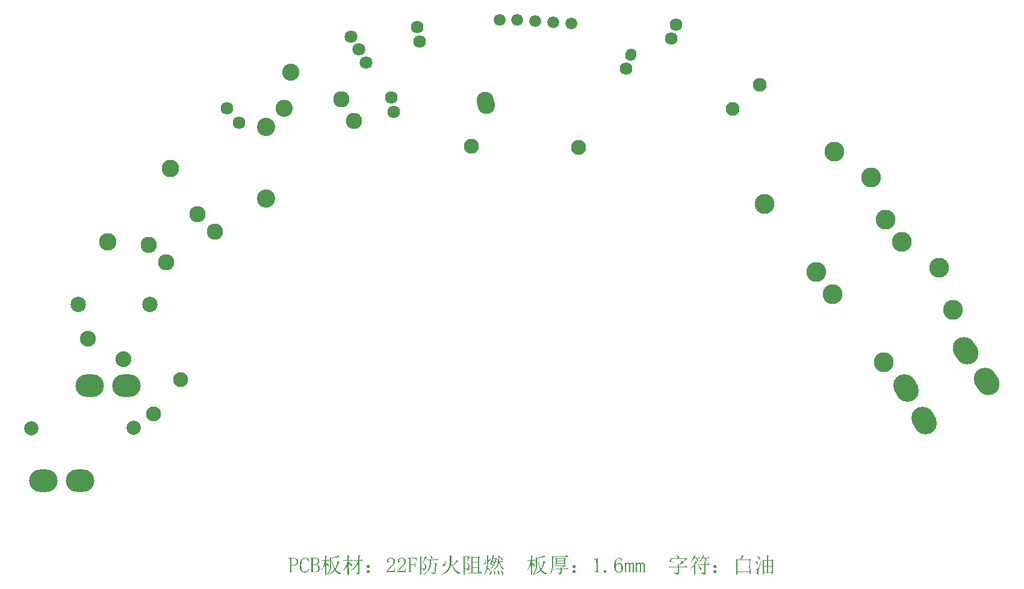
<source format=gtl>
G04 Layer: TopLayer*
G04 EasyEDA Pro v1.9.29.eba1c1, 2023-03-01 16:56:33*
G04 Gerber Generator version 0.3*
G04 Scale: 100 percent, Rotated: No, Reflected: No*
G04 Dimensions in millimeters*
G04 Leading zeros omitted, absolute positions, 3 integers and 3 decimals*
%FSLAX33Y33*%
%MOMM*%
%AMOval*1,1,$1,$2,$3*1,1,$1,$4,$5*20,1,$1,$2,$3,$4,$5,0*%
%ADD10C,1.952219*%
%ADD11C,1.789095*%
%ADD12Oval,1.5X0.049438X0.13583X-0.049438X-0.13583*%
%ADD13C,2.412926*%
%ADD14C,2.412921*%
%ADD15C,2.291243*%
%ADD16C,2.161591*%
%ADD17C,2.2438*%
%ADD18C,2.240384*%
%ADD19Oval,3.180001X0.409999X0.0X-0.409999X0.0*%
%ADD20Oval,3.180001X-0.205X0.35507X0.205X-0.35507*%
%ADD21Oval,3.180001X-0.235166X0.335852X0.235166X-0.335852*%
%ADD22C,2.465913*%
%ADD23C,2.465908*%
%ADD24C,2.100001*%
%ADD25C,2.567109*%
%ADD26C,1.78909*%
%ADD27C,1.804939*%
%ADD28C,1.804934*%
%ADD29C,2.119452*%
%ADD30C,2.000001*%
%ADD31C,1.672984*%
%ADD32C,1.672989*%
%ADD33C,2.436073*%
%ADD34C,2.794*%
G75*


G04 Text Start*
G04 //text: PCB板材：22F防火阻燃  板厚：1.6mm  字符：白油*
G36*
G01X699147Y545477D02*
G01X699142Y545475D01*
G01X699138Y545471D01*
G01X699135Y545462D01*
G01X699134Y545454D01*
G01X699135Y545447D01*
G01X699139Y545440D01*
G01X699151Y545430D01*
G01X699157Y545423D01*
G01X699162Y545416D01*
G01X699173Y545398D01*
G01X699179Y545388D01*
G01X699195Y545366D01*
G01X699212Y545343D01*
G01X699227Y545320D01*
G01X699245Y545292D01*
G01X699261Y545268D01*
G01X699268Y545258D01*
G01X699273Y545248D01*
G01X699287Y545217D01*
G01X699292Y545209D01*
G01X699297Y545204D01*
G01X699301Y545199D01*
G01X699310Y545183D01*
G01X699315Y545172D01*
G01X699334Y545126D01*
G01X699342Y545104D01*
G01X699350Y545074D01*
G01X699354Y545064D01*
G01X699360Y545054D01*
G01X699366Y545042D01*
G01X699373Y545032D01*
G01X699385Y545017D01*
G01X699394Y545009D01*
G01X699398Y545005D01*
G01X699403Y545002D01*
G01X699407Y545000D01*
G01X699411Y544998D01*
G01X699419Y544997D01*
G01X699424Y544998D01*
G01X699431Y545001D01*
G01X699478Y545031D01*
G01X699487Y545039D01*
G01X699494Y545047D01*
G01X699500Y545056D01*
G01X699509Y545072D01*
G01X699516Y545081D01*
G01X699519Y545084D01*
G01X699523Y545090D01*
G01X699526Y545099D01*
G01X699530Y545111D01*
G01X699533Y545134D01*
G01X699534Y545150D01*
G01X699533Y545166D01*
G01X699530Y545182D01*
G01X699528Y545190D01*
G01X699521Y545212D01*
G01X699513Y545228D01*
G01X699509Y545236D01*
G01X699486Y545269D01*
G01X699478Y545278D01*
G01X699470Y545287D01*
G01X699460Y545296D01*
G01X699426Y545325D01*
G01X699411Y545338D01*
G01X699398Y545347D01*
G01X699375Y545359D01*
G01X699361Y545368D01*
G01X699343Y545382D01*
G01X699333Y545388D01*
G01X699322Y545393D01*
G01X699291Y545407D01*
G01X699284Y545412D01*
G01X699273Y545421D01*
G01X699268Y545424D01*
G01X699261Y545428D01*
G01X699239Y545437D01*
G01X699202Y545458D01*
G01X699185Y545466D01*
G01X699153Y545477D01*
G37*
G36*
G01X667274Y545468D02*
G01X667270Y545462D01*
G01X667267Y545444D01*
G01X667265Y545366D01*
G01X667267Y545272D01*
G01X667269Y545251D01*
G01Y545247D01*
G01X667270Y545246D01*
G01Y545242D01*
G01X667272Y545215D01*
G01X667274Y544830D01*
G01X667271Y544429D01*
G01X667270Y544416D01*
G01X667269Y544410D01*
G01X667266Y544391D01*
G01X667265Y544362D01*
G01X667264Y544312D01*
G01X667262Y544292D01*
G01X667259Y544278D01*
G01X667256Y544262D01*
G01X667254Y544236D01*
G01X667251Y544220D01*
G01X667249Y544213D01*
G01X667247Y544192D01*
G01X667246Y544166D01*
G01X667244Y544153D01*
G01X667241Y544143D01*
G01X667235Y544128D01*
G01X667232Y544117D01*
G01X667229Y544097D01*
G01X667227Y544060D01*
G01X667224Y544049D01*
G01X667221Y544040D01*
G01X667215Y544028D01*
G01X667212Y544020D01*
G01X667210Y544010D01*
G01X667209Y543987D01*
G01X667207Y543977D01*
G01X667204Y543967D01*
G01X667198Y543953D01*
G01X667195Y543944D01*
G01X667192Y543934D01*
G01X667191Y543925D01*
G01X667190Y543911D01*
G01X667189Y543903D01*
G01X667186Y543895D01*
G01X667177Y543881D01*
G01X667174Y543872D01*
G01X667171Y543862D01*
G01X667166Y543840D01*
G01X667158Y543819D01*
G01X667146Y543791D01*
G01X667138Y543763D01*
G01X667130Y543745D01*
G01X667119Y543721D01*
G01X667108Y543690D01*
G01X667103Y543676D01*
G01X667097Y543663D01*
G01X667091Y543650D01*
G01X667079Y543627D01*
G01X667073Y543616D01*
G01X667069Y543606D01*
G01X667060Y543580D01*
G01X667052Y543565D01*
G01X667029Y543527D01*
G01X667011Y543495D01*
G01X666993Y543461D01*
G01X666983Y543445D01*
G01X666966Y543417D01*
G01X666932Y543371D01*
G01X666895Y543315D01*
G01X666885Y543302D01*
G01X666872Y543292D01*
G01X666866Y543287D01*
G01X666860Y543281D01*
G01X666854Y543273D01*
G01X666844Y543256D01*
G01X666839Y543248D01*
G01X666833Y543242D01*
G01X666820Y543232D01*
G01X666808Y543220D01*
G01X666793Y543201D01*
G01X666773Y543186D01*
G01X666762Y543174D01*
G01X666746Y543155D01*
G01X666734Y543144D01*
G01X666715Y543131D01*
G01X666694Y543112D01*
G01X666681Y543102D01*
G01X666669Y543091D01*
G01X666660Y543078D01*
G01X666654Y543073D01*
G01X666648Y543069D01*
G01X666635Y543063D01*
G01X666629Y543059D01*
G01X666624Y543054D01*
G01X666613Y543041D01*
G01X666607Y543035D01*
G01X666599Y543029D01*
G01X666577Y543017D01*
G01X666563Y543008D01*
G01X666534Y542987D01*
G01X666485Y542956D01*
G01X666457Y542936D01*
G01X666443Y542928D01*
G01X666416Y542913D01*
G01X666386Y542895D01*
G01X666352Y542877D01*
G01X666329Y542863D01*
G01X666321Y542858D01*
G01X666284Y542842D01*
G01X666266Y542833D01*
G01X666247Y542821D01*
G01X666210Y542805D01*
G01X666193Y542795D01*
G01X666182Y542789D01*
G01X666165Y542782D01*
G01X666147Y542777D01*
G01X666137Y542773D01*
G01X666126Y542768D01*
G01X666104Y542755D01*
G01X666093Y542750D01*
G01X666083Y542746D01*
G01X666048Y542736D01*
G01X666034Y542731D01*
G01X666021Y542724D01*
G01X666013Y542719D01*
G01X666008Y542714D01*
G01X666005Y542707D01*
G01X666006Y542698D01*
G01X666009Y542687D01*
G01X666011Y542682D01*
G01X666014Y542678D01*
G01X666017Y542675D01*
G01X666022Y542672D01*
G01X666026Y542671D01*
G01X666031Y542670D01*
G01X666036Y542672D01*
G01X666059Y542680D01*
G01X666076Y542685D01*
G01X666099Y542690D01*
G01X666120Y542697D01*
G01X666149Y542709D01*
G01X666182Y542717D01*
G01X666202Y542724D01*
G01X666227Y542736D01*
G01X666258Y542747D01*
G01X666284Y542756D01*
G01X666329Y542777D01*
G01X666346Y542784D01*
G01X666378Y542798D01*
G01X666412Y542814D01*
G01X666429Y542821D01*
G01X666475Y542840D01*
G01X666495Y542849D01*
G01X666502Y542853D01*
G01X666513Y542863D01*
G01X666529Y542872D01*
G01X666556Y542883D01*
G01X666573Y542892D01*
G01X666614Y542918D01*
G01X666646Y542936D01*
G01X666669Y542949D01*
G01X666683Y542958D01*
G01X666712Y542978D01*
G01X666761Y543009D01*
G01X666821Y543052D01*
G01X666836Y543066D01*
G01X666854Y543080D01*
G01X666880Y543099D01*
G01X666901Y543117D01*
G01X666911Y543125D01*
G01X666921Y543136D01*
G01X666928Y543146D01*
G01X666939Y543158D01*
G01X666959Y543173D01*
G01X666969Y543186D01*
G01X666979Y543197D01*
G01X666983Y543201D01*
G01X666993Y543208D01*
G01X667007Y543222D01*
G01X667024Y543243D01*
G01X667033Y543252D01*
G01X667044Y543262D01*
G01X667054Y543269D01*
G01X667060Y543276D01*
G01X667066Y543284D01*
G01X667080Y543309D01*
G01X667087Y543317D01*
G01X667103Y543336D01*
G01X667127Y543369D01*
G01X667148Y543396D01*
G01X667161Y543417D01*
G01X667177Y543446D01*
G01X667186Y543463D01*
G01X667219Y543516D01*
G01X667235Y543553D01*
G01X667244Y543570D01*
G01X667255Y543590D01*
G01X667272Y543627D01*
G01X667281Y543644D01*
G01X667288Y543655D01*
G01X667295Y543671D01*
G01X667304Y543705D01*
G01X667306Y543712D01*
G01X667320Y543749D01*
G01X667339Y543796D01*
G01X667345Y543813D01*
G01X667350Y543830D01*
G01X667357Y543862D01*
G01X667362Y543879D01*
G01X667380Y543928D01*
G01X667384Y543941D01*
G01X667387Y543955D01*
G01X667394Y543999D01*
G01X667403Y544033D01*
G01X667415Y544087D01*
G01X667422Y544110D01*
G01X667428Y544132D01*
G01X667430Y544145D01*
G01X667431Y544169D01*
G01X667434Y544185D01*
G01X667438Y544200D01*
G01X667441Y544205D01*
G01X667445Y544211D01*
G01X667450Y544216D01*
G01X667454Y544219D01*
G01X667459D01*
G01X667464Y544217D01*
G01X667468Y544211D01*
G01X667472Y544203D01*
G01X667476Y544194D01*
G01X667479Y544183D01*
G01X667485Y544156D01*
G01X667490Y544140D01*
G01X667494Y544132D01*
G01X667500Y544120D01*
G01X667504Y544112D01*
G01X667507Y544102D01*
G01X667515Y544071D01*
G01X667519Y544054D01*
G01X667533Y544017D01*
G01X667547Y543985D01*
G01X667563Y543951D01*
G01X667570Y543934D01*
G01X667588Y543888D01*
G01X667602Y543856D01*
G01X667618Y543822D01*
G01X667632Y543789D01*
G01X667642Y543771D01*
G01X667653Y543752D01*
G01X667667Y543720D01*
G01X667673Y543709D01*
G01X667679Y543699D01*
G01X667697Y543672D01*
G01X667703Y543661D01*
G01X667710Y543643D01*
G01X667727Y543614D01*
G01X667745Y543580D01*
G01X667778Y543527D01*
G01X667795Y543501D01*
G01X667819Y543467D01*
G01X667844Y543427D01*
G01X667865Y543398D01*
G01X667888Y543369D01*
G01X667902Y543349D01*
G01X667916Y543333D01*
G01X667930Y543315D01*
G01X667944Y543297D01*
G01X667953Y543287D01*
G01X667959Y543280D01*
G01X667978Y543249D01*
G01X667989Y543236D01*
G01X667996Y543230D01*
G01X668006Y543223D01*
G01X668017Y543211D01*
G01X668033Y543192D01*
G01X668045Y543182D01*
G01X668053Y543176D01*
G01X668059Y543169D01*
G01X668066Y543160D01*
G01X668080Y543138D01*
G01X668091Y543126D01*
G01X668097Y543119D01*
G01X668107Y543112D01*
G01X668119Y543100D01*
G01X668134Y543081D01*
G01X668154Y543066D01*
G01X668165Y543054D01*
G01X668175Y543041D01*
G01X668181Y543036D01*
G01X668187Y543032D01*
G01X668200Y543026D01*
G01X668206Y543022D01*
G01X668212Y543017D01*
G01X668221Y543004D01*
G01X668233Y542992D01*
G01X668252Y542978D01*
G01X668267Y542964D01*
G01X668304Y542937D01*
G01X668325Y542918D01*
G01X668345Y542904D01*
G01X668360Y542890D01*
G01X668378Y542877D01*
G01X668404Y542857D01*
G01X668415Y542849D01*
G01X668438Y542832D01*
G01X668476Y542807D01*
G01X668491Y542796D01*
G01X668503Y542785D01*
G01X668512Y542780D01*
G01X668516Y542778D01*
G01X668521D01*
G01X668525Y542780D01*
G01X668531Y542784D01*
G01X668540Y542795D01*
G01X668551Y542816D01*
G01X668556Y542824D01*
G01X668562Y542832D01*
G01X668569Y542837D01*
G01X668578Y542844D01*
G01X668590Y542856D01*
G01X668601Y542869D01*
G01X668609Y542875D01*
G01X668619Y542881D01*
G01X668632Y542886D01*
G01X668673Y542900D01*
G01X668720Y542913D01*
G01X668770Y542928D01*
G01X668778Y542931D01*
G01X668785Y542935D01*
G01X668788Y542942D01*
G01X668789Y542950D01*
G01X668788Y542959D01*
G01X668783Y542967D01*
G01X668776Y542973D01*
G01X668766Y542978D01*
G01X668744Y542986D01*
G01X668699Y542999D01*
G01X668650Y543015D01*
G01X668614Y543026D01*
G01X668595Y543032D01*
G01X668579Y543038D01*
G01X668554Y543052D01*
G01X668511Y543068D01*
G01X668492Y543077D01*
G01X668474Y543089D01*
G01X668439Y543107D01*
G01X668387Y543140D01*
G01X668355Y543158D01*
G01X668337Y543168D01*
G01X668329Y543173D01*
G01X668323Y543180D01*
G01X668318Y543186D01*
G01X668313Y543192D01*
G01X668308Y543197D01*
G01X668301Y543201D01*
G01X668288Y543207D01*
G01X668282Y543210D01*
G01X668277Y543214D01*
G01X668267Y543223D01*
G01X668249Y543237D01*
G01X668223Y543256D01*
G01X668212Y543264D01*
G01X668188Y543284D01*
G01X668167Y543303D01*
G01X668136Y543329D01*
G01X668127Y543337D01*
G01X668117Y543349D01*
G01X668110Y543359D01*
G01X668098Y543371D01*
G01X668079Y543386D01*
G01X668064Y543405D01*
G01X668052Y543417D01*
G01X668033Y543432D01*
G01X668023Y543445D01*
G01X668003Y543471D01*
G01X667985Y543492D01*
G01X667977Y543501D01*
G01X667966Y543511D01*
G01X667955Y543519D01*
G01X667949Y543525D01*
G01X667944Y543533D01*
G01X667934Y543550D01*
G01X667929Y543557D01*
G01X667923Y543564D01*
G01X667916Y543569D01*
G01X667910Y543574D01*
G01X667905Y543580D01*
G01X667901Y543586D01*
G01X667895Y543599D01*
G01X667892Y543605D01*
G01X667888Y543610D01*
G01X667879Y543620D01*
G01X667865Y543639D01*
G01X667846Y543665D01*
G01X667838Y543675D01*
G01X667820Y543699D01*
G01X667795Y543737D01*
G01X667785Y543752D01*
G01X667778Y543759D01*
G01X667769Y543773D01*
G01X667756Y543796D01*
G01X667747Y543809D01*
G01X667727Y543838D01*
G01X667690Y543897D01*
G01X667686Y543904D01*
G01X667684Y543912D01*
G01Y543921D01*
G01X667685Y543929D01*
G01X667688Y543938D01*
G01X667692Y543946D01*
G01X667697Y543952D01*
G01X667716Y543966D01*
G01X667738Y543986D01*
G01X667796Y544031D01*
G01X667819Y544051D01*
G01X667833Y544063D01*
G01X667851Y544077D01*
G01X667864Y544088D01*
G01X667875Y544101D01*
G01X667879Y544107D01*
G01X667885Y544112D01*
G01X667891Y544116D01*
G01X667904Y544122D01*
G01X667910Y544126D01*
G01X667916Y544131D01*
G01X667926Y544144D01*
G01X667937Y544155D01*
G01X667957Y544170D01*
G01X667972Y544183D01*
G01X667990Y544198D01*
G01X668003Y544208D01*
G01X668018Y544227D01*
G01X668030Y544239D01*
G01X668049Y544253D01*
G01X668064Y544267D01*
G01X668082Y544280D01*
G01X668095Y544291D01*
G01X668110Y544310D01*
G01X668122Y544321D01*
G01X668141Y544337D01*
G01X668157Y544357D01*
G01X668168Y544368D01*
G01X668188Y544382D01*
G01X668211Y544403D01*
G01X668241Y544428D01*
G01X668250Y544436D01*
G01X668260Y544448D01*
G01X668267Y544458D01*
G01X668279Y544469D01*
G01X668298Y544485D01*
G01X668309Y544497D01*
G01X668314Y544504D01*
G01X668321Y544511D01*
G01X668330Y544518D01*
G01X668341Y544525D01*
G01X668353Y544532D01*
G01X668365Y544537D01*
G01X668378Y544541D01*
G01X668416Y544548D01*
G01X668434Y544553D01*
G01X668440Y544556D01*
G01X668446Y544559D01*
G01X668451Y544562D01*
G01X668456Y544567D01*
G01X668460Y544571D01*
G01X668461Y544577D01*
G01X668460Y544583D01*
G01X668456Y544590D01*
G01X668447Y544601D01*
G01X668443Y544605D01*
G01X668432Y544612D01*
G01X668416Y544623D01*
G01X668395Y544641D01*
G01X668386Y544649D01*
G01X668376Y544660D01*
G01X668368Y544670D01*
G01X668357Y544682D01*
G01X668338Y544697D01*
G01X668322Y544717D01*
G01X668311Y544728D01*
G01X668291Y544744D01*
G01X668281Y544756D01*
G01X668276Y544763D01*
G01X668269Y544769D01*
G01X668262Y544774D01*
G01X668253Y544779D01*
G01X668245Y544782D01*
G01X668237Y544780D01*
G01X668231Y544775D01*
G01X668226Y544765D01*
G01X668219Y544749D01*
G01X668209Y544732D01*
G01X668199Y544715D01*
G01X668191Y544694D01*
G01X668184Y544680D01*
G01X668170Y544657D01*
G01X668156Y544625D01*
G01X668150Y544613D01*
G01X668144Y544606D01*
G01X668138Y544598D01*
G01X668129Y544582D01*
G01X668114Y544552D01*
G01X668110Y544545D01*
G01X668101Y544533D01*
G01X668095Y544526D01*
G01X668065Y544479D01*
G01X667976Y544356D01*
G01X667962Y544340D01*
G01X667957Y544332D01*
G01X667937Y544302D01*
G01X667927Y544289D01*
G01X667919Y544283D01*
G01X667909Y544275D01*
G01X667902Y544268D01*
G01X667896Y544259D01*
G01X667881Y544238D01*
G01X667871Y544224D01*
G01X667864Y544218D01*
G01X667854Y544211D01*
G01X667849Y544205D01*
G01X667845Y544200D01*
G01X667839Y544186D01*
G01X667835Y544180D01*
G01X667830Y544175D01*
G01X667817Y544165D01*
G01X667806Y544153D01*
G01X667782Y544120D01*
G01X667764Y544099D01*
G01X667756Y544090D01*
G01X667744Y544080D01*
G01X667734Y544073D01*
G01X667722Y544061D01*
G01X667707Y544042D01*
G01X667688Y544026D01*
G01X667676Y544015D01*
G01X667666Y544002D01*
G01X667660Y543997D01*
G01X667652Y543995D01*
G01X667644Y543994D01*
G01X667635Y543995D01*
G01X667629Y543999D01*
G01X667624Y544005D01*
G01X667618Y544022D01*
G01X667611Y544038D01*
G01X667597Y544062D01*
G01X667581Y544105D01*
G01X667572Y544124D01*
G01X667560Y544144D01*
G01X667537Y544197D01*
G01X667521Y544232D01*
G01X667515Y544248D01*
G01X667477Y544340D01*
G01X667475Y544349D01*
G01X667473Y544365D01*
G01X667470Y544432D01*
G01X667468Y544594D01*
G01X667471Y544819D01*
G01X667472Y544837D01*
G01Y544839D01*
G01X667473D01*
G01X667474Y544846D01*
G01X667475Y544875D01*
G01X667477Y545047D01*
G01X667480Y545178D01*
G01X667483Y545215D01*
G01X667486Y545237D01*
G01X667488Y545244D01*
G01X667489Y545248D01*
G01X667490Y545249D01*
G01Y545250D01*
G01X667491D01*
G01X667498Y545255D01*
G01X667509Y545267D01*
G01X667520Y545280D01*
G01X667526Y545286D01*
G01X667533Y545292D01*
G01X667551Y545301D01*
G01X667558Y545307D01*
G01X667564Y545313D01*
G01X667570Y545320D01*
G01X667572Y545326D01*
G01X667571Y545332D01*
G01X667565Y545337D01*
G01X667556Y545343D01*
G01X667524Y545356D01*
G01X667490Y545373D01*
G01X667473Y545380D01*
G01X667441Y545393D01*
G01X667406Y545410D01*
G01X667372Y545424D01*
G01X667355Y545433D01*
G01X667332Y545446D01*
G01X667322Y545451D01*
G01X667311Y545455D01*
G01X667286Y545462D01*
G37*
G36*
G01X654406Y545466D02*
G01X654401Y545464D01*
G01X654397Y545458D01*
G01X654394Y545449D01*
G01X654393Y545442D01*
G01X654391Y545420D01*
G01X654389Y545324D01*
G01X654391Y545237D01*
G01X654393Y545214D01*
G01X654394Y545208D01*
G01X654395Y545202D01*
G01X654397Y545142D01*
G01X654398Y544969D01*
G01Y544742D01*
G01X654043D01*
G01X653757Y544738D01*
G01X653718Y544735D01*
G01X653700Y544732D01*
G01X653695Y544731D01*
G01X653693Y544730D01*
G01X653692Y544729D01*
G01Y544728D01*
G01X653695Y544722D01*
G01X653699Y544716D01*
G01X653704Y544710D01*
G01X653717Y544700D01*
G01X653729Y544689D01*
G01X653744Y544669D01*
G01X653757Y544659D01*
G01X653771Y544651D01*
G01X653784Y544645D01*
G01X653791Y544644D01*
G01X653799Y544643D01*
G01X653805Y544644D01*
G01X653820Y544648D01*
G01X653843Y544652D01*
G01X653858Y544655D01*
G01X653869Y544656D01*
G01X653973Y544658D01*
G01X654112Y544659D01*
G01X654323Y544662D01*
G01X654341Y544663D01*
G01X654343D01*
G01Y544664D01*
G01X654351D01*
G01X654357Y544655D01*
G01X654358Y544648D01*
G01Y544641D01*
G01X654356Y544634D01*
G01X654348Y544619D01*
G01X654343Y544610D01*
G01X654327Y544566D01*
G01X654318Y544548D01*
G01X654311Y544536D01*
G01X654307Y544526D01*
G01X654290Y544483D01*
G01X654281Y544464D01*
G01X654269Y544444D01*
G01X654253Y544407D01*
G01X654244Y544390D01*
G01X654232Y544370D01*
G01X654216Y544334D01*
G01X654207Y544316D01*
G01X654195Y544298D01*
G01X654186Y544280D01*
G01X654168Y544243D01*
G01X654155Y544218D01*
G01X654144Y544202D01*
G01X654117Y544156D01*
G01X654085Y544104D01*
G01X654068Y544073D01*
G01X654059Y544059D01*
G01X654042Y544035D01*
G01X654034Y544022D01*
G01X654020Y543996D01*
G01X654013Y543987D01*
G01X654006Y543980D01*
G01X653997Y543966D01*
G01X653983Y543941D01*
G01X653976Y543932D01*
G01X653969Y543924D01*
G01X653960Y543911D01*
G01X653950Y543893D01*
G01X653945Y543886D01*
G01X653939Y543879D01*
G01X653932Y543874D01*
G01X653926Y543869D01*
G01X653920Y543864D01*
G01X653917Y543858D01*
G01X653911Y543843D01*
G01X653906Y543835D01*
G01X653899Y543825D01*
G01X653890Y543814D01*
G01X653854Y543768D01*
G01X653831Y543738D01*
G01X653817Y543718D01*
G01X653803Y543703D01*
G01X653789Y543684D01*
G01X653779Y543672D01*
G01X653766Y543662D01*
G01X653759Y543657D01*
G01X653753Y543650D01*
G01X653748Y543643D01*
G01X653738Y543625D01*
G01X653733Y543618D01*
G01X653726Y543611D01*
G01X653713Y543601D01*
G01X653702Y543590D01*
G01X653686Y543570D01*
G01X653674Y543560D01*
G01X653662Y543551D01*
G01X653658Y543546D01*
G01X653652Y543537D01*
G01X653643Y543525D01*
G01X653636Y543518D01*
G01X653621Y543504D01*
G01X653589Y543477D01*
G01X653580Y543469D01*
G01X653570Y543457D01*
G01X653562Y543447D01*
G01X653551Y543436D01*
G01X653532Y543420D01*
G01X653521Y543408D01*
G01X653516Y543400D01*
G01X653508Y543394D01*
G01X653499Y543387D01*
G01X653478Y543373D01*
G01X653465Y543362D01*
G01X653459Y543356D01*
G01X653452Y543346D01*
G01X653446Y543341D01*
G01X653440Y543336D01*
G01X653427Y543331D01*
G01X653421Y543327D01*
G01X653416Y543322D01*
G01X653406Y543309D01*
G01X653401Y543303D01*
G01X653397Y543300D01*
G01X653387Y543294D01*
G01X653380Y543289D01*
G01X653364Y543273D01*
G01X653360Y543269D01*
G01X653357Y543265D01*
G01X653355Y543261D01*
G01X653354Y543258D01*
G01Y543254D01*
G01X653355Y543251D01*
G01X653357Y543249D01*
G01X653360Y543246D01*
G01X653372Y543238D01*
G01X653382Y543232D01*
G01X653388Y543231D01*
G01X653394Y543232D01*
G01X653402Y543235D01*
G01X653430Y543255D01*
G01X653479Y543286D01*
G01X653603Y543375D01*
G01X653619Y543389D01*
G01X653626Y543395D01*
G01X653657Y543415D01*
G01X653670Y543425D01*
G01X653676Y543432D01*
G01X653684Y543442D01*
G01X653691Y543449D01*
G01X653700Y543456D01*
G01X653721Y543470D01*
G01X653734Y543480D01*
G01X653740Y543487D01*
G01X653748Y543498D01*
G01X653754Y543504D01*
G01X653762Y543509D01*
G01X653779Y543519D01*
G01X653787Y543524D01*
G01X653793Y543530D01*
G01X653803Y543544D01*
G01X653815Y543555D01*
G01X653834Y543570D01*
G01X653849Y543590D01*
G01X653861Y543601D01*
G01X653880Y543616D01*
G01X653896Y543636D01*
G01X653907Y543647D01*
G01X653920Y543657D01*
G01X653935Y543669D01*
G01X653941Y543675D01*
G01X653957Y543692D01*
G01X653983Y543723D01*
G01X653991Y543732D01*
G01X654003Y543742D01*
G01X654013Y543750D01*
G01X654020Y543758D01*
G01X654027Y543766D01*
G01X654041Y543788D01*
G01X654051Y543800D01*
G01X654058Y543807D01*
G01X654068Y543815D01*
G01X654074Y543821D01*
G01X654080Y543828D01*
G01X654090Y543846D01*
G01X654095Y543853D01*
G01X654101Y543860D01*
G01X654108Y543865D01*
G01X654114Y543870D01*
G01X654119Y543875D01*
G01X654123Y543881D01*
G01X654129Y543895D01*
G01X654133Y543900D01*
G01X654138Y543906D01*
G01X654151Y543916D01*
G01X654156Y543921D01*
G01X654160Y543927D01*
G01X654166Y543942D01*
G01X654171Y543950D01*
G01X654178Y543960D01*
G01X654219Y544013D01*
G01X654232Y544032D01*
G01X654263Y544081D01*
G01X654288Y544115D01*
G01X654301Y544137D01*
G01X654360Y544235D01*
G01X654368Y544244D01*
G01X654375Y544251D01*
G01X654378Y544254D01*
G01X654381Y544256D01*
G01X654385Y544257D01*
G01X654388Y544249D01*
G01X654391Y544221D01*
G01X654398Y543652D01*
G01X654393Y543060D01*
G01X654390Y543029D01*
G01Y543026D01*
G01X654385Y543015D01*
G01X654376Y543002D01*
G01X654371Y542997D01*
G01X654365Y542992D01*
G01X654356Y542987D01*
G01X654344Y542983D01*
G01X654329Y542978D01*
G01X654312Y542974D01*
G01X654292Y542971D01*
G01X654270Y542970D01*
G01X654246Y542969D01*
G01X654209Y542970D01*
G01X654188Y542972D01*
G01X654182Y542973D01*
G01X654165Y542977D01*
G01X654134Y542978D01*
G01X654115Y542981D01*
G01X654100Y542985D01*
G01X654079Y542987D01*
G01X654042Y542989D01*
G01X654028Y542991D01*
G01X654016Y542994D01*
G01X653994Y542999D01*
G01X653964Y543003D01*
G01X653947D01*
G01X653943D01*
G01X653940Y543002D01*
G01X653937Y543001D01*
G01X653933Y542998D01*
G01X653930Y542992D01*
G01X653928Y542984D01*
G01Y542973D01*
G01Y542968D01*
G01X653930Y542963D01*
G01X653932Y542958D01*
G01X653936Y542954D01*
G01X653940Y542950D01*
G01X653946Y542947D01*
G01X653952Y542944D01*
G01X653960Y542941D01*
G01X654006Y542928D01*
G01X654043Y542913D01*
G01X654089Y542895D01*
G01X654105Y542888D01*
G01X654123Y542879D01*
G01X654142Y542867D01*
G01X654174Y542853D01*
G01X654185Y542848D01*
G01X654195Y542842D01*
G01X654237Y542812D01*
G01X654250Y542802D01*
G01X654265Y542782D01*
G01X654277Y542771D01*
G01X654290Y542760D01*
G01X654296Y542752D01*
G01X654301Y542742D01*
G01X654307Y542729D01*
G01X654316Y542701D01*
G01X654320Y542692D01*
G01X654323Y542688D01*
G01X654328Y542686D01*
G01X654335D01*
G01X654343Y542687D01*
G01X654360Y542693D01*
G01X654376Y542701D01*
G01X654392Y542710D01*
G01X654423Y542724D01*
G01X654436Y542731D01*
G01X654442Y542736D01*
G01X654461Y542752D01*
G01X654475Y542761D01*
G01X654486Y542773D01*
G01X654502Y542792D01*
G01X654514Y542803D01*
G01X654521Y542808D01*
G01X654528Y542815D01*
G01X654535Y542824D01*
G01X654542Y542835D01*
G01X654548Y542847D01*
G01X654554Y542859D01*
G01X654560Y542872D01*
G01X654565Y542886D01*
G01X654571Y542907D01*
G01X654576Y542930D01*
G01X654579Y542946D01*
G01X654580Y542967D01*
G01X654583Y543819D01*
G01Y544659D01*
G01X654819D01*
G01X655016Y544662D01*
G01X655045Y544664D01*
G01X655058Y544666D01*
G01X655061Y544667D01*
G01X655063Y544668D01*
G01X655067Y544673D01*
G01Y544678D01*
G01X655064Y544682D01*
G01X655052Y544692D01*
G01X655041Y544704D01*
G01X655025Y544723D01*
G01X655006Y544738D01*
G01X654995Y544749D01*
G01X654980Y544769D01*
G01X654960Y544784D01*
G01X654949Y544795D01*
G01X654933Y544815D01*
G01X654914Y544831D01*
G01X654902Y544842D01*
G01X654893Y544855D01*
G01X654887Y544860D01*
G01X654881Y544864D01*
G01X654874Y544867D01*
G01X654868Y544868D01*
G01X654862Y544867D01*
G01X654856Y544864D01*
G01X654846Y544851D01*
G01X654832Y544837D01*
G01X654806Y544816D01*
G01X654781Y544792D01*
G01X654764Y544779D01*
G01X654751Y544769D01*
G01X654740Y544756D01*
G01X654737Y544753D01*
G01X654732Y544750D01*
G01X654725Y544748D01*
G01X654704Y544744D01*
G01X654675Y544743D01*
G01X654657Y544742D01*
G01X654583D01*
G01Y545259D01*
G01X654652Y545315D01*
G01X654663Y545324D01*
G01X654669Y545331D01*
G01X654671Y545334D01*
G01X654672Y545337D01*
G01Y545340D01*
G01X654671Y545343D01*
G01X654668Y545347D01*
G01X654662Y545352D01*
G01X654654Y545356D01*
G01X654611Y545375D01*
G01X654577Y545391D01*
G01X654561Y545398D01*
G01X654514Y545417D01*
G01X654498Y545423D01*
G01X654481Y545432D01*
G01X654470Y545439D01*
G01X654454Y545446D01*
G01X654427Y545455D01*
G01X654413Y545462D01*
G37*
G36*
G01X702860Y545466D02*
G01X702854Y545465D01*
G01X702848Y545461D01*
G01X702843Y545453D01*
G01X702835Y545435D01*
G01X702823Y545391D01*
G01X702788Y545287D01*
G01X702772Y545242D01*
G01X702751Y545190D01*
G01X702737Y545158D01*
G01X702726Y545133D01*
G01X702714Y545102D01*
G01X702707Y545083D01*
G01X702698Y545065D01*
G01X702691Y545053D01*
G01X702686Y545043D01*
G01X702672Y545006D01*
G01X702667Y544994D01*
G01X702661Y544983D01*
G01X702644Y544960D01*
G01X702636Y544945D01*
G01X702622Y544919D01*
G01X702603Y544889D01*
G01X702586Y544858D01*
G01X702578Y544844D01*
G01X702557Y544815D01*
G01X702532Y544776D01*
G01X702511Y544747D01*
G01X702493Y544724D01*
G01X702472Y544690D01*
G01X702461Y544677D01*
G01X702454Y544671D01*
G01X702445Y544663D01*
G01X702440Y544658D01*
G01X702435Y544652D01*
G01X702429Y544638D01*
G01X702424Y544629D01*
G01X702418Y544619D01*
G01X702400Y544598D01*
G01X702392Y544589D01*
G01X702381Y544579D01*
G01X702370Y544571D01*
G01X702365Y544564D01*
G01X702361Y544557D01*
G01X702354Y544532D01*
G01X702349Y544521D01*
G01Y544511D01*
G01X702358Y544502D01*
G01X702365Y544498D01*
G01X702372Y544496D01*
G01X702379D01*
G01X702386Y544497D01*
G01X702394Y544501D01*
G01X702402Y544505D01*
G01X702412Y544512D01*
G01X702423Y544521D01*
G01X702434Y544530D01*
G01X702443Y544538D01*
G01X702453Y544550D01*
G01X702460Y544560D01*
G01X702472Y544571D01*
G01X702491Y544586D01*
G01X702507Y544606D01*
G01X702518Y544617D01*
G01X702531Y544627D01*
G01X702536Y544631D01*
G01X702540Y544636D01*
G01X702546Y544646D01*
G01X702558Y544662D01*
G01X702575Y544684D01*
G01X702584Y544693D01*
G01X702595Y544703D01*
G01X702605Y544711D01*
G01X702611Y544717D01*
G01X702617Y544724D01*
G01X702626Y544742D01*
G01X702632Y544749D01*
G01X702638Y544755D01*
G01X702645Y544761D01*
G01X702651Y544766D01*
G01X702657Y544772D01*
G01X702663Y544780D01*
G01X702677Y544805D01*
G01X702684Y544814D01*
G01X702700Y544833D01*
G01X702714Y544852D01*
G01X702728Y544868D01*
G01X702737Y544881D01*
G01X702747Y544899D01*
G01X702752Y544906D01*
G01X702758Y544913D01*
G01X702765Y544918D01*
G01X702771Y544922D01*
G01X702776Y544928D01*
G01X702780Y544934D01*
G01X702787Y544948D01*
G01X702790Y544954D01*
G01X702802Y544969D01*
G01X702807Y544972D01*
G01X702816Y544975D01*
G01X702830Y544977D01*
G01X702868Y544980D01*
G01X702954Y544982D01*
G01X703034Y544981D01*
G01X703064Y544978D01*
G01X703084Y544975D01*
G01X703091Y544973D01*
G01X703094Y544972D01*
G01X703095Y544971D01*
G01X703096Y544970D01*
G01X703097Y544969D01*
G01X703100Y544962D01*
G01X703103Y544956D01*
G01X703107Y544950D01*
G01X703116Y544940D01*
G01X703125Y544927D01*
G01X703139Y544901D01*
G01X703153Y544878D01*
G01X703157Y544869D01*
G01X703174Y544833D01*
G01X703183Y544815D01*
G01X703189Y544804D01*
G01X703193Y544795D01*
G01X703196Y544786D01*
G01X703202Y544763D01*
G01X703207Y544749D01*
G01X703211Y544741D01*
G01X703217Y544730D01*
G01X703221Y544721D01*
G01X703224Y544712D01*
G01X703229Y544690D01*
G01X703234Y544676D01*
G01X703238Y544667D01*
G01X703245Y544656D01*
G01X703249Y544648D01*
G01X703252Y544638D01*
G01X703257Y544616D01*
G01X703261Y544607D01*
G01X703267Y544600D01*
G01X703270Y544597D01*
G01X703273Y544594D01*
G01X703280Y544591D01*
G01X703288Y544590D01*
G01X703296Y544591D01*
G01X703305Y544594D01*
G01X703314Y544600D01*
G01X703322Y544607D01*
G01X703331Y544616D01*
G01X703347Y544642D01*
G01X703358Y544657D01*
G01X703365Y544664D01*
G01X703374Y544678D01*
G01X703383Y544696D01*
G01X703391Y544715D01*
G01X703395Y544733D01*
G01Y544741D01*
G01Y544749D01*
G01X703393Y544756D01*
G01X703387Y544771D01*
G01X703379Y544788D01*
G01X703370Y544806D01*
G01X703356Y544827D01*
G01X703344Y544839D01*
G01X703325Y544854D01*
G01X703310Y544874D01*
G01X703298Y544885D01*
G01X703279Y544901D01*
G01X703268Y544913D01*
G01X703263Y544920D01*
G01X703255Y544926D01*
G01X703247Y544931D01*
G01X703225Y544941D01*
G01X703216Y544948D01*
G01X703209Y544955D01*
G01X703206Y544960D01*
G01X703194Y544982D01*
G01X703476D01*
G01X703687Y544986D01*
G01X703727Y544988D01*
G01X703748Y544992D01*
G01X703753Y544993D01*
G01X703755Y544994D01*
G01X703757Y544995D01*
G01Y544996D01*
G01X703758D01*
G01X703757Y545003D01*
G01X703754Y545009D01*
G01X703750Y545014D01*
G01X703737Y545024D01*
G01X703726Y545036D01*
G01X703702Y545068D01*
G01X703684Y545090D01*
G01X703676Y545099D01*
G01X703664Y545109D01*
G01X703654Y545117D01*
G01X703642Y545128D01*
G01X703627Y545148D01*
G01X703615Y545158D01*
G01X703608Y545162D01*
G01X703602Y545165D01*
G01X703596Y545167D01*
G01X703592D01*
G01X703587Y545166D01*
G01X703583Y545164D01*
G01X703577Y545159D01*
G01X703568Y545146D01*
G01X703557Y545135D01*
G01X703524Y545111D01*
G01X703513Y545102D01*
G01X703490Y545083D01*
G01X703475Y545070D01*
G01X703468Y545067D01*
G01X703459Y545064D01*
G01X703444Y545060D01*
G01X703422Y545059D01*
G01X703153Y545056D01*
G01X702880D01*
G01X702875Y545085D01*
G01X702874Y545090D01*
G01X702875Y545095D01*
G01X702876Y545099D01*
G01X702877Y545103D01*
G01X702879Y545106D01*
G01X702882Y545109D01*
G01X702891Y545117D01*
G01X702897Y545123D01*
G01X702901Y545131D01*
G01X702906Y545148D01*
G01X702909Y545156D01*
G01X702913Y545162D01*
G01X702922Y545172D01*
G01X702928Y545180D01*
G01X702958Y545227D01*
G01X702972Y545246D01*
G01X702980Y545254D01*
G01X702989Y545260D01*
G01X702999Y545266D01*
G01X703021Y545276D01*
G01X703038Y545285D01*
G01X703055Y545295D01*
G01X703065Y545301D01*
G01X703069Y545308D01*
G01X703065Y545320D01*
G01X703060Y545326D01*
G01X703055Y545331D01*
G01X703049Y545335D01*
G01X703035Y545341D01*
G01X703029Y545344D01*
G01X703024Y545348D01*
G01X703006Y545362D01*
G01X702971Y545385D01*
G01X702957Y545395D01*
G01X702949Y545403D01*
G01X702941Y545409D01*
G01X702906Y545431D01*
G01X702892Y545442D01*
G01X702873Y545458D01*
G01X702866Y545462D01*
G37*
G36*
G01X711877Y545462D02*
G01X711876Y545422D01*
G01X711874Y545401D01*
G01X711872Y545393D01*
G01X711870Y545385D01*
G01Y545375D01*
G01Y545362D01*
G01X711872Y545347D01*
G01X711877Y545320D01*
G01X711881Y545301D01*
G01X711882Y545294D01*
G01X711885Y545183D01*
G01X711886Y545015D01*
G01Y544742D01*
G01X711636D01*
G01X711425Y544746D01*
G01X711398Y544748D01*
G01X711384Y544749D01*
G01X711380Y544750D01*
G01X711379Y544751D01*
G01X711378D01*
G01X711373Y544756D01*
G01X711359Y544765D01*
G01X711333Y544779D01*
G01X711303Y544797D01*
G01X711285Y544807D01*
G01X711258Y544821D01*
G01X711250Y544820D01*
G01X711244Y544807D01*
G01X711242Y544798D01*
G01Y544789D01*
G01Y544782D01*
G01X711244Y544775D01*
G01Y544769D01*
G01X711245Y544659D01*
G01X711415D01*
G01X711886D01*
G01Y544294D01*
G01X712043D01*
G01Y544650D01*
G01X712066Y544655D01*
G01X712075Y544656D01*
G01X712172Y544658D01*
G01X712310Y544659D01*
G01X712532D01*
G01X712528Y544618D01*
G01X712526Y544592D01*
G01X712523Y544257D01*
G01X712526Y543946D01*
G01X712527Y543932D01*
G01Y543930D01*
G01X712528Y543929D01*
G01Y543920D01*
G01X712518Y543911D01*
G01X712512Y543909D01*
G01X712498Y543907D01*
G01X712420Y543903D01*
G01X712283Y543902D01*
G01X712076Y543904D01*
G01X712060Y543905D01*
G01X712058Y543906D01*
G01X712057D01*
G01X712056D01*
G01X712052Y543913D01*
G01X712047Y543925D01*
G01X712046Y543934D01*
G01X712043Y544294D01*
G01X711886D01*
G01Y543911D01*
G01X711863Y543906D01*
G01X711854Y543905D01*
G01X711763Y543902D01*
G01X711636D01*
G01X711449Y543904D01*
G01X711432Y543905D01*
G01X711430Y543906D01*
G01X711429D01*
G01X711424Y543913D01*
G01X711419Y543925D01*
G01X711418Y543934D01*
G01X711415Y544299D01*
G01Y544659D01*
G01X711245D01*
G01X711248Y543837D01*
G01X711415D01*
G01X711447Y543832D01*
G01X711458Y543831D01*
G01X711535Y543829D01*
G01X711673Y543828D01*
G01X711855Y543830D01*
G01X711873Y543832D01*
G01X711876D01*
G01X711877D01*
G01X711879Y543828D01*
G01X712043D01*
G01X712532D01*
G01X712528Y543796D01*
G01X712527Y543783D01*
G01X712523Y543421D01*
G01X712526Y543087D01*
G01X712527Y543072D01*
G01Y543071D01*
G01X712528Y543070D01*
G01X712525Y543068D01*
G01X712515Y543066D01*
G01X712471Y543064D01*
G01X712292Y543061D01*
G01X712067Y543064D01*
G01X712050Y543065D01*
G01X712048D01*
G01Y543066D01*
G01X712047D01*
G01X712046Y543073D01*
G01X712043Y543449D01*
G01Y543828D01*
G01X711879D01*
G01X711881Y543810D01*
G01X711886Y543540D01*
G01Y543061D01*
G01X711655D01*
G01X711440Y543064D01*
G01X711422Y543065D01*
G01X711420D01*
G01Y543066D01*
G01X711419D01*
G01X711418Y543073D01*
G01X711415Y543454D01*
G01Y543837D01*
G01X711248D01*
G01Y543772D01*
G01X711245Y542778D01*
G01X711244Y542771D01*
G01X711242Y542763D01*
G01Y542757D01*
G01Y542752D01*
G01X711244Y542747D01*
G01X711247Y542744D01*
G01X711252Y542742D01*
G01X711258Y542741D01*
G01X711267Y542743D01*
G01X711277Y542746D01*
G01X711286Y542750D01*
G01X711297Y542755D01*
G01X711320Y542768D01*
G01X711331Y542773D01*
G01X711341Y542777D01*
G01X711368Y542785D01*
G01X711382Y542793D01*
G01X711401Y542807D01*
G01X711406Y542812D01*
G01X711408Y542815D01*
G01X711410Y542821D01*
G01X711411Y542828D01*
G01X711413Y542850D01*
G01X711415Y542900D01*
G01Y542978D01*
G01X711438Y542983D01*
G01X711443D01*
G01X711588Y542986D01*
G01X711992Y542987D01*
G01X712523D01*
G01Y542872D01*
G01X712524Y542810D01*
G01X712526Y542783D01*
G01X712530Y542761D01*
G01X712532Y542754D01*
G01X712534Y542751D01*
G01X712536Y542749D01*
G01Y542748D01*
G01X712537Y542747D01*
G01X712544Y542744D01*
G01X712550Y542743D01*
G01X712555Y542744D01*
G01X712560Y542747D01*
G01X712565Y542752D01*
G01X712571Y542755D01*
G01X712577Y542758D01*
G01X712600Y542768D01*
G01X712632Y542786D01*
G01X712642Y542791D01*
G01X712652Y542795D01*
G01X712666Y542800D01*
G01X712670Y542802D01*
G01X712674Y542804D01*
G01X712678Y542807D01*
G01X712681Y542811D01*
G01X712684Y542815D01*
G01X712689Y542826D01*
G01X712694Y542839D01*
G01X712695Y542846D01*
G01X712697Y542864D01*
G01X712699Y542884D01*
G01Y542895D01*
G01X712698Y542925D01*
G01X712697Y542940D01*
G01X712695Y542953D01*
G01X712693Y542960D01*
G01X712690Y542984D01*
G01X712688Y543102D01*
G01X712686Y543126D01*
G01X712685Y543131D01*
G01X712684Y543135D01*
G01X712680Y543629D01*
G01Y543879D01*
G01X712686Y544596D01*
G01X712688Y544623D01*
G01X712689Y544625D01*
G01Y544626D01*
G01Y544627D01*
G01X712695Y544634D01*
G01X712702Y544641D01*
G01X712711Y544648D01*
G01X712732Y544661D01*
G01X712745Y544672D01*
G01X712751Y544679D01*
G01X712758Y544689D01*
G01X712761Y544695D01*
G01X712763Y544700D01*
G01Y544706D01*
G01Y544710D01*
G01X712760Y544715D01*
G01X712755Y544719D01*
G01X712737Y544733D01*
G01X712721Y544747D01*
G01X712703Y544761D01*
G01X712690Y544771D01*
G01X712675Y544790D01*
G01X712664Y544802D01*
G01X712650Y544812D01*
G01X712636Y544823D01*
G01X712623Y544836D01*
G01X712617Y544840D01*
G01X712611Y544843D01*
G01X712606Y544844D01*
G01X712601Y544842D01*
G01X712594Y544838D01*
G01X712587Y544831D01*
G01X712579Y544821D01*
G01X712561Y544797D01*
G01X712543Y544769D01*
G01X712535Y544760D01*
G01X712525Y544753D01*
G01X712520Y544750D01*
G01X712515Y544748D01*
G01X712509Y544747D01*
G01X712500Y544746D01*
G01X712403Y544743D01*
G01X712264Y544742D01*
G01X712043D01*
G01Y545001D01*
G01X712046Y545197D01*
G01X712049Y545236D01*
G01X712052Y545258D01*
G01X712054Y545265D01*
G01X712056Y545268D01*
G01X712069Y545278D01*
G01X712093Y545299D01*
G01X712122Y545324D01*
G01X712130Y545331D01*
G01X712132Y545334D01*
G01X712134Y545337D01*
G01X712135Y545340D01*
G01Y545343D01*
G01X712134Y545347D01*
G01X712128Y545352D01*
G01X712119Y545356D01*
G01X712082Y545371D01*
G01X712046Y545386D01*
G01X712015Y545398D01*
G01X711996Y545405D01*
G01X711977Y545414D01*
G01X711957Y545426D01*
G01X711905Y545449D01*
G37*
G36*
G01X652889Y545462D02*
G01X652883Y545459D01*
G01X652878Y545450D01*
G01X652876Y545434D01*
G01X652874Y545412D01*
G01X652876Y545375D01*
G01X652878Y545354D01*
G01X652879Y545347D01*
G01X652881Y545340D01*
G01X652883Y545224D01*
G01X652884Y545047D01*
G01X652887Y544766D01*
G01X652888Y544749D01*
G01X652889Y544747D01*
G01X652885Y544744D01*
G01X652871Y544741D01*
G01X652816Y544737D01*
G01X652588Y544733D01*
G01X652349Y544729D01*
G01X652310Y544726D01*
G01X652289Y544723D01*
G01X652284Y544722D01*
G01X652282Y544721D01*
G01X652280D01*
G01X652279Y544720D01*
G01Y544719D01*
G01X652278Y544713D01*
G01X652279Y544707D01*
G01X652282Y544701D01*
G01X652295Y544691D01*
G01X652307Y544680D01*
G01X652322Y544660D01*
G01X652334Y544650D01*
G01X652348Y544642D01*
G01X652362Y544636D01*
G01X652370Y544634D01*
G01X652378D01*
G01X652388D01*
G01X652399Y544636D01*
G01X652420Y544641D01*
G01X652436Y544645D01*
G01X652443Y544646D01*
G01X652501Y544649D01*
G01X652667Y544650D01*
G01X652884D01*
G01X652879Y544613D01*
G01X652877Y544596D01*
G01X652872Y544576D01*
G01X652868Y544566D01*
G01X652861Y544555D01*
G01X652859Y544547D01*
G01X652857Y544539D01*
G01X652856Y544521D01*
G01X652854Y544513D01*
G01X652851Y544505D01*
G01X652843Y544490D01*
G01X652840Y544483D01*
G01X652838Y544474D01*
G01X652837Y544456D01*
G01X652835Y544448D01*
G01X652832Y544440D01*
G01X652824Y544425D01*
G01X652821Y544415D01*
G01X652817Y544404D01*
G01X652812Y544378D01*
G01X652809Y544366D01*
G01X652805Y544355D01*
G01X652796Y544335D01*
G01X652793Y544325D01*
G01X652790Y544312D01*
G01X652785Y544285D01*
G01X652781Y544274D01*
G01X652777Y544263D01*
G01X652766Y544238D01*
G01X652755Y544207D01*
G01X652741Y544165D01*
G01X652727Y544128D01*
G01X652653Y543944D01*
G01X652646Y543927D01*
G01X652637Y543910D01*
G01X652630Y543899D01*
G01X652623Y543883D01*
G01X652618Y543865D01*
G01X652615Y543858D01*
G01X652611Y543852D01*
G01X652603Y543841D01*
G01X652599Y543835D01*
G01X652596Y543827D01*
G01X652587Y543801D01*
G01X652579Y543786D01*
G01X652570Y543770D01*
G01X652554Y543733D01*
G01X652544Y543716D01*
G01X652533Y543697D01*
G01X652514Y543663D01*
G01X652496Y543633D01*
G01X652478Y543598D01*
G01X652445Y543546D01*
G01X652390Y543454D01*
G01X652373Y543427D01*
G01X652293Y543315D01*
G01X652275Y543288D01*
G01X652271Y543280D01*
G01Y543272D01*
G01X652274Y543264D01*
G01X652279Y543255D01*
G01X652282Y543251D01*
G01X652286Y543248D01*
G01X652289Y543245D01*
G01X652293Y543244D01*
G01X652296Y543243D01*
G01X652300D01*
G01X652303Y543244D01*
G01X652307Y543246D01*
G01X652313Y543251D01*
G01X652319Y543258D01*
G01X652325Y543265D01*
G01X652334Y543282D01*
G01X652340Y543290D01*
G01X652346Y543296D01*
G01X652359Y543307D01*
G01X652371Y543318D01*
G01X652386Y543337D01*
G01X652399Y543348D01*
G01X652406Y543352D01*
G01X652411Y543358D01*
G01X652415Y543364D01*
G01X652420Y543377D01*
G01X652424Y543383D01*
G01X652429Y543389D01*
G01X652443Y543398D01*
G01X652454Y543410D01*
G01X652468Y543429D01*
G01X652482Y543445D01*
G01X652488Y543453D01*
G01X652508Y543483D01*
G01X652518Y543495D01*
G01X652525Y543502D01*
G01X652535Y543510D01*
G01X652540Y543515D01*
G01X652544Y543521D01*
G01X652549Y543534D01*
G01X652552Y543540D01*
G01X652556Y543546D01*
G01X652565Y543555D01*
G01X652579Y543574D01*
G01X652593Y543592D01*
G01X652603Y543603D01*
G01X652608Y543610D01*
G01X652631Y543645D01*
G01X652641Y543659D01*
G01X652648Y543667D01*
G01X652654Y543674D01*
G01X652667Y543694D01*
G01X652695Y543740D01*
G01X652712Y543767D01*
G01X652732Y543796D01*
G01X652740Y543809D01*
G01X652753Y543832D01*
G01X652762Y543847D01*
G01X652780Y543873D01*
G01X652786Y543884D01*
G01X652793Y543903D01*
G01X652813Y543945D01*
G01X652826Y543978D01*
G01X652835Y543995D01*
G01X652847Y544015D01*
G01X652861Y544046D01*
G01X652866Y544054D01*
G01X652869Y544057D01*
G01X652872Y544060D01*
G01X652876Y544062D01*
G01X652879Y544063D01*
G01X652885D01*
G01X652890Y544059D01*
G01X652892Y544050D01*
G01X652893Y544035D01*
G01X652892Y544014D01*
G01X652891Y543997D01*
G01X652889Y543989D01*
G01X652888Y543986D01*
G01X652886Y543897D01*
G01X652884Y543380D01*
G01X652880Y542782D01*
G01Y542772D01*
G01Y542771D01*
G01X652877Y542761D01*
G01X652876Y542748D01*
G01X652874Y542710D01*
G01X652876Y542682D01*
G01X652877Y542666D01*
G01X652878Y542663D01*
G01Y542661D01*
G01X652879Y542659D01*
G01X652887Y542657D01*
G01X652902Y542659D01*
G01X652920Y542665D01*
G01X652935Y542674D01*
G01X652942Y542678D01*
G01X652951Y542681D01*
G01X652961Y542685D01*
G01X652983Y542690D01*
G01X652997Y542695D01*
G01X653005Y542699D01*
G01X653016Y542706D01*
G01X653032Y542712D01*
G01X653050Y542718D01*
G01X653057Y542722D01*
G01X653063Y542727D01*
G01X653069Y542733D01*
G01X653071Y542740D01*
G01X653073Y542754D01*
G01X653077Y542837D01*
G01X653078Y542983D01*
G01X653075Y543212D01*
G01X653074Y543229D01*
G01Y543232D01*
G01X653073D01*
G01Y543236D01*
G01X653071Y543292D01*
G01X653069Y543786D01*
G01X653075Y544243D01*
G01X653079Y544298D01*
G01X653083Y544320D01*
G01X653084Y544327D01*
G01X653085Y544329D01*
G01X653086Y544330D01*
G01Y544331D01*
G01X653087D01*
G01X653096Y544332D01*
G01X653103Y544331D01*
G01X653110Y544328D01*
G01X653120Y544315D01*
G01X653131Y544304D01*
G01X653145Y544294D01*
G01X653152Y544286D01*
G01X653158Y544277D01*
G01X653175Y544251D01*
G01X653186Y544237D01*
G01X653203Y544218D01*
G01X653216Y544199D01*
G01X653231Y544183D01*
G01X653236Y544175D01*
G01X653266Y544128D01*
G01X653286Y544101D01*
G01X653295Y544086D01*
G01X653300Y544077D01*
G01X653355Y543966D01*
G01X653368Y543942D01*
G01X653378Y543925D01*
G01X653396Y543893D01*
G01X653406Y543874D01*
G01X653411Y543867D01*
G01X653418Y543861D01*
G01X653437Y543847D01*
G01X653448Y543837D01*
G01X653452Y543834D01*
G01X653458Y543832D01*
G01X653464Y543834D01*
G01X653470Y543837D01*
G01X653477Y543842D01*
G01X653483Y543850D01*
G01X653489Y543859D01*
G01X653500Y543886D01*
G01X653509Y543903D01*
G01X653516Y543914D01*
G01X653520Y543923D01*
G01X653523Y543932D01*
G01X653528Y543955D01*
G01X653535Y543976D01*
G01X653544Y543994D01*
G01X653547Y544003D01*
G01X653549Y544013D01*
G01Y544022D01*
G01X653548Y544039D01*
G01X653545Y544054D01*
G01X653530Y544091D01*
G01X653525Y544103D01*
G01X653519Y544114D01*
G01X653512Y544126D01*
G01X653503Y544137D01*
G01X653494Y544148D01*
G01X653486Y544157D01*
G01X653474Y544167D01*
G01X653464Y544175D01*
G01X653452Y544186D01*
G01X653437Y544205D01*
G01X653424Y544216D01*
G01X653378Y544249D01*
G01X653364Y544257D01*
G01X653341Y544270D01*
G01X653327Y544278D01*
G01X653304Y544295D01*
G01X653291Y544303D01*
G01X653267Y544316D01*
G01X653253Y544325D01*
G01X653235Y544338D01*
G01X653225Y544344D01*
G01X653214Y544349D01*
G01X653183Y544364D01*
G01X653176Y544368D01*
G01X653166Y544377D01*
G01X653160Y544381D01*
G01X653154Y544384D01*
G01X653131Y544394D01*
G01X653110Y544405D01*
G01X653100Y544412D01*
G01X653090Y544420D01*
G01X653083Y544429D01*
G01X653078Y544437D01*
G01X653076Y544443D01*
G01X653074Y544452D01*
G01X653071Y544474D01*
G01X653069Y544526D01*
G01Y544641D01*
G01X653095Y544646D01*
G01X653117Y544647D01*
G01X653364Y544650D01*
G01X653569Y544653D01*
G01X653596Y544655D01*
G01X653609Y544657D01*
G01X653612D01*
G01X653613Y544658D01*
G01Y544659D01*
G01X653614D01*
G01X653613Y544664D01*
G01X653610Y544668D01*
G01X653606Y544673D01*
G01X653593Y544683D01*
G01X653588Y544688D01*
G01X653584Y544694D01*
G01X653579Y544707D01*
G01X653576Y544712D01*
G01X653572Y544716D01*
G01X653562Y544722D01*
G01X653551Y544731D01*
G01X653534Y544747D01*
G01X653517Y544761D01*
G01X653504Y544771D01*
G01X653489Y544790D01*
G01X653477Y544802D01*
G01X653458Y544817D01*
G01X653448Y544830D01*
G01X653442Y544837D01*
G01X653436Y544843D01*
G01X653428Y544848D01*
G01X653420Y544853D01*
G01X653411Y544856D01*
G01X653403D01*
G01X653397Y544854D01*
G01X653392Y544848D01*
G01X653381Y544836D01*
G01X653362Y544820D01*
G01X653350Y544809D01*
G01X653335Y544789D01*
G01X653323Y544779D01*
G01X653309Y544768D01*
G01X653295Y544751D01*
G01X653290Y544747D01*
G01X653282Y544744D01*
G01X653272Y544740D01*
G01X653258Y544738D01*
G01X653222Y544734D01*
G01X653175Y544733D01*
G01X653069D01*
G01Y544982D01*
G01X653072Y545168D01*
G01X653075Y545206D01*
G01X653078Y545229D01*
G01X653080Y545236D01*
G01X653081Y545239D01*
G01X653082Y545240D01*
G01X653089Y545246D01*
G01X653101Y545257D01*
G01X653116Y545277D01*
G01X653135Y545292D01*
G01X653147Y545303D01*
G01X653156Y545317D01*
G01X653158Y545323D01*
G01X653160Y545328D01*
G01X653161Y545333D01*
G01X653160Y545337D01*
G01X653156Y545342D01*
G01X653151Y545345D01*
G01X653134Y545350D01*
G01X653117Y545357D01*
G01X653094Y545371D01*
G01X653073Y545380D01*
G01X653027Y545398D01*
G01X653011Y545405D01*
G01X652994Y545414D01*
G01X652974Y545426D01*
G01X652937Y545442D01*
G01X652920Y545451D01*
G01X652910Y545457D01*
G01X652902Y545460D01*
G01X652895Y545462D01*
G37*
G36*
G01X672474Y545453D02*
G01X672472Y545450D01*
G01X672470Y545439D01*
G01X672468Y545393D01*
G01X672465Y545214D01*
G01X672468Y544980D01*
G01X672469Y544962D01*
G01X672470Y544960D01*
G01X672471Y544950D01*
G01X672474Y544567D01*
G01X672471Y544190D01*
G01X672470Y544176D01*
G01X672468Y544167D01*
G01X672466Y544148D01*
G01Y544126D01*
G01X672467Y544114D01*
G01X672469Y544108D01*
G01X672472Y544100D01*
G01Y544094D01*
G01Y544088D01*
G01X672468Y544074D01*
G01X672466Y544053D01*
G01X672464Y544016D01*
G01X672461Y544002D01*
G01X672459Y543994D01*
G01X672457Y543970D01*
G01X672455Y543852D01*
G01X672452Y543828D01*
G01X672449Y543815D01*
G01X672444Y543792D01*
G01X672442Y543777D01*
G01X672439Y543752D01*
G01X672438Y543726D01*
G01X672437Y543683D01*
G01X672435Y543665D01*
G01X672428Y543641D01*
G01X672423Y543620D01*
G01X672421Y543603D01*
G01X672419Y543585D01*
G01X672418Y543553D01*
G01X672415Y543541D01*
G01X672410Y543521D01*
G01X672405Y543500D01*
G01X672396Y543449D01*
G01X672391Y543425D01*
G01X672384Y543400D01*
G01X672380Y543379D01*
G01X672373Y543342D01*
G01X672354Y543278D01*
G01X672347Y543256D01*
G01X672341Y543237D01*
G01X672331Y543218D01*
G01X672324Y543199D01*
G01X672310Y543155D01*
G01X672303Y543136D01*
G01X672287Y543101D01*
G01X672273Y543068D01*
G01X672264Y543051D01*
G01X672253Y543031D01*
G01X672229Y542978D01*
G01X672214Y542944D01*
G01X672202Y542917D01*
G01X672195Y542904D01*
G01X672190Y542898D01*
G01X672177Y542882D01*
G01X672165Y542863D01*
G01X672096Y542752D01*
G01X672092Y542745D01*
G01X672090Y542739D01*
G01Y542733D01*
G01X672091Y542729D01*
G01X672098Y542723D01*
G01X672109Y542724D01*
G01X672117Y542727D01*
G01X672126Y542732D01*
G01X672135Y542739D01*
G01X672146Y542747D01*
G01X672157Y542756D01*
G01X672166Y542764D01*
G01X672176Y542776D01*
G01X672184Y542786D01*
G01X672195Y542797D01*
G01X672215Y542813D01*
G01X672225Y542826D01*
G01X672244Y542852D01*
G01X672261Y542873D01*
G01X672270Y542882D01*
G01X672281Y542892D01*
G01X672291Y542900D01*
G01X672296Y542905D01*
G01X672300Y542911D01*
G01X672307Y542926D01*
G01X672312Y542934D01*
G01X672318Y542944D01*
G01X672344Y542978D01*
G01X672359Y543001D01*
G01X672377Y543033D01*
G01X672391Y543060D01*
G01X672405Y543082D01*
G01X672410Y543091D01*
G01X672426Y543128D01*
G01X672435Y543145D01*
G01X672445Y543163D01*
G01X672457Y543192D01*
G01X672472Y543224D01*
G01X672483Y543255D01*
G01X672498Y543297D01*
G01X672519Y543356D01*
G01X672532Y543400D01*
G01X672539Y543424D01*
G01X672548Y543466D01*
G01X672557Y543498D01*
G01X672567Y543539D01*
G01X672578Y543579D01*
G01X672580Y543588D01*
G01X672583Y543596D01*
G01X672587Y543601D01*
G01X672593Y543603D01*
G01X672599Y543602D01*
G01X672606Y543598D01*
G01X672613Y543593D01*
G01X672620Y543584D01*
G01X672636Y543558D01*
G01X672647Y543544D01*
G01X672664Y543525D01*
G01X672688Y543492D01*
G01X672696Y543481D01*
G01X672713Y543458D01*
G01X672774Y543361D01*
G01X672784Y543344D01*
G01X672793Y543327D01*
G01X672805Y543298D01*
G01X672814Y543281D01*
G01X672830Y543253D01*
G01X672838Y543236D01*
G01X672842Y543225D01*
G01X672847Y543217D01*
G01X672854Y543209D01*
G01X672867Y543196D01*
G01X672875Y543189D01*
G01X672880Y543187D01*
G01X672884Y543186D01*
G01X672887Y543185D01*
G01X672891D01*
G01X672894Y543186D01*
G01X672901Y543189D01*
G01X672907Y543195D01*
G01X672913Y543203D01*
G01X672918Y543214D01*
G01X672931Y543251D01*
G01X672949Y543300D01*
G01X672953Y543322D01*
G01X672955Y543348D01*
G01X672954Y543365D01*
G01X672951Y543387D01*
G01X672948Y543398D01*
G01X672937Y543420D01*
G01X672929Y543443D01*
G01X672925Y543451D01*
G01X672913Y543472D01*
G01X672906Y543483D01*
G01X672896Y543495D01*
G01X672889Y543502D01*
G01X672879Y543510D01*
G01X672867Y543521D01*
G01X672857Y543534D01*
G01X672852Y543539D01*
G01X672845Y543543D01*
G01X672832Y543549D01*
G01X672823Y543554D01*
G01X672813Y543561D01*
G01X672791Y543578D01*
G01X672779Y543585D01*
G01X672767Y543592D01*
G01X672745Y543602D01*
G01X672733Y543608D01*
G01X672726Y543613D01*
G01X672718Y543620D01*
G01X672705Y543629D01*
G01X672696Y543634D01*
G01X672659Y543652D01*
G01X672645Y543660D01*
G01X672631Y543669D01*
G01X672622Y543675D01*
G01X672618Y543679D01*
G01X672614Y543684D01*
G01X672611Y543689D01*
G01X672608Y543695D01*
G01X672606Y543702D01*
G01X672604Y543717D01*
G01Y543726D01*
G01Y543751D01*
G01X672606Y543769D01*
G01X672609Y543781D01*
G01X672612Y543804D01*
G01X672614Y543902D01*
G01X672616Y543927D01*
G01X672617Y543934D01*
G01X672618Y543939D01*
G01X672620Y543956D01*
G01X672622Y544045D01*
G01X672623Y544128D01*
G01X672626Y544151D01*
G01X672627Y544156D01*
G01X672629Y544164D01*
G01X672630Y544175D01*
G01X672631Y544207D01*
G01Y544231D01*
G01X672629Y544249D01*
G01X672627Y544257D01*
G01X672625Y544264D01*
G01Y544271D01*
G01Y544278D01*
G01X672629Y544294D01*
G01X672630Y544307D01*
G01X672632Y544356D01*
G01X672634Y544376D01*
G01X672638Y544394D01*
G01X672643Y544405D01*
G01X672647Y544411D01*
G01X672659Y544425D01*
G01X672667Y544434D01*
G01X672678Y544444D01*
G01X672689Y544452D01*
G01X672700Y544463D01*
G01X672714Y544483D01*
G01X672728Y544498D01*
G01X672742Y544516D01*
G01X672753Y544529D01*
G01X672772Y544544D01*
G01X672784Y544556D01*
G01X672799Y544575D01*
G01X672818Y544590D01*
G01X672830Y544602D01*
G01X672845Y544621D01*
G01X672864Y544636D01*
G01X672876Y544648D01*
G01X672891Y544667D01*
G01X672904Y544678D01*
G01X672930Y544697D01*
G01X672940Y544706D01*
G01X672964Y544725D01*
G01X672978Y544738D01*
G01X672996Y544751D01*
G01X673003Y544756D01*
G01X673017Y544768D01*
G01X673024Y544775D01*
G01X673029Y544782D01*
G01X673032Y544788D01*
G01X673031Y544795D01*
G01X673028Y544802D01*
G01X673018Y544815D01*
G01X673006Y544825D01*
G01X672999Y544831D01*
G01X672993Y544837D01*
G01X672987Y544844D01*
G01X672978Y544862D01*
G01X672972Y544869D01*
G01X672966Y544876D01*
G01X672953Y544886D01*
G01X672941Y544897D01*
G01X672926Y544916D01*
G01X672913Y544927D01*
G01X672895Y544941D01*
G01X672890Y544945D01*
G01X672885Y544948D01*
G01X672881Y544947D01*
G01X672876Y544941D01*
G01X672871Y544932D01*
G01X672858Y544895D01*
G01X672843Y544858D01*
G01X672837Y544842D01*
G01X672828Y544824D01*
G01X672816Y544805D01*
G01X672800Y544768D01*
G01X672791Y544750D01*
G01X672779Y544731D01*
G01X672765Y544699D01*
G01X672758Y544686D01*
G01X672754Y544680D01*
G01X672747Y544673D01*
G01X672737Y544659D01*
G01X672720Y544625D01*
G01X672710Y544609D01*
G01X672682Y544562D01*
G01X672672Y544547D01*
G01X672662Y544532D01*
G01X672659Y544530D01*
G01X672654Y544526D01*
G01X672650Y544525D01*
G01X672645Y544526D01*
G01X672640Y544530D01*
G01X672638Y544537D01*
G01X672635Y544586D01*
G01X672631Y544895D01*
G01X672636Y545188D01*
G01X672639Y545230D01*
G01X672641Y545250D01*
G01X672643Y545255D01*
G01X672644Y545257D01*
G01Y545259D01*
G01X672645D01*
G01X672652Y545264D01*
G01X672663Y545276D01*
G01X672678Y545295D01*
G01X672691Y545305D01*
G01X672698Y545311D01*
G01X672712Y545322D01*
G01X672719Y545329D01*
G01X672724Y545335D01*
G01X672725Y545342D01*
G01X672722Y545347D01*
G01X672714Y545352D01*
G01X672690Y545363D01*
G01X672673Y545371D01*
G01X672641Y545384D01*
G01X672616Y545396D01*
G01X672585Y545407D01*
G01X672566Y545414D01*
G01X672547Y545423D01*
G01X672527Y545435D01*
G01X672507Y545444D01*
G01X672491Y545450D01*
G01X672480Y545453D01*
G37*
G36*
G01X683682Y545450D02*
G01X683677Y545450D01*
G01X683671Y545448D01*
G01X683664Y545444D01*
G01X683651Y545434D01*
G01X683636Y545415D01*
G01X683625Y545403D01*
G01X683605Y545388D01*
G01X683590Y545368D01*
G01X683579Y545357D01*
G01X683559Y545342D01*
G01X683549Y545329D01*
G01X683543Y545322D01*
G01X683536Y545315D01*
G01X683527Y545308D01*
G01X683517Y545301D01*
G01X683510Y545299D01*
G01X683479Y545296D01*
G01X682939Y545288D01*
G01X682653Y545287D01*
G01X681826Y545294D01*
G01X681802Y545295D01*
G01X681800Y545296D01*
G01X681798D01*
G01X681660Y545389D01*
G01X681654Y545386D01*
G01X681650Y545367D01*
G01X681647Y545332D01*
G01X681646Y545283D01*
G01X681648Y545182D01*
G01X681650Y545158D01*
G01Y545154D01*
G01X681651Y545153D01*
G01Y545150D01*
G01X681653Y545096D01*
G01X681655Y544631D01*
G01X681652Y544122D01*
G01X681651Y544111D01*
G01Y544110D01*
G01X681650Y544105D01*
G01X681648Y544089D01*
G01X681646Y544029D01*
G01Y544008D01*
G01X681645Y543935D01*
G01X681643Y543911D01*
G01X681642Y543906D01*
G01X681639Y543898D01*
G01X681638Y543886D01*
G01X681637Y543851D01*
G01X681636Y543824D01*
G01X681634Y543804D01*
G01X681630Y543787D01*
G01X681629Y543776D01*
G01X681627Y543720D01*
G01X681625Y543702D01*
G01X681618Y543678D01*
G01X681614Y543657D01*
G01X681612Y543645D01*
G01X681610Y543632D01*
G01X681609Y543602D01*
G01X681608Y543586D01*
G01X681605Y543567D01*
G01X681602Y543555D01*
G01X681596Y543541D01*
G01X681593Y543530D01*
G01X681591Y543511D01*
G01X681589Y543485D01*
G01X681587Y543474D01*
G01X681584Y543463D01*
G01X681578Y543449D01*
G01X681574Y543439D01*
G01X681572Y543428D01*
G01Y543406D01*
G01X681569Y543387D01*
G01X681554Y543339D01*
G01X681546Y543312D01*
G01X681535Y543267D01*
G01X681530Y543251D01*
G01X681508Y543192D01*
G01X681500Y543163D01*
G01X681493Y543144D01*
G01X681482Y543120D01*
G01X681470Y543089D01*
G01X681454Y543044D01*
G01X681438Y543006D01*
G01X681422Y542972D01*
G01X681408Y542939D01*
G01X681399Y542921D01*
G01X681389Y542904D01*
G01X681380Y542883D01*
G01X681373Y542870D01*
G01X681360Y542846D01*
G01X681346Y542815D01*
G01X681339Y542802D01*
G01X681334Y542796D01*
G01X681321Y542781D01*
G01X681309Y542761D01*
G01X681299Y542742D01*
G01X681296Y542734D01*
G01X681295Y542731D01*
G01Y542729D01*
G01X681296Y542724D01*
G01X681297Y542719D01*
G01X681300Y542715D01*
G01X681304Y542710D01*
G01X681309Y542707D01*
G01X681314Y542706D01*
G01X681320Y542707D01*
G01X681327Y542710D01*
G01X681340Y542721D01*
G01X681350Y542733D01*
G01X681369Y542759D01*
G01X681401Y542800D01*
G01X681415Y542820D01*
G01X681429Y542836D01*
G01X681435Y542843D01*
G01X681457Y542878D01*
G01X681468Y542892D01*
G01X681475Y542900D01*
G01X681485Y542914D01*
G01X681498Y542939D01*
G01X681505Y542948D01*
G01X681512Y542955D01*
G01X681521Y542970D01*
G01X681535Y542994D01*
G01X681542Y543003D01*
G01X681549Y543011D01*
G01X681558Y543028D01*
G01X681572Y543058D01*
G01X681576Y543065D01*
G01X681581Y543070D01*
G01X681586Y543076D01*
G01X681595Y543092D01*
G01X681606Y543119D01*
G01X681616Y543136D01*
G01X681627Y543156D01*
G01X681651Y543209D01*
G01X681660Y543228D01*
G01X681667Y543247D01*
G01X681681Y543291D01*
G01X681688Y543310D01*
G01X681697Y543330D01*
G01X681703Y543348D01*
G01X681711Y543371D01*
G01X681722Y543414D01*
G01X681732Y543458D01*
G01X681745Y543506D01*
G01X681750Y543530D01*
G01X681757Y543574D01*
G01X681764Y543601D01*
G01X681769Y543629D01*
G01X681771Y543648D01*
G01X681780Y543717D01*
G01X681784Y543741D01*
G01X681789Y543759D01*
G01X681791Y543768D01*
G01X681792Y543783D01*
G01X681794Y543868D01*
G01X681797Y543891D01*
G01X681798Y543897D01*
G01X681801Y543906D01*
G01X681805Y543933D01*
G01X681808Y543953D01*
G01X681809Y543988D01*
G01X681812Y544604D01*
G01Y545214D01*
G01X681845Y545208D01*
G01X681891Y545207D01*
G01X682888Y545204D01*
G01X683902Y545208D01*
G01X683908D01*
G01X683909D01*
G01X683913Y545216D01*
G01X683909Y545227D01*
G01X683904Y545234D01*
G01X683892Y545248D01*
G01X683710Y545430D01*
G01X683697Y545442D01*
G01X683692Y545446D01*
G01X683687Y545449D01*
G37*
G36*
G01X664487Y545441D02*
G01X664480Y545440D01*
G01X664474Y545437D01*
G01X664471Y545431D01*
G01X664470Y545425D01*
G01X664471Y545417D01*
G01X664474Y545408D01*
G01X664477Y545400D01*
G01X664480Y545394D01*
G01X664489Y545384D01*
G01X664499Y545370D01*
G01X664511Y545347D01*
G01X664520Y545333D01*
G01X664533Y545315D01*
G01X664539Y545304D01*
G01X664545Y545294D01*
G01X664554Y545271D01*
G01X664560Y545261D01*
G01X664566Y545251D01*
G01X664579Y545231D01*
G01X664585Y545220D01*
G01X664590Y545208D01*
G01X664605Y545169D01*
G01X664626Y545124D01*
G01X664633Y545107D01*
G01X664639Y545090D01*
G01X664644Y545072D01*
G01X664651Y545040D01*
G01X664670Y544982D01*
G01X664677Y544956D01*
G01X664684Y544926D01*
G01X664688Y544915D01*
G01X664693Y544906D01*
G01X664699Y544898D01*
G01X664702Y544895D01*
G01X664705Y544891D01*
G01X664709Y544889D01*
G01X664713Y544887D01*
G01X664718Y544885D01*
G01X664723Y544884D01*
G01X664728D01*
G01X664739Y544885D01*
G01X664749Y544888D01*
G01X664757Y544891D01*
G01X664761Y544893D01*
G01X664763Y544895D01*
G01X664765Y544897D01*
G01X664770Y544905D01*
G01X664781Y544921D01*
G01X664798Y544943D01*
G01X664806Y544954D01*
G01X664812Y544966D01*
G01X664831Y545010D01*
G01X664838Y545024D01*
G01X664841Y545035D01*
G01X664844Y545055D01*
G01X664845Y545070D01*
G01X664843Y545092D01*
G01X664841Y545103D01*
G01X664838Y545112D01*
G01X664827Y545132D01*
G01X664812Y545164D01*
G01X664807Y545173D01*
G01X664801Y545180D01*
G01X664794Y545186D01*
G01X664788Y545191D01*
G01X664783Y545196D01*
G01X664778Y545202D01*
G01X664773Y545216D01*
G01X664769Y545221D01*
G01X664764Y545227D01*
G01X664751Y545237D01*
G01X664739Y545248D01*
G01X664724Y545267D01*
G01X664711Y545278D01*
G01X664693Y545292D01*
G01X664672Y545310D01*
G01X664652Y545324D01*
G01X664637Y545338D01*
G01X664619Y545352D01*
G01X664593Y545371D01*
G01X664582Y545380D01*
G01X664558Y545397D01*
G01X664520Y545422D01*
G01X664506Y545432D01*
G01X664503Y545435D01*
G01X664499Y545439D01*
G01X664493Y545441D01*
G37*
G36*
G01X673295Y545440D02*
G01X673289Y545435D01*
G01X673285Y545426D01*
G01X673282Y545412D01*
G01X673278Y545384D01*
G01X673271Y545358D01*
G01X673269Y545343D01*
G01X673268Y545324D01*
G01X673266Y545315D01*
G01X673264Y545305D01*
G01X673257Y545292D01*
G01X673254Y545281D01*
G01X673251Y545270D01*
G01X673249Y545237D01*
G01X673248Y545225D01*
G01X673245Y545214D01*
G01X673239Y545199D01*
G01X673235Y545190D01*
G01X673233Y545179D01*
G01X673232Y545168D01*
G01X673226Y545130D01*
G01X673220Y545116D01*
G01X673217Y545106D01*
G01X673214Y545096D01*
G01X673213Y545085D01*
G01Y545068D01*
G01X673211Y545059D01*
G01X673208Y545050D01*
G01X673204Y545042D01*
G01X673200Y545035D01*
G01X673197Y545028D01*
G01X673196Y545019D01*
G01X673194Y545001D01*
G01X673192Y544992D01*
G01X673189Y544982D01*
G01X673181Y544964D01*
G01X673177Y544952D01*
G01X673174Y544940D01*
G01X673167Y544903D01*
G01X673148Y544839D01*
G01X673130Y544775D01*
G01X673116Y544728D01*
G01X673094Y544669D01*
G01X673086Y544641D01*
G01X673079Y544622D01*
G01X673070Y544603D01*
G01X673063Y544583D01*
G01X673058Y544560D01*
G01X673053Y544546D01*
G01X673049Y544538D01*
G01X673043Y544527D01*
G01X673039Y544518D01*
G01X673035Y544508D01*
G01X673030Y544487D01*
G01X673025Y544472D01*
G01X673021Y544464D01*
G01X673015Y544453D01*
G01X673010Y544443D01*
G01X673001Y544419D01*
G01X672991Y544394D01*
G01X672927Y544262D01*
G01X672919Y544248D01*
G01X672911Y544234D01*
G01X672897Y544215D01*
G01X672891Y544205D01*
G01X672886Y544194D01*
G01X672871Y544164D01*
G01X672867Y544156D01*
G01X672857Y544146D01*
G01X672852Y544139D01*
G01X672822Y544092D01*
G01X672808Y544073D01*
G01X672806Y544069D01*
G01X672804Y544064D01*
G01X672803Y544061D01*
G01Y544058D01*
G01Y544055D01*
G01X672805Y544052D01*
G01X672807Y544050D01*
G01X672811Y544046D01*
G01X672817Y544044D01*
G01X672823D01*
G01X672830Y544045D01*
G01X672836Y544048D01*
G01X672842Y544052D01*
G01X672848Y544057D01*
G01X672858Y544070D01*
G01X672863Y544075D01*
G01X672869Y544079D01*
G01X672883Y544085D01*
G01X672889Y544089D01*
G01X672894Y544094D01*
G01X672904Y544107D01*
G01X672916Y544121D01*
G01X672932Y544139D01*
G01X672945Y544156D01*
G01X672956Y544169D01*
G01X672968Y544179D01*
G01X672975Y544184D01*
G01X672981Y544190D01*
G01X672987Y544198D01*
G01X673001Y544223D01*
G01X673008Y544232D01*
G01X673024Y544251D01*
G01X673033Y544264D01*
G01X673040Y544269D01*
G01X673048Y544273D01*
G01X673056Y544276D01*
G01X673065D01*
G01X673074Y544274D01*
G01X673081Y544267D01*
G01X673088Y544257D01*
G01X673106Y544230D01*
G01X673123Y544206D01*
G01X673129Y544196D01*
G01X673135Y544185D01*
G01X673146Y544158D01*
G01X673155Y544141D01*
G01X673162Y544129D01*
G01X673167Y544120D01*
G01X673181Y544082D01*
G01X673186Y544069D01*
G01X673192Y544057D01*
G01X673199Y544045D01*
G01X673209Y544029D01*
G01X673220Y544015D01*
G01X673226Y544009D01*
G01X673231Y544006D01*
G01X673234Y544004D01*
G01X673236Y544003D01*
G01X673243Y544008D01*
G01X673255Y544022D01*
G01X673262Y544031D01*
G01X673268Y544043D01*
G01X673273Y544055D01*
G01X673278Y544068D01*
G01X673292Y544110D01*
G01X673294Y544118D01*
G01X673295Y544128D01*
G01X673296Y544156D01*
G01X673295Y544177D01*
G01X673293Y544187D01*
G01X673291Y544191D01*
G01X673289Y544194D01*
G01X673282Y544203D01*
G01X673273Y544216D01*
G01X673264Y544234D01*
G01X673258Y544241D01*
G01X673252Y544247D01*
G01X673245Y544253D01*
G01X673218Y544271D01*
G01X673203Y544280D01*
G01X673185Y544289D01*
G01X673148Y544308D01*
G01X673135Y544316D01*
G01X673121Y544325D01*
G01X673107Y544335D01*
G01X673104Y544339D01*
G01X673101Y544343D01*
G01X673099Y544347D01*
G01X673097Y544352D01*
G01Y544357D01*
G01Y544363D01*
G01X673101Y544379D01*
G01X673105Y544394D01*
G01X673109Y544402D01*
G01X673121Y544421D01*
G01X673137Y544458D01*
G01X673146Y544475D01*
G01X673158Y544495D01*
G01X673181Y544548D01*
G01X673188Y544562D01*
G01X673193Y544570D01*
G01X673201Y544577D01*
G01X673209Y544583D01*
G01X673213Y544585D01*
G01X673218Y544587D01*
G01X673222Y544588D01*
G01X673227D01*
G01X673232Y544586D01*
G01X673236Y544584D01*
G01X673241Y544581D01*
G01X673245Y544577D01*
G01X673259Y544561D01*
G01X673268Y544552D01*
G01X673279Y544541D01*
G01X673289Y544534D01*
G01X673294Y544529D01*
G01X673298Y544523D01*
G01X673304Y544509D01*
G01X673307Y544503D01*
G01X673310Y544498D01*
G01X673319Y544488D01*
G01X673329Y544471D01*
G01X673338Y544450D01*
G01X673344Y544439D01*
G01X673349Y544429D01*
G01X673363Y544410D01*
G01X673370Y544396D01*
G01X673373Y544387D01*
G01X673378Y544373D01*
G01X673383Y544366D01*
G01X673390Y544360D01*
G01X673398Y544355D01*
G01X673406Y544351D01*
G01X673414D01*
G01X673421Y544353D01*
G01X673426Y544359D01*
G01X673444Y544387D01*
G01X673453Y544403D01*
G01X673463Y544424D01*
G01X673467Y544436D01*
G01X673468Y544443D01*
G01X673470Y544460D01*
G01X673472Y544478D01*
G01X673471Y544503D01*
G01X673469Y544519D01*
G01X673467Y544525D01*
G01X673465Y544530D01*
G01X673463Y544534D01*
G01X673461Y544536D01*
G01X673460Y544538D01*
G01X673451Y544544D01*
G01X673440Y544556D01*
G01X673429Y544569D01*
G01X673422Y544575D01*
G01X673413Y544581D01*
G01X673392Y544590D01*
G01X673379Y544597D01*
G01X673373Y544601D01*
G01X673365Y544608D01*
G01X673360Y544612D01*
G01X673353Y544615D01*
G01X673332Y544623D01*
G01X673290Y544643D01*
G01X673268Y544652D01*
G01X673263Y544655D01*
G01X673259Y544659D01*
G01X673256Y544662D01*
G01X673253Y544667D01*
G01X673251Y544672D01*
G01X673250Y544677D01*
G01Y544688D01*
G01X673251Y544699D01*
G01X673254Y544709D01*
G01X673257Y544719D01*
G01X673268Y544744D01*
G01X673273Y544765D01*
G01X673276Y544776D01*
G01X673281Y544790D01*
G01X673285Y544799D01*
G01X673292Y544810D01*
G01X673298Y544825D01*
G01X673304Y544844D01*
G01X673308Y544854D01*
G01X673313Y544865D01*
G01X673319Y544876D01*
G01X673333Y544899D01*
G01X673656D01*
G01Y544858D01*
G01X673654Y544838D01*
G01X673647Y544814D01*
G01X673638Y544772D01*
G01X673631Y544749D01*
G01X673629Y544733D01*
G01X673628Y544715D01*
G01X673626Y544707D01*
G01X673624Y544698D01*
G01X673616Y544684D01*
G01X673613Y544677D01*
G01X673611Y544668D01*
G01X673610Y544650D01*
G01X673608Y544642D01*
G01X673605Y544634D01*
G01X673597Y544620D01*
G01X673594Y544612D01*
G01X673592Y544603D01*
G01X673591Y544585D01*
G01X673590Y544576D01*
G01X673587Y544567D01*
G01X673578Y544548D01*
G01X673574Y544537D01*
G01X673571Y544525D01*
G01X673566Y544498D01*
G01X673561Y544482D01*
G01X673557Y544473D01*
G01X673551Y544462D01*
G01X673547Y544454D01*
G01X673543Y544444D01*
G01X673538Y544422D01*
G01X673531Y544401D01*
G01X673520Y544376D01*
G01X673509Y544345D01*
G01X673495Y544304D01*
G01X673481Y544267D01*
G01X673474Y544250D01*
G01X673465Y544233D01*
G01X673453Y544213D01*
G01X673436Y544175D01*
G01X673428Y544158D01*
G01X673412Y544130D01*
G01X673404Y544113D01*
G01X673397Y544096D01*
G01X673379Y544067D01*
G01X673361Y544032D01*
G01X673347Y544010D01*
G01X673342Y544001D01*
G01X673329Y543969D01*
G01X673321Y543957D01*
G01X673317Y543951D01*
G01X673304Y543935D01*
G01X673274Y543889D01*
G01X673250Y543855D01*
G01X673225Y543815D01*
G01X673204Y543786D01*
G01X673167Y543740D01*
G01X673147Y543716D01*
G01X673135Y543703D01*
G01X673121Y543684D01*
G01X673107Y543667D01*
G01X673088Y543645D01*
G01X673079Y543632D01*
G01X673067Y543620D01*
G01X673048Y543605D01*
G01X673033Y543586D01*
G01X673021Y543574D01*
G01X673002Y543559D01*
G01X672987Y543540D01*
G01X672975Y543528D01*
G01X672962Y543518D01*
G01X672957Y543513D01*
G01X672953Y543507D01*
G01X672950Y543500D01*
G01X672949Y543493D01*
G01X672950Y543487D01*
G01X672953Y543482D01*
G01X672959Y543477D01*
G01X672966Y543474D01*
G01X672973Y543472D01*
G01X672980Y543474D01*
G01X672987Y543477D01*
G01X672994Y543482D01*
G01X673008Y543493D01*
G01X673022Y543507D01*
G01X673041Y543521D01*
G01X673062Y543535D01*
G01X673075Y543545D01*
G01X673081Y543552D01*
G01X673089Y543563D01*
G01X673096Y543569D01*
G01X673106Y543576D01*
G01X673127Y543590D01*
G01X673140Y543601D01*
G01X673146Y543607D01*
G01X673154Y543618D01*
G01X673168Y543632D01*
G01X673193Y543652D01*
G01X673236Y543694D01*
G01X673251Y543710D01*
G01X673277Y543741D01*
G01X673286Y543751D01*
G01X673297Y543761D01*
G01X673308Y543769D01*
G01X673315Y543776D01*
G01X673321Y543785D01*
G01X673336Y543806D01*
G01X673346Y543819D01*
G01X673353Y543825D01*
G01X673363Y543833D01*
G01X673369Y543839D01*
G01X673374Y543847D01*
G01X673384Y543864D01*
G01X673396Y543881D01*
G01X673416Y543904D01*
G01X673430Y543925D01*
G01X673447Y543952D01*
G01X673472Y543986D01*
G01X673503Y544035D01*
G01X673520Y544059D01*
G01X673526Y544069D01*
G01X673531Y544080D01*
G01X673541Y544103D01*
G01X673547Y544113D01*
G01X673553Y544123D01*
G01X673566Y544142D01*
G01X673572Y544152D01*
G01X673578Y544163D01*
G01X673590Y544190D01*
G01X673599Y544208D01*
G01X673611Y544228D01*
G01X673620Y544248D01*
G01X673638Y544294D01*
G01X673645Y544310D01*
G01X673654Y544328D01*
G01X673661Y544339D01*
G01X673666Y544348D01*
G01X673675Y544373D01*
G01X673684Y544398D01*
G01X673712Y544456D01*
G01X673716Y544460D01*
G01X673725Y544464D01*
G01X673739Y544467D01*
G01X673756Y544470D01*
G01X673804Y544473D01*
G01X673869Y544474D01*
G01X674017D01*
G01X674023Y544445D01*
G01X674024Y544433D01*
G01Y544419D01*
G01X674022Y544396D01*
G01X674017Y544368D01*
G01X674010Y544342D01*
G01X674008Y544327D01*
G01X674007Y544308D01*
G01X674005Y544300D01*
G01X674002Y544292D01*
G01X673994Y544277D01*
G01X673990Y544268D01*
G01X673987Y544256D01*
G01X673980Y544219D01*
G01X673947Y544119D01*
G01X673934Y544082D01*
G01X673927Y544066D01*
G01X673917Y544049D01*
G01X673911Y544038D01*
G01X673904Y544022D01*
G01X673899Y544003D01*
G01X673895Y543993D01*
G01X673889Y543982D01*
G01X673873Y543954D01*
G01X673865Y543936D01*
G01X673855Y543914D01*
G01X673848Y543901D01*
G01X673844Y543895D01*
G01X673837Y543887D01*
G01X673827Y543873D01*
G01X673815Y543851D01*
G01X673806Y543837D01*
G01X673786Y543808D01*
G01X673755Y543759D01*
G01X673716Y543706D01*
G01X673705Y543694D01*
G01X673692Y543684D01*
G01X673687Y543679D01*
G01X673683Y543673D01*
G01X673677Y543660D01*
G01X673673Y543653D01*
G01X673667Y543648D01*
G01X673654Y543638D01*
G01X673643Y543627D01*
G01X673629Y543607D01*
G01X673620Y543597D01*
G01X673607Y543585D01*
G01X673577Y543561D01*
G01X673567Y543552D01*
G01X673557Y543541D01*
G01X673550Y543530D01*
G01X673538Y543519D01*
G01X673519Y543504D01*
G01X673509Y543491D01*
G01X673503Y543484D01*
G01X673497Y543478D01*
G01X673490Y543473D01*
G01X673465Y543458D01*
G01X673456Y543451D01*
G01X673437Y543436D01*
G01X673418Y543421D01*
G01X673407Y543412D01*
G01X673403Y543407D01*
G01X673399Y543402D01*
G01X673396Y543396D01*
G01X673393Y543389D01*
G01X673392Y543383D01*
G01Y543377D01*
G01X673394Y543371D01*
G01X673398Y543366D01*
G01X673403Y543362D01*
G01X673410Y543361D01*
G01X673420Y543362D01*
G01X673430Y543366D01*
G01X673450Y543375D01*
G01X673457Y543380D01*
G01X673468Y543389D01*
G01X673475Y543395D01*
G01X673495Y543408D01*
G01X673512Y543417D01*
G01X673529Y543426D01*
G01X673552Y543436D01*
G01X673561Y543441D01*
G01X673568Y543447D01*
G01X673573Y543454D01*
G01X673579Y543460D01*
G01X673585Y543467D01*
G01X673592Y543472D01*
G01X673611Y543482D01*
G01X673621Y543488D01*
G01X673643Y543505D01*
G01X673672Y543527D01*
G01X673706Y543551D01*
G01X673727Y543569D01*
G01X673736Y543577D01*
G01X673746Y543589D01*
G01X673754Y543599D01*
G01X673765Y543610D01*
G01X673785Y543626D01*
G01X673800Y543645D01*
G01X673812Y543657D01*
G01X673831Y543672D01*
G01X673841Y543684D01*
G01X673855Y543703D01*
G01X673874Y543724D01*
G01X673887Y543743D01*
G01X673901Y543759D01*
G01X673915Y543777D01*
G01X673929Y543795D01*
G01X673938Y543805D01*
G01X673947Y543819D01*
G01X673960Y543842D01*
G01X673969Y543856D01*
G01X673989Y543885D01*
G01X674003Y543906D01*
G01X674012Y543924D01*
G01X674021Y543941D01*
G01X674033Y543968D01*
G01X674042Y543986D01*
G01X674049Y543997D01*
G01X674054Y544007D01*
G01X674070Y544050D01*
G01X674079Y544069D01*
G01X674090Y544086D01*
G01X674095Y544101D01*
G01X674119Y544170D01*
G01X674130Y544206D01*
G01X674139Y544241D01*
G01X674155Y544289D01*
G01X674159Y544303D01*
G01X674162Y544315D01*
G01X674164Y544331D01*
G01X674166Y544353D01*
G01X674174Y544384D01*
G01X674188Y544446D01*
G01X674191Y544455D01*
G01X674197Y544462D01*
G01X674205Y544467D01*
G01X674215Y544470D01*
G01X674238Y544474D01*
G01X674248Y544442D01*
G01X674254Y544416D01*
G01X674259Y544389D01*
G01X674270Y544302D01*
G01X674276Y544275D01*
G01X674282Y544250D01*
G01X674284Y544234D01*
G01X674285Y544216D01*
G01X674287Y544207D01*
G01X674290Y544198D01*
G01X674296Y544183D01*
G01X674299Y544174D01*
G01X674302Y544163D01*
G01X674303Y544152D01*
G01Y544136D01*
G01X674305Y544126D01*
G01X674308Y544117D01*
G01X674312Y544110D01*
G01X674316Y544103D01*
G01X674319Y544094D01*
G01X674321Y544086D01*
G01X674322Y544068D01*
G01X674324Y544059D01*
G01X674327Y544050D01*
G01X674335Y544031D01*
G01X674342Y544010D01*
G01X674350Y543977D01*
G01X674363Y543948D01*
G01X674369Y543927D01*
G01X674378Y543894D01*
G01X674386Y543874D01*
G01X674398Y543849D01*
G01X674405Y543832D01*
G01X674418Y543800D01*
G01X674435Y543766D01*
G01X674449Y543733D01*
G01X674458Y543716D01*
G01X674483Y543675D01*
G01X674493Y543658D01*
G01X674502Y543641D01*
G01X674511Y543618D01*
G01X674517Y543610D01*
G01X674523Y543603D01*
G01X674530Y543597D01*
G01X674536Y543592D01*
G01X674541Y543586D01*
G01X674545Y543580D01*
G01X674551Y543567D01*
G01X674560Y543550D01*
G01X674580Y543522D01*
G01X674601Y543489D01*
G01X674611Y543477D01*
G01X674618Y543470D01*
G01X674629Y543463D01*
G01X674640Y543451D01*
G01X674645Y543445D01*
G01X674650Y543440D01*
G01X674658Y543439D01*
G01X674667Y543442D01*
G01X674677Y543449D01*
G01X674718Y543481D01*
G01X674728Y543488D01*
G01X674738Y543493D01*
G01X674749Y543497D01*
G01X674781Y543505D01*
G01X674805Y543511D01*
G01X674826Y543514D01*
G01X674845D01*
G01X674852Y543515D01*
G01X674857Y543516D01*
G01X674862Y543518D01*
G01X674866Y543521D01*
G01X674870Y543524D01*
G01X674873Y543528D01*
G01X674875Y543532D01*
G01X674879Y543541D01*
G01Y543548D01*
G01X674876Y543555D01*
G01X674871Y543560D01*
G01X674843Y543578D01*
G01X674827Y543588D01*
G01X674796Y543602D01*
G01X674783Y543608D01*
G01X674776Y543613D01*
G01X674763Y543626D01*
G01X674705Y543671D01*
G01X674694Y543680D01*
G01X674685Y543688D01*
G01X674675Y543700D01*
G01X674668Y543710D01*
G01X674656Y543722D01*
G01X674637Y543737D01*
G01X674627Y543749D01*
G01X674571Y543827D01*
G01X674557Y543842D01*
G01X674548Y543856D01*
G01X674536Y543879D01*
G01X674527Y543893D01*
G01X674513Y543911D01*
G01X674507Y543921D01*
G01X674502Y543932D01*
G01X674488Y543963D01*
G01X674483Y543970D01*
G01X674474Y543981D01*
G01X674464Y543997D01*
G01X674460Y544008D01*
G01X674442Y544054D01*
G01X674428Y544086D01*
G01X674416Y544111D01*
G01X674405Y544142D01*
G01X674395Y544167D01*
G01X674382Y544198D01*
G01X674375Y544218D01*
G01X674366Y544251D01*
G01X674354Y544281D01*
G01X674347Y544302D01*
G01X674340Y544334D01*
G01X674322Y544396D01*
G01X674308Y544446D01*
G01X674307Y544455D01*
G01X674310Y544462D01*
G01X674316Y544467D01*
G01X674326Y544470D01*
G01X674335Y544471D01*
G01X674438Y544474D01*
G01X674585D01*
G01X674749Y544477D01*
G01X674786Y544480D01*
G01X674806Y544483D01*
G01X674811Y544484D01*
G01X674813Y544485D01*
G01X674815Y544486D01*
G01X674816Y544487D01*
G01Y544488D01*
G01X674813Y544495D01*
G01X674809Y544501D01*
G01X674803Y544506D01*
G01X674791Y544516D01*
G01X674786Y544521D01*
G01X674781Y544525D01*
G01X674775Y544535D01*
G01X674764Y544552D01*
G01X674756Y544562D01*
G01X674736Y544586D01*
G01X674723Y544599D01*
G01X674709Y544618D01*
G01X674699Y544630D01*
G01X674680Y544646D01*
G01X674668Y544657D01*
G01X674659Y544670D01*
G01X674653Y544674D01*
G01X674647Y544677D01*
G01X674640Y544678D01*
G01X674634Y544677D01*
G01X674628Y544674D01*
G01X674622Y544670D01*
G01X674617Y544664D01*
G01X674598Y544638D01*
G01X674580Y544616D01*
G01X674572Y544607D01*
G01X674561Y544597D01*
G01X674550Y544590D01*
G01X674539Y544578D01*
G01X674528Y544565D01*
G01X674521Y544560D01*
G01X674512Y544556D01*
G01X674502Y544553D01*
G01X674494Y544552D01*
G01X674451Y544550D01*
G01X674345Y544548D01*
G01X674210D01*
G01Y544609D01*
G01X674212Y544652D01*
G01X674214Y544676D01*
G01X674215Y544682D01*
G01X674217Y544691D01*
G01X674219Y544703D01*
G01X674220Y544738D01*
G01X674221Y544765D01*
G01X674223Y544784D01*
G01X674225Y544793D01*
G01X674227Y544804D01*
G01X674228Y544823D01*
G01X674230Y544948D01*
G01X674232Y544972D01*
G01X674233Y544977D01*
G01X674236Y544985D01*
G01X674238Y545004D01*
G01X674239Y545036D01*
G01X674242Y545048D01*
G01X674244Y545056D01*
G01X674247Y545081D01*
G01X674248Y545144D01*
G01X674249Y545180D01*
G01X674250Y545197D01*
G01X674253Y545217D01*
G01X674255Y545225D01*
G01X674258Y545232D01*
G01X674260Y545234D01*
G01X674261Y545236D01*
G01X674289Y545264D01*
G01X674304Y545282D01*
G01X674312Y545292D01*
G01X674316Y545298D01*
G01X674317Y545304D01*
G01X674316Y545310D01*
G01X674312Y545315D01*
G01X674307Y545320D01*
G01X674291Y545329D01*
G01X674248Y545347D01*
G01X674214Y545363D01*
G01X674181Y545377D01*
G01X674163Y545386D01*
G01X674152Y545393D01*
G01X674142Y545398D01*
G01X674119Y545407D01*
G01X674106Y545411D01*
G01X674101D01*
G01X674096D01*
G01X674093Y545410D01*
G01X674090Y545408D01*
G01X674088Y545406D01*
G01X674086Y545403D01*
G01X674082Y545388D01*
G01X674081Y545361D01*
G01X674079Y545345D01*
G01X674076Y545333D01*
G01X674074Y545315D01*
G01X674072Y545223D01*
G01X674074Y545137D01*
G01X674075Y545117D01*
G01X674076Y545113D01*
G01X674077Y545112D01*
G01X674078Y545107D01*
G01X674079Y545101D01*
G01X674078Y545095D01*
G01X674076Y545083D01*
G01X674074Y545063D01*
G01X674070Y544838D01*
G01X674068Y544815D01*
G01Y544812D01*
G01X674066Y544801D01*
G01X674064Y544783D01*
G01X674062Y544665D01*
G01X674059Y544641D01*
G01X674056Y544628D01*
G01X674051Y544602D01*
G01X674044Y544548D01*
G01X673749D01*
G01Y544583D01*
G01X673751Y544593D01*
G01X673754Y544603D01*
G01X673762Y544623D01*
G01X673766Y544634D01*
G01X673770Y544646D01*
G01X673777Y544683D01*
G01X673795Y544747D01*
G01X673814Y544812D01*
G01X673825Y544848D01*
G01X673835Y544873D01*
G01X673840Y544882D01*
G01X673842Y544885D01*
G01X673845Y544888D01*
G01X673848Y544891D01*
G01X673852Y544893D01*
G01X673863Y544898D01*
G01X673878Y544907D01*
G01X673887Y544913D01*
G01X673910Y544932D01*
G01X673913Y544939D01*
G01X673910Y544950D01*
G01X673908Y544956D01*
G01X673904Y544962D01*
G01X673899Y544966D01*
G01X673885Y544971D01*
G01X673879Y544974D01*
G01X673874Y544978D01*
G01X673864Y544987D01*
G01X673846Y545001D01*
G01X673833Y545011D01*
G01X673823Y545024D01*
G01X673818Y545031D01*
G01X673811Y545037D01*
G01X673804Y545042D01*
G01X673779Y545056D01*
G01X673770Y545063D01*
G01X673758Y545074D01*
G01X673749Y545079D01*
G01X673744Y545081D01*
G01X673739Y545080D01*
G01X673732Y545078D01*
G01X673726Y545075D01*
G01X673719Y545070D01*
G01X673714Y545063D01*
G01X673710Y545056D01*
G01X673705Y545038D01*
G01X673700Y545031D01*
G01X673695Y545025D01*
G01X673682Y545014D01*
G01X673670Y545003D01*
G01X673660Y544990D01*
G01X673653Y544985D01*
G01X673644Y544981D01*
G01X673633Y544978D01*
G01X673626Y544977D01*
G01X673584Y544974D01*
G01X673481Y544973D01*
G01X673419Y544975D01*
G01X673393Y544977D01*
G01X673370Y544980D01*
G01X673360Y544983D01*
G01X673356Y544985D01*
G01X673355Y544986D01*
G01X673353Y544987D01*
G01Y544988D01*
G01X673352Y544990D01*
G01Y544991D01*
G01X673351Y544992D01*
G01X673352Y545001D01*
G01X673354Y545009D01*
G01X673357Y545017D01*
G01X673365Y545032D01*
G01X673369Y545040D01*
G01X673372Y545050D01*
G01X673377Y545072D01*
G01X673384Y545093D01*
G01X673397Y545122D01*
G01X673402Y545144D01*
G01X673405Y545155D01*
G01X673410Y545169D01*
G01X673414Y545177D01*
G01X673421Y545189D01*
G01X673425Y545197D01*
G01X673428Y545207D01*
G01X673433Y545229D01*
G01X673437Y545237D01*
G01X673439Y545241D01*
G01X673445Y545248D01*
G01X673455Y545255D01*
G01X673467Y545267D01*
G01X673476Y545280D01*
G01X673482Y545285D01*
G01X673488Y545289D01*
G01X673501Y545295D01*
G01X673507Y545299D01*
G01X673513Y545304D01*
G01X673518Y545310D01*
G01X673521Y545317D01*
G01X673519Y545323D01*
G01X673514Y545328D01*
G01X673504Y545333D01*
G01X673488Y545341D01*
G01X673471Y545350D01*
G01X673452Y545361D01*
G01X673418Y545380D01*
G01X673395Y545393D01*
G01X673387Y545398D01*
G01X673349Y545414D01*
G01X673332Y545423D01*
G01X673315Y545434D01*
G01X673301Y545440D01*
G37*
G36*
G01X649716Y545440D02*
G01X649708Y545437D01*
G01X649702Y545421D01*
G01X649701Y545414D01*
G01X649699Y545391D01*
G01X649697Y545283D01*
G01X649699Y545182D01*
G01X649701Y545158D01*
G01X649702Y545154D01*
G01Y545153D01*
G01X649703Y545147D01*
G01X649706Y545093D01*
G01X649707Y544941D01*
G01Y544742D01*
G01X649684Y544738D01*
G01X649675Y544737D01*
G01X649581Y544733D01*
G01X649448D01*
G01X649282Y544730D01*
G01X649254Y544728D01*
G01X649242Y544727D01*
G01X649238Y544726D01*
G01X649237Y544725D01*
G01X649236Y544724D01*
G01Y544719D01*
G01X649239Y544715D01*
G01X649243Y544710D01*
G01X649257Y544700D01*
G01X649270Y544689D01*
G01X649288Y544672D01*
G01X649309Y544655D01*
G01X649314Y544651D01*
G01X649319Y544649D01*
G01X649324Y544647D01*
G01X649329Y544645D01*
G01X649334D01*
G01X649340Y544644D01*
G01X649351Y544645D01*
G01X649369Y544649D01*
G01X649402Y544659D01*
G01X649410Y544661D01*
G01X649422Y544663D01*
G01X649454Y544666D01*
G01X649554Y544668D01*
G01X649679D01*
G01Y544636D01*
G01X649678Y544615D01*
G01X649675Y544603D01*
G01X649672Y544594D01*
G01X649665Y544583D01*
G01X649663Y544573D01*
G01X649661Y544564D01*
G01X649660Y544542D01*
G01X649658Y544524D01*
G01X649651Y544500D01*
G01X649639Y544446D01*
G01X649626Y544399D01*
G01X649621Y544375D01*
G01X649616Y544344D01*
G01X649613Y544330D01*
G01X649607Y544313D01*
G01X649597Y544288D01*
G01X649591Y544267D01*
G01X649587Y544246D01*
G01X649575Y544206D01*
G01X649566Y544172D01*
G01X649563Y544165D01*
G01X649544Y544111D01*
G01X649538Y544093D01*
G01X649531Y544061D01*
G01X649494Y543948D01*
G01X649485Y543923D01*
G01X649469Y543887D01*
G01X649457Y543856D01*
G01X649448Y543830D01*
G01X649432Y543794D01*
G01X649420Y543763D01*
G01X649411Y543738D01*
G01X649390Y543692D01*
G01X649384Y543675D01*
G01X649365Y543629D01*
G01X649356Y543610D01*
G01X649351Y543603D01*
G01X649342Y543592D01*
G01X649338Y543586D01*
G01X649335Y543580D01*
G01X649327Y543559D01*
G01X649307Y543517D01*
G01X649293Y543484D01*
G01X649284Y543467D01*
G01X649272Y543447D01*
G01X649259Y543415D01*
G01X649252Y543403D01*
G01X649247Y543396D01*
G01X649240Y543389D01*
G01X649237Y543382D01*
G01X649234Y543375D01*
G01X649231Y543366D01*
G01X649230Y543358D01*
G01X649232Y543351D01*
G01X649237Y543346D01*
G01X649245Y543343D01*
G01X649253Y543342D01*
G01X649261Y543343D01*
G01X649267Y543347D01*
G01X649272Y543352D01*
G01X649292Y543378D01*
G01X649323Y543419D01*
G01X649347Y543452D01*
G01X649388Y543505D01*
G01X649402Y543524D01*
G01X649416Y543546D01*
G01X649434Y543578D01*
G01X649447Y543602D01*
G01X649455Y543615D01*
G01X649471Y543639D01*
G01X649480Y543652D01*
G01X649494Y543679D01*
G01X649513Y543709D01*
G01X649535Y543751D01*
G01X649551Y543779D01*
G01X649557Y543790D01*
G01X649561Y543800D01*
G01X649569Y543827D01*
G01X649577Y543842D01*
G01X649587Y543858D01*
G01X649602Y543895D01*
G01X649612Y543912D01*
G01X649623Y543932D01*
G01X649633Y543953D01*
G01X649670Y544045D01*
G01X649684Y544077D01*
G01X649689Y544083D01*
G01X649697Y544082D01*
G01X649699Y544074D01*
G01X649703Y544017D01*
G01X649707Y543639D01*
G01X649703Y543199D01*
G01X649702Y543187D01*
G01Y543186D01*
G01X649701Y543178D01*
G01X649698Y543112D01*
G01X649697Y542918D01*
G01X649700Y542678D01*
G01X649701Y542662D01*
G01X649702Y542660D01*
G01Y542659D01*
G01X649706Y542658D01*
G01X649712D01*
G01X649722Y542660D01*
G01X649735Y542664D01*
G01X649753Y542671D01*
G01X649772Y542680D01*
G01X649792Y542692D01*
G01X649813Y542701D01*
G01X649856Y542717D01*
G01X649871Y542724D01*
G01X649877Y542729D01*
G01X649881Y542732D01*
G01X649883Y542739D01*
G01X649886Y542748D01*
G01X649888Y542760D01*
G01X649890Y542792D01*
G01X649892Y542835D01*
G01X649890Y542918D01*
G01X649888Y542941D01*
G01X649887Y542946D01*
G01X649885Y542953D01*
G01X649884Y542962D01*
G01X649885Y542972D01*
G01X649888Y542991D01*
G01X649890Y543040D01*
G01X649892Y543167D01*
G01X649889Y543318D01*
G01X649887Y543340D01*
G01Y543343D01*
G01X649886Y543346D01*
G01X649885Y543377D01*
G01X649882Y543805D01*
G01Y544253D01*
G01X649901Y544248D01*
G01X649909Y544245D01*
G01X649917Y544240D01*
G01X649923Y544234D01*
G01X649933Y544216D01*
G01X649942Y544203D01*
G01X649951Y544192D01*
G01X649965Y544174D01*
G01X650011Y544110D01*
G01X650030Y544082D01*
G01X650085Y543992D01*
G01X650102Y543954D01*
G01X650111Y543936D01*
G01X650124Y543913D01*
G01X650129Y543902D01*
G01X650133Y543890D01*
G01X650139Y543867D01*
G01X650143Y543856D01*
G01X650148Y543844D01*
G01X650155Y543832D01*
G01X650164Y543817D01*
G01X650175Y543803D01*
G01X650178Y543800D01*
G01X650183Y543796D01*
G01X650188Y543794D01*
G01X650194D01*
G01X650201Y543796D01*
G01X650207Y543799D01*
G01X650214Y543804D01*
G01X650219Y543810D01*
G01X650224Y543819D01*
G01X650235Y543843D01*
G01X650243Y543860D01*
G01X650249Y543878D01*
G01X650254Y543895D01*
G01X650261Y543927D01*
G01X650265Y543944D01*
G01X650267Y543951D01*
G01X650269Y543962D01*
G01X650270Y543989D01*
G01X650269Y544011D01*
G01X650267Y544027D01*
G01X650265Y544035D01*
G01X650260Y544051D01*
G01X650252Y544068D01*
G01X650244Y544082D01*
G01X650235Y544096D01*
G01X650205Y544137D01*
G01X650200Y544144D01*
G01X650193Y544151D01*
G01X650184Y544158D01*
G01X650156Y544176D01*
G01X650127Y544198D01*
G01X650104Y544215D01*
G01X650080Y544230D01*
G01X650054Y544247D01*
G01X650025Y544267D01*
G01X650011Y544276D01*
G01X649985Y544289D01*
G01X649896Y544345D01*
G01X649893Y544350D01*
G01X649890Y544359D01*
G01X649887Y544373D01*
G01X649884Y544414D01*
G01X649882Y544511D01*
G01Y544668D01*
G01X650113D01*
G01X650273Y544671D01*
G01X650308Y544674D01*
G01X650326Y544677D01*
G01X650331Y544678D01*
G01X650334Y544679D01*
G01Y544680D01*
G01X650335Y544681D01*
G01Y544682D01*
G01X650334D01*
G01X650324Y544695D01*
G01X650305Y544710D01*
G01X650293Y544722D01*
G01X650278Y544741D01*
G01X650259Y544756D01*
G01X650247Y544768D01*
G01X650232Y544787D01*
G01X650213Y544803D01*
G01X650201Y544814D01*
G01X650186Y544834D01*
G01X650173Y544844D01*
G01X650160Y544852D01*
G01X650150Y544858D01*
G01X650141D01*
G01X650131Y544848D01*
G01X650121Y544836D01*
G01X650102Y544820D01*
G01X650090Y544809D01*
G01X650075Y544789D01*
G01X650056Y544774D01*
G01X650044Y544763D01*
G01X650034Y544750D01*
G01X650027Y544745D01*
G01X650017Y544741D01*
G01X650007Y544738D01*
G01X649994Y544736D01*
G01X649967Y544733D01*
G01X649933D01*
G01X649882D01*
G01Y544982D01*
G01X649885Y545168D01*
G01X649888Y545206D01*
G01X649891Y545229D01*
G01X649893Y545236D01*
G01X649894Y545239D01*
G01X649896Y545240D01*
G01X649922Y545260D01*
G01X649943Y545278D01*
G01X649951Y545286D01*
G01X649957Y545294D01*
G01X649959Y545297D01*
G01X649961Y545301D01*
G01X649962Y545308D01*
G01X649960Y545313D01*
G01X649955Y545317D01*
G01X649938Y545322D01*
G01X649931Y545325D01*
G01X649924Y545329D01*
G01X649913Y545338D01*
G01X649898Y545347D01*
G01X649871Y545359D01*
G01X649853Y545368D01*
G01X649835Y545380D01*
G01X649817Y545389D01*
G37*
G36*
G01X678672Y545440D02*
G01X678664Y545437D01*
G01X678658Y545421D01*
G01X678657Y545414D01*
G01X678655Y545391D01*
G01X678653Y545283D01*
G01X678655Y545182D01*
G01X678657Y545158D01*
G01X678658Y545154D01*
G01Y545153D01*
G01X678659Y545147D01*
G01X678662Y545093D01*
G01X678663Y544941D01*
G01Y544742D01*
G01X678640Y544738D01*
G01X678631Y544737D01*
G01X678537Y544733D01*
G01X678404D01*
G01X678238Y544730D01*
G01X678210Y544728D01*
G01X678198Y544727D01*
G01X678194Y544726D01*
G01X678193Y544725D01*
G01X678192Y544724D01*
G01Y544719D01*
G01X678195Y544715D01*
G01X678199Y544710D01*
G01X678213Y544700D01*
G01X678226Y544689D01*
G01X678244Y544672D01*
G01X678265Y544655D01*
G01X678270Y544651D01*
G01X678275Y544649D01*
G01X678280Y544647D01*
G01X678285Y544645D01*
G01X678290D01*
G01X678296Y544644D01*
G01X678307Y544645D01*
G01X678325Y544649D01*
G01X678358Y544659D01*
G01X678366Y544661D01*
G01X678378Y544663D01*
G01X678410Y544666D01*
G01X678510Y544668D01*
G01X678635D01*
G01Y544636D01*
G01X678634Y544615D01*
G01X678631Y544603D01*
G01X678628Y544594D01*
G01X678621Y544583D01*
G01X678619Y544573D01*
G01X678617Y544564D01*
G01X678616Y544542D01*
G01X678614Y544524D01*
G01X678607Y544500D01*
G01X678595Y544446D01*
G01X678582Y544399D01*
G01X678577Y544375D01*
G01X678572Y544344D01*
G01X678569Y544330D01*
G01X678563Y544313D01*
G01X678553Y544288D01*
G01X678547Y544267D01*
G01X678543Y544246D01*
G01X678531Y544206D01*
G01X678522Y544172D01*
G01X678519Y544165D01*
G01X678500Y544111D01*
G01X678494Y544093D01*
G01X678487Y544061D01*
G01X678450Y543948D01*
G01X678441Y543923D01*
G01X678425Y543887D01*
G01X678413Y543856D01*
G01X678404Y543830D01*
G01X678388Y543794D01*
G01X678376Y543763D01*
G01X678367Y543738D01*
G01X678346Y543692D01*
G01X678340Y543675D01*
G01X678321Y543629D01*
G01X678312Y543610D01*
G01X678307Y543603D01*
G01X678298Y543592D01*
G01X678294Y543586D01*
G01X678291Y543580D01*
G01X678283Y543559D01*
G01X678263Y543517D01*
G01X678249Y543484D01*
G01X678240Y543467D01*
G01X678228Y543447D01*
G01X678215Y543415D01*
G01X678208Y543403D01*
G01X678203Y543396D01*
G01X678196Y543389D01*
G01X678193Y543382D01*
G01X678190Y543375D01*
G01X678187Y543366D01*
G01X678186Y543358D01*
G01X678188Y543351D01*
G01X678193Y543346D01*
G01X678201Y543343D01*
G01X678209Y543342D01*
G01X678217Y543343D01*
G01X678223Y543347D01*
G01X678228Y543352D01*
G01X678248Y543378D01*
G01X678279Y543419D01*
G01X678303Y543452D01*
G01X678344Y543505D01*
G01X678358Y543524D01*
G01X678372Y543546D01*
G01X678390Y543578D01*
G01X678403Y543602D01*
G01X678411Y543615D01*
G01X678427Y543639D01*
G01X678436Y543652D01*
G01X678450Y543679D01*
G01X678469Y543709D01*
G01X678491Y543751D01*
G01X678507Y543779D01*
G01X678513Y543790D01*
G01X678517Y543800D01*
G01X678525Y543827D01*
G01X678533Y543842D01*
G01X678543Y543858D01*
G01X678558Y543895D01*
G01X678568Y543912D01*
G01X678579Y543932D01*
G01X678589Y543953D01*
G01X678626Y544045D01*
G01X678640Y544077D01*
G01X678645Y544083D01*
G01X678653Y544082D01*
G01X678655Y544074D01*
G01X678659Y544017D01*
G01X678663Y543639D01*
G01X678659Y543199D01*
G01X678658Y543187D01*
G01Y543186D01*
G01X678657Y543178D01*
G01X678654Y543112D01*
G01X678653Y542918D01*
G01X678656Y542678D01*
G01X678657Y542662D01*
G01X678658Y542660D01*
G01Y542659D01*
G01X678662Y542658D01*
G01X678668D01*
G01X678678Y542660D01*
G01X678691Y542664D01*
G01X678709Y542671D01*
G01X678728Y542680D01*
G01X678748Y542692D01*
G01X678769Y542701D01*
G01X678812Y542717D01*
G01X678827Y542724D01*
G01X678833Y542729D01*
G01X678837Y542732D01*
G01X678839Y542739D01*
G01X678842Y542748D01*
G01X678844Y542760D01*
G01X678846Y542792D01*
G01X678848Y542835D01*
G01X678846Y542918D01*
G01X678844Y542941D01*
G01X678843Y542946D01*
G01X678841Y542953D01*
G01X678840Y542962D01*
G01X678841Y542972D01*
G01X678844Y542991D01*
G01X678846Y543040D01*
G01X678848Y543167D01*
G01X678845Y543318D01*
G01X678843Y543340D01*
G01Y543343D01*
G01X678842Y543346D01*
G01X678841Y543377D01*
G01X678838Y543805D01*
G01Y544253D01*
G01X678857Y544248D01*
G01X678865Y544245D01*
G01X678873Y544240D01*
G01X678879Y544234D01*
G01X678889Y544216D01*
G01X678898Y544203D01*
G01X678907Y544192D01*
G01X678921Y544174D01*
G01X678967Y544110D01*
G01X678986Y544082D01*
G01X679041Y543992D01*
G01X679058Y543954D01*
G01X679067Y543936D01*
G01X679080Y543913D01*
G01X679085Y543902D01*
G01X679089Y543890D01*
G01X679095Y543867D01*
G01X679099Y543856D01*
G01X679104Y543844D01*
G01X679111Y543832D01*
G01X679120Y543817D01*
G01X679131Y543803D01*
G01X679134Y543800D01*
G01X679139Y543796D01*
G01X679144Y543794D01*
G01X679150D01*
G01X679157Y543796D01*
G01X679163Y543799D01*
G01X679170Y543804D01*
G01X679175Y543810D01*
G01X679180Y543819D01*
G01X679191Y543843D01*
G01X679199Y543860D01*
G01X679205Y543878D01*
G01X679210Y543895D01*
G01X679217Y543927D01*
G01X679221Y543944D01*
G01X679223Y543951D01*
G01X679225Y543962D01*
G01X679226Y543989D01*
G01X679225Y544011D01*
G01X679223Y544027D01*
G01X679221Y544035D01*
G01X679216Y544051D01*
G01X679208Y544068D01*
G01X679200Y544082D01*
G01X679191Y544096D01*
G01X679161Y544137D01*
G01X679156Y544144D01*
G01X679149Y544151D01*
G01X679140Y544158D01*
G01X679112Y544176D01*
G01X679083Y544198D01*
G01X679060Y544215D01*
G01X679036Y544230D01*
G01X679010Y544247D01*
G01X678981Y544267D01*
G01X678967Y544276D01*
G01X678941Y544289D01*
G01X678852Y544345D01*
G01X678849Y544350D01*
G01X678846Y544359D01*
G01X678843Y544373D01*
G01X678840Y544414D01*
G01X678838Y544511D01*
G01Y544668D01*
G01X679069D01*
G01X679229Y544671D01*
G01X679264Y544674D01*
G01X679282Y544677D01*
G01X679287Y544678D01*
G01X679290Y544679D01*
G01Y544680D01*
G01X679291Y544681D01*
G01Y544682D01*
G01X679290D01*
G01X679280Y544695D01*
G01X679261Y544710D01*
G01X679249Y544722D01*
G01X679234Y544741D01*
G01X679215Y544756D01*
G01X679203Y544768D01*
G01X679188Y544787D01*
G01X679169Y544803D01*
G01X679157Y544814D01*
G01X679142Y544834D01*
G01X679129Y544844D01*
G01X679116Y544852D01*
G01X679106Y544858D01*
G01X679097D01*
G01X679087Y544848D01*
G01X679077Y544836D01*
G01X679058Y544820D01*
G01X679046Y544809D01*
G01X679031Y544789D01*
G01X679012Y544774D01*
G01X679000Y544763D01*
G01X678990Y544750D01*
G01X678983Y544745D01*
G01X678973Y544741D01*
G01X678963Y544738D01*
G01X678950Y544736D01*
G01X678923Y544733D01*
G01X678889D01*
G01X678838D01*
G01Y544982D01*
G01X678841Y545168D01*
G01X678844Y545206D01*
G01X678847Y545229D01*
G01X678849Y545236D01*
G01X678850Y545239D01*
G01X678852Y545240D01*
G01X678878Y545260D01*
G01X678899Y545278D01*
G01X678907Y545286D01*
G01X678913Y545294D01*
G01X678915Y545297D01*
G01X678917Y545301D01*
G01X678918Y545308D01*
G01X678916Y545313D01*
G01X678911Y545317D01*
G01X678894Y545322D01*
G01X678887Y545325D01*
G01X678880Y545329D01*
G01X678869Y545338D01*
G01X678854Y545347D01*
G01X678827Y545359D01*
G01X678809Y545368D01*
G01X678791Y545380D01*
G01X678773Y545389D01*
G37*
G36*
G01X701671Y545438D02*
G01X701663Y545437D01*
G01X701657Y545434D01*
G01X701652Y545426D01*
G01X701640Y545401D01*
G01X701633Y545384D01*
G01X701615Y545338D01*
G01X701608Y545322D01*
G01X701599Y545304D01*
G01X701592Y545294D01*
G01X701585Y545278D01*
G01X701577Y545250D01*
G01X701557Y545207D01*
G01X701543Y545174D01*
G01X701534Y545157D01*
G01X701523Y545137D01*
G01X701506Y545100D01*
G01X701497Y545083D01*
G01X701486Y545063D01*
G01X701469Y545027D01*
G01X701460Y545009D01*
G01X701435Y544969D01*
G01X701416Y544937D01*
G01X701404Y544913D01*
G01X701395Y544899D01*
G01X701329Y544806D01*
G01X701308Y544773D01*
G01X701298Y544760D01*
G01X701290Y544754D01*
G01X701281Y544747D01*
G01X701276Y544741D01*
G01X701272Y544735D01*
G01X701266Y544722D01*
G01X701261Y544716D01*
G01X701256Y544710D01*
G01X701244Y544700D01*
G01X701239Y544695D01*
G01X701235Y544689D01*
G01X701229Y544676D01*
G01X701225Y544669D01*
G01X701219Y544664D01*
G01X701207Y544654D01*
G01X701195Y544643D01*
G01X701171Y544610D01*
G01X701153Y544588D01*
G01X701145Y544580D01*
G01X701133Y544569D01*
G01X701124Y544562D01*
G01X701119Y544556D01*
G01X701115Y544550D01*
G01X701112Y544543D01*
G01X701110Y544537D01*
G01X701111Y544530D01*
G01X701113Y544523D01*
G01X701116Y544516D01*
G01X701121Y544510D01*
G01X701126Y544507D01*
G01X701132Y544505D01*
G01X701139Y544507D01*
G01X701147Y544510D01*
G01X701155Y544515D01*
G01X701165Y544522D01*
G01X701176Y544530D01*
G01X701187Y544539D01*
G01X701196Y544547D01*
G01X701206Y544559D01*
G01X701213Y544568D01*
G01X701219Y544573D01*
G01X701225Y544578D01*
G01X701238Y544584D01*
G01X701244Y544588D01*
G01X701250Y544593D01*
G01X701260Y544606D01*
G01X701266Y544612D01*
G01X701274Y544617D01*
G01X701291Y544627D01*
G01X701299Y544632D01*
G01X701305Y544638D01*
G01X701315Y544652D01*
G01X701327Y544663D01*
G01X701346Y544678D01*
G01X701356Y544687D01*
G01X701368Y544699D01*
G01X701393Y544730D01*
G01X701401Y544739D01*
G01X701413Y544749D01*
G01X701429Y544761D01*
G01X701439Y544770D01*
G01X701451Y544783D01*
G01X701476Y544813D01*
G01X701485Y544822D01*
G01X701496Y544832D01*
G01X701506Y544840D01*
G01X701513Y544847D01*
G01X701520Y544856D01*
G01X701537Y544882D01*
G01X701548Y544897D01*
G01X701564Y544916D01*
G01X701574Y544929D01*
G01X701585Y544941D01*
G01X701598Y544950D01*
G01X701603Y544956D01*
G01X701607Y544962D01*
G01X701610Y544969D01*
G01X701614Y544972D01*
G01X701621Y544975D01*
G01X701632Y544977D01*
G01X701667Y544980D01*
G01X701749Y544982D01*
G01X701826Y544981D01*
G01X701855Y544978D01*
G01X701872Y544976D01*
G01X701881Y544973D01*
G01X701885Y544971D01*
G01X701886Y544970D01*
G01X701890Y544962D01*
G01X701894Y544956D01*
G01X701900Y544950D01*
G01X701912Y544940D01*
G01X701917Y544934D01*
G01X701921Y544927D01*
G01X701927Y544909D01*
G01X701932Y544902D01*
G01X701937Y544895D01*
G01X701949Y544885D01*
G01X701954Y544878D01*
G01X701958Y544871D01*
G01X701964Y544853D01*
G01X701971Y544837D01*
G01X701983Y544815D01*
G01X701991Y544789D01*
G01X701999Y544773D01*
G01X702012Y544748D01*
G01X702021Y544724D01*
G01X702031Y544698D01*
G01X702044Y544668D01*
G01X702051Y544647D01*
G01X702055Y544630D01*
G01X702057Y544625D01*
G01X702059Y544621D01*
G01X702062Y544617D01*
G01X702065Y544613D01*
G01X702068Y544609D01*
G01X702072Y544606D01*
G01X702077Y544604D01*
G01X702081Y544602D01*
G01X702086Y544601D01*
G01X702091D01*
G01X702095D01*
G01X702100Y544603D01*
G01X702104Y544605D01*
G01X702109Y544609D01*
G01X702126Y544626D01*
G01X702136Y544638D01*
G01X702150Y544658D01*
G01X702160Y544668D01*
G01X702165Y544674D01*
G01X702174Y544690D01*
G01X702180Y544707D01*
G01X702186Y544725D01*
G01X702187Y544738D01*
G01X702188Y544751D01*
G01X702187Y544771D01*
G01X702184Y544781D01*
G01X702180Y544789D01*
G01X702160Y544821D01*
G01X702149Y544834D01*
G01X702130Y544849D01*
G01X702118Y544860D01*
G01X702108Y544874D01*
G01X702102Y544880D01*
G01X702095Y544885D01*
G01X702072Y544898D01*
G01X702059Y544907D01*
G01X702030Y544927D01*
G01X701997Y544948D01*
G01X701984Y544958D01*
G01X701978Y544965D01*
G01X701975Y544969D01*
G01X701977Y544972D01*
G01X701989Y544975D01*
G01X702009Y544977D01*
G01X702125Y544981D01*
G01X702248Y544982D01*
G01X702459Y544986D01*
G01X702499Y544988D01*
G01X702519Y544992D01*
G01X702525Y544993D01*
G01X702527Y544994D01*
G01X702528Y544995D01*
G01X702529D01*
G01Y544996D01*
G01X702528Y545003D01*
G01X702526Y545009D01*
G01X702521Y545014D01*
G01X702509Y545024D01*
G01X702497Y545036D01*
G01X702482Y545055D01*
G01X702463Y545070D01*
G01X702451Y545082D01*
G01X702436Y545101D01*
G01X702417Y545117D01*
G01X702405Y545128D01*
G01X702395Y545141D01*
G01X702389Y545148D01*
G01X702381Y545153D01*
G01X702372Y545158D01*
G01X702364Y545161D01*
G01X702356D01*
G01X702350Y545159D01*
G01X702345Y545153D01*
G01X702334Y545140D01*
G01X702315Y545125D01*
G01X702303Y545114D01*
G01X702288Y545094D01*
G01X702275Y545084D01*
G01X702260Y545075D01*
G01X702243Y545066D01*
G01X702235Y545063D01*
G01X702195Y545060D01*
G01X701966Y545056D01*
G01X701742Y545060D01*
G01X701711Y545062D01*
G01X701698Y545064D01*
G01X701694Y545065D01*
G01X701688Y545071D01*
G01X701685Y545078D01*
G01X701686Y545087D01*
G01X701689Y545098D01*
G01X701694Y545108D01*
G01X701699Y545118D01*
G01X701705Y545125D01*
G01X701712Y545130D01*
G01X701718Y545135D01*
G01X701723Y545140D01*
G01X701727Y545146D01*
G01X701733Y545160D01*
G01X701736Y545166D01*
G01X701740Y545171D01*
G01X701749Y545181D01*
G01X701763Y545199D01*
G01X701777Y545218D01*
G01X701799Y545241D01*
G01X701812Y545252D01*
G01X701848Y545275D01*
G01X701866Y545288D01*
G01X701869Y545292D01*
G01X701875Y545299D01*
G01X701877Y545305D01*
G01Y545313D01*
G01X701874Y545320D01*
G01X701869Y545326D01*
G01X701862Y545331D01*
G01X701854Y545335D01*
G01X701837Y545341D01*
G01X701830Y545344D01*
G01X701823Y545348D01*
G01X701813Y545356D01*
G01X701799Y545366D01*
G01X701773Y545380D01*
G01X701721Y545412D01*
G01X701689Y545430D01*
G01X701680Y545435D01*
G37*
G36*
G01X708370Y545436D02*
G01X708366Y545435D01*
G01X708363Y545433D01*
G01X708360Y545430D01*
G01X708358Y545426D01*
G01X708350Y545406D01*
G01X708344Y545384D01*
G01X708339Y545367D01*
G01X708334Y545350D01*
G01X708314Y545294D01*
G01X708306Y545273D01*
G01X708301Y545261D01*
G01X708295Y545248D01*
G01X708282Y545225D01*
G01X708276Y545215D01*
G01X708273Y545204D01*
G01X708267Y545185D01*
G01X708263Y545175D01*
G01X708258Y545165D01*
G01X708245Y545142D01*
G01X708240Y545131D01*
G01X708236Y545121D01*
G01X708227Y545094D01*
G01X708219Y545079D01*
G01X708210Y545063D01*
G01X708196Y545032D01*
G01X708189Y545019D01*
G01X708185Y545013D01*
G01X708178Y545005D01*
G01X708174Y545000D01*
G01X708171Y544994D01*
G01X708162Y544973D01*
G01X708149Y544952D01*
G01X708145Y544943D01*
G01X708131Y544912D01*
G01X708124Y544899D01*
G01X708119Y544892D01*
G01X708113Y544885D01*
G01X708109Y544880D01*
G01X708106Y544874D01*
G01X708101Y544860D01*
G01X708097Y544853D01*
G01X708085Y544839D01*
G01X708079Y544836D01*
G01X708068Y544833D01*
G01X708052Y544831D01*
G01X708005Y544827D01*
G01X707895Y544825D01*
G01X707758Y544828D01*
G01X707729Y544830D01*
G01X707714Y544832D01*
G01X707709Y544834D01*
G01X707707Y544835D01*
G01X707690Y544844D01*
G01X707669Y544853D01*
G01X707623Y544872D01*
G01X707607Y544878D01*
G01X707590Y544888D01*
G01X707586Y544890D01*
G01X707580Y544892D01*
G01X707575Y544891D01*
G01X707571Y544886D01*
G01X707568Y544876D01*
G01X707567Y544868D01*
G01X707564Y544810D01*
G01Y544751D01*
G01X707748D01*
G01X709374D01*
G01Y544022D01*
G01X708566D01*
G01X707761Y544025D01*
G01X707753Y544026D01*
G01X707752Y544033D01*
G01X707748Y544307D01*
G01Y544751D01*
G01X707564D01*
G01X707563Y544659D01*
G01X707566Y544473D01*
G01X707567Y544455D01*
G01X707568Y544452D01*
G01Y544447D01*
G01X707571Y544280D01*
G01X707572Y543948D01*
G01X707748D01*
G01X709364D01*
G01X709370Y543921D01*
G01X709371Y543874D01*
G01X709374Y543505D01*
G01Y543107D01*
G01X708566D01*
G01X707761Y543111D01*
G01X707753Y543112D01*
G01X707752Y543120D01*
G01X707748Y543532D01*
G01Y543948D01*
G01X707572D01*
G01Y543796D01*
G01X707569Y543150D01*
G01X707568Y543141D01*
G01Y543140D01*
G01X707567Y543133D01*
G01X707564Y543078D01*
G01X707563Y542922D01*
G01X707565Y542735D01*
G01X707567Y542718D01*
G01Y542716D01*
G01Y542715D01*
G01X707568D01*
G01X707576Y542714D01*
G01X707591Y542719D01*
G01X707606Y542726D01*
G01X707637Y542738D01*
G01X707662Y542747D01*
G01X707720Y542775D01*
G01X707725Y542778D01*
G01X707728Y542780D01*
G01X707732Y542784D01*
G01X707735Y542788D01*
G01X707738Y542792D01*
G01X707740Y542796D01*
G01X707743Y542807D01*
G01X707745Y542814D01*
G01X707746Y542836D01*
G01X707748Y542932D01*
G01Y543034D01*
G01X707780Y543029D01*
G01X707800Y543028D01*
G01X708593Y543024D01*
G01X709374D01*
G01Y542747D01*
G01X709408Y542754D01*
G01X709429Y542761D01*
G01X709457Y542774D01*
G01X709500Y542786D01*
G01X709514Y542791D01*
G01X709528Y542799D01*
G01X709535Y542803D01*
G01X709541Y542808D01*
G01X709546Y542815D01*
G01X709551Y542824D01*
G01X709554Y542835D01*
G01X709556Y542847D01*
G01X709558Y542869D01*
G01Y542895D01*
G01Y542919D01*
G01X709556Y542937D01*
G01X709554Y542946D01*
G01X709553Y542952D01*
G01X709550Y543007D01*
G01X709549Y543163D01*
G01X709546Y543357D01*
G01X709545Y543377D01*
G01X709544Y543380D01*
G01Y543384D01*
G01X709541Y543552D01*
G01X709540Y544040D01*
G01Y544687D01*
G01X709609Y544728D01*
G01X709620Y544736D01*
G01X709632Y544746D01*
G01X709639Y544753D01*
G01X709641Y544756D01*
G01X709645Y544763D01*
G01Y544769D01*
G01X709642Y544774D01*
G01X709630Y544784D01*
G01X709619Y544795D01*
G01X709608Y544810D01*
G01X709601Y544817D01*
G01X709592Y544825D01*
G01X709571Y544844D01*
G01X709562Y544852D01*
G01X709552Y544864D01*
G01X709544Y544874D01*
G01X709533Y544885D01*
G01X709513Y544901D01*
G01X709503Y544913D01*
G01X709498Y544920D01*
G01X709491Y544926D01*
G01X709484Y544931D01*
G01X709475Y544936D01*
G01X709467Y544939D01*
G01X709459Y544940D01*
G01X709452Y544937D01*
G01X709447Y544932D01*
G01X709437Y544919D01*
G01X709417Y544904D01*
G01X709406Y544892D01*
G01X709391Y544873D01*
G01X709372Y544857D01*
G01X709360Y544846D01*
G01X709355Y544839D01*
G01X709352Y544838D01*
G01X709344Y544836D01*
G01X709315Y544833D01*
G01X709019Y544826D01*
G01X708764Y544825D01*
G01X708182D01*
G01X708188Y544849D01*
G01X708192Y544858D01*
G01X708201Y544874D01*
G01X708210Y544885D01*
G01X708246Y544932D01*
G01X708256Y544942D01*
G01X708264Y544951D01*
G01X708275Y544962D01*
G01X708286Y544969D01*
G01X708292Y544975D01*
G01X708297Y544983D01*
G01X708307Y545000D01*
G01X708313Y545008D01*
G01X708319Y545014D01*
G01X708332Y545024D01*
G01X708344Y545036D01*
G01X708359Y545055D01*
G01X708378Y545070D01*
G01X708390Y545082D01*
G01X708405Y545101D01*
G01X708424Y545117D01*
G01X708436Y545128D01*
G01X708451Y545148D01*
G01X708482Y545172D01*
G01X708503Y545190D01*
G01X708523Y545204D01*
G01X708539Y545218D01*
G01X708546Y545224D01*
G01X708592Y545254D01*
G01X708611Y545267D01*
G01X708614Y545271D01*
G01X708616Y545275D01*
G01Y545278D01*
G01Y545282D01*
G01X708614Y545285D01*
G01X708611Y545288D01*
G01X708607Y545292D01*
G01X708593Y545301D01*
G01X708579Y545310D01*
G01X708556Y545322D01*
G01X708542Y545331D01*
G01X708513Y545352D01*
G01X708454Y545389D01*
G01X708427Y545407D01*
G01X708390Y545430D01*
G01X708384Y545434D01*
G01X708379Y545435D01*
G01X708375Y545436D01*
G37*
G36*
G01X651561Y545395D02*
G01X651554Y545394D01*
G01X651547Y545392D01*
G01X651532Y545384D01*
G01X651524Y545380D01*
G01X651492Y545366D01*
G01X651480Y545359D01*
G01X651473Y545354D01*
G01X651465Y545347D01*
G01X651449Y545338D01*
G01X651423Y545326D01*
G01X651405Y545317D01*
G01X651386Y545305D01*
G01X651365Y545296D01*
G01X651318Y545278D01*
G01X651302Y545271D01*
G01X651285Y545262D01*
G01X651274Y545255D01*
G01X651265Y545252D01*
G01X651255Y545248D01*
G01X651233Y545243D01*
G01X651212Y545236D01*
G01X651183Y545224D01*
G01X651150Y545216D01*
G01X651130Y545208D01*
G01X651110Y545200D01*
G01X651099Y545196D01*
G01X651087Y545193D01*
G01X651060Y545188D01*
G01X651044Y545183D01*
G01X651036Y545178D01*
G01X651025Y545172D01*
G01X651017Y545169D01*
G01X651009Y545168D01*
G01X650990Y545167D01*
G01X650981Y545165D01*
G01X650972Y545162D01*
G01X650953Y545154D01*
G01X650932Y545146D01*
G01X650900Y545139D01*
G01X650868Y545130D01*
G01X650827Y545121D01*
G01X650787Y545109D01*
G01X650753Y545100D01*
G01X650700Y545084D01*
G01X650675Y545078D01*
G01X650651Y545073D01*
G01X650635Y545070D01*
G01X650619Y545068D01*
G01X650600D01*
G01X650589Y545069D01*
G01X650575Y545073D01*
G01X650559Y545079D01*
G01X650536Y545093D01*
G01X650499Y545109D01*
G01X650481Y545119D01*
G01X650463Y545130D01*
G01X650446Y545139D01*
G01X650427Y545149D01*
G01X650422Y545107D01*
G01X650421Y545087D01*
G01X650420Y545066D01*
G01X650421Y545045D01*
G01X650425Y544993D01*
G01X650427Y544890D01*
G01X650428Y544814D01*
G01X650431Y544788D01*
G01X650432Y544784D01*
G01X650433Y544775D01*
G01X650436Y544516D01*
G01Y544437D01*
G01X650433Y544108D01*
G01X650432Y544093D01*
G01Y544091D01*
G01X650429Y544083D01*
G01X650428Y544072D01*
G01X650426Y544005D01*
G01X650422Y543971D01*
G01X650420Y543946D01*
G01X650418Y543920D01*
G01X650417Y543878D01*
G01X650415Y543859D01*
G01X650411Y543843D01*
G01X650410Y543832D01*
G01X650408Y543783D01*
G01X650406Y543767D01*
G01X650402Y543751D01*
G01X650397Y543728D01*
G01X650395Y543712D01*
G01X650391Y543682D01*
G01X650390Y543651D01*
G01X650389Y543640D01*
G01X650386Y543630D01*
G01X650383Y543620D01*
G01X650377Y543605D01*
G01X650374Y543594D01*
G01X650372Y543580D01*
G01X650371Y543543D01*
G01X650368Y543532D01*
G01X650364Y543522D01*
G01X650358Y543510D01*
G01X650355Y543500D01*
G01X650354Y543487D01*
G01X650352Y543451D01*
G01X650350Y543439D01*
G01X650346Y543430D01*
G01X650340Y543419D01*
G01X650337Y543411D01*
G01X650336Y543403D01*
G01X650334Y543385D01*
G01X650332Y543375D01*
G01X650329Y543366D01*
G01X650321Y543347D01*
G01X650314Y543326D01*
G01X650306Y543293D01*
G01X650298Y543273D01*
G01X650286Y543249D01*
G01X650279Y543232D01*
G01X650261Y543186D01*
G01X650254Y543170D01*
G01X650245Y543153D01*
G01X650233Y543133D01*
G01X650219Y543101D01*
G01X650212Y543089D01*
G01X650207Y543082D01*
G01X650201Y543074D01*
G01X650192Y543061D01*
G01X650180Y543038D01*
G01X650170Y543024D01*
G01X650150Y542996D01*
G01X650125Y542956D01*
G01X650104Y542928D01*
G01X650067Y542881D01*
G01X650044Y542852D01*
G01X650034Y542838D01*
G01X650023Y542826D01*
G01X650003Y542811D01*
G01X649993Y542798D01*
G01X649988Y542791D01*
G01X649976Y542777D01*
G01X649960Y542759D01*
G01X649942Y542738D01*
G01X649939Y542733D01*
G01X649937Y542729D01*
G01X649936Y542725D01*
G01X649935Y542721D01*
G01X649936Y542717D01*
G01X649937Y542713D01*
G01X649939Y542709D01*
G01X649942Y542706D01*
G01X649949Y542700D01*
G01X649957Y542697D01*
G01X649966Y542698D01*
G01X649974Y542701D01*
G01X649991Y542710D01*
G01X650000Y542717D01*
G01X650015Y542731D01*
G01X650045Y542756D01*
G01X650054Y542764D01*
G01X650064Y542776D01*
G01X650072Y542786D01*
G01X650078Y542792D01*
G01X650086Y542797D01*
G01X650103Y542808D01*
G01X650110Y542813D01*
G01X650117Y542819D01*
G01X650131Y542839D01*
G01X650146Y542854D01*
G01X650159Y542872D01*
G01X650169Y542884D01*
G01X650189Y542900D01*
G01X650200Y542911D01*
G01X650216Y542931D01*
G01X650228Y542941D01*
G01X650235Y542947D01*
G01X650243Y542954D01*
G01X650249Y542963D01*
G01X650266Y542989D01*
G01X650277Y543003D01*
G01X650293Y543022D01*
G01X650321Y543061D01*
G01X650334Y543081D01*
G01X650349Y543103D01*
G01X650358Y543120D01*
G01X650366Y543137D01*
G01X650377Y543160D01*
G01X650382Y543171D01*
G01X650388Y543181D01*
G01X650402Y543200D01*
G01X650408Y543212D01*
G01X650413Y543224D01*
G01X650427Y543262D01*
G01X650443Y543298D01*
G01X650455Y543329D01*
G01X650469Y543371D01*
G01X650487Y543436D01*
G01X650501Y543477D01*
G01X650507Y543498D01*
G01X650512Y543518D01*
G01X650519Y543556D01*
G01X650527Y543582D01*
G01X650531Y543603D01*
G01X650538Y543640D01*
G01X650545Y543665D01*
G01X650549Y543688D01*
G01X650552Y543703D01*
G01X650555Y543733D01*
G01X650556Y543770D01*
G01X650559Y543788D01*
G01X650566Y543811D01*
G01X650570Y543832D01*
G01X650572Y543846D01*
G01X650574Y543872D01*
G01X650576Y543944D01*
G01X650578Y543964D01*
G01X650581Y543978D01*
G01X650584Y543994D01*
G01X650585Y544021D01*
G01X650588Y544035D01*
G01X650590Y544040D01*
G01X650592Y544056D01*
G01X650593Y544113D01*
G01Y544133D01*
G01X650595Y544202D01*
G01X650597Y544225D01*
G01X650599Y544234D01*
G01X650601Y544256D01*
G01X650603Y544355D01*
G01X650606Y544380D01*
G01X650607Y544387D01*
G01X650609Y544395D01*
G01X650611Y544405D01*
G01X650612Y544433D01*
G01Y544465D01*
G01X650644Y544461D01*
G01X650673Y544457D01*
G01X650704Y544456D01*
G01X650711Y544457D01*
G01X650718Y544459D01*
G01X650723Y544461D01*
G01X650730Y544459D01*
G01X650732Y544446D01*
G01X650801D01*
G01Y544455D01*
G01X650810Y544461D01*
G01X650817Y544462D01*
G01X650824Y544463D01*
G01X650831Y544462D01*
G01X650838Y544461D01*
G01X650846Y544460D01*
G01X651015Y544456D01*
G01X651143D01*
G01X651426Y544459D01*
G01X651441Y544460D01*
G01X651442D01*
G01X651443Y544461D01*
G01X651451D01*
G01X651457Y544452D01*
G01X651458Y544444D01*
G01Y544437D01*
G01X651456Y544431D01*
G01X651448Y544416D01*
G01X651445Y544407D01*
G01X651443Y544398D01*
G01X651442Y544376D01*
G01X651441Y544366D01*
G01X651438Y544357D01*
G01X651434Y544350D01*
G01X651430Y544342D01*
G01X651427Y544335D01*
G01X651425Y544327D01*
G01X651424Y544308D01*
G01X651422Y544300D01*
G01X651420Y544292D01*
G01X651411Y544278D01*
G01X651408Y544269D01*
G01X651407Y544259D01*
G01X651405Y544237D01*
G01X651404Y544226D01*
G01X651401Y544216D01*
G01X651393Y544197D01*
G01X651386Y544176D01*
G01X651377Y544143D01*
G01X651365Y544114D01*
G01X651358Y544093D01*
G01X651350Y544061D01*
G01X651346Y544045D01*
G01X651320Y543975D01*
G01X651309Y543944D01*
G01X651303Y543928D01*
G01X651284Y543886D01*
G01X651277Y543869D01*
G01X651240Y543777D01*
G01X651233Y543761D01*
G01X651223Y543744D01*
G01X651212Y543725D01*
G01X651189Y543683D01*
G01X651170Y543649D01*
G01X651162Y543632D01*
G01X651152Y543610D01*
G01X651146Y543602D01*
G01X651140Y543596D01*
G01X651137Y543594D01*
G01X651134Y543593D01*
G01X651127Y543590D01*
G01X651122D01*
G01X651118D01*
G01X651115Y543593D01*
G01X651111Y543599D01*
G01X651099Y543627D01*
G01X651078Y543665D01*
G01X651069Y543682D01*
G01X651059Y543705D01*
G01X651054Y543716D01*
G01X651048Y543726D01*
G01X651035Y543745D01*
G01X651027Y543759D01*
G01X651024Y543768D01*
G01X651020Y543782D01*
G01X651016Y543792D01*
G01X651011Y543803D01*
G01X650998Y543825D01*
G01X650993Y543836D01*
G01X650989Y543846D01*
G01X650980Y543874D01*
G01X650960Y543918D01*
G01X650954Y543934D01*
G01X650940Y543971D01*
G01X650926Y544008D01*
G01X650917Y544033D01*
G01X650908Y544063D01*
G01X650893Y544110D01*
G01X650871Y544169D01*
G01X650859Y544213D01*
G01X650852Y544237D01*
G01X650842Y544278D01*
G01X650836Y544302D01*
G01X650831Y544323D01*
G01X650824Y544360D01*
G01X650815Y544394D01*
G01X650804Y544438D01*
G01X650801Y544446D01*
G01X650732D01*
G01Y544437D01*
G01X650734Y544428D01*
G01X650737Y544419D01*
G01X650743Y544405D01*
G01X650746Y544393D01*
G01X650748Y544386D01*
G01X650750Y544369D01*
G01X650751Y544330D01*
G01X650753Y544310D01*
G01X650757Y544298D01*
G01X650762Y544285D01*
G01X650765Y544273D01*
G01X650768Y544251D01*
G01X650769Y544217D01*
G01X650772Y544196D01*
G01X650776Y544184D01*
G01X650782Y544170D01*
G01X650785Y544160D01*
G01X650787Y544151D01*
G01X650788Y544137D01*
G01X650789Y544128D01*
G01X650791Y544119D01*
G01X650794Y544110D01*
G01X650800Y544096D01*
G01X650803Y544086D01*
G01X650805Y544077D01*
G01X650806Y544063D01*
G01X650807Y544054D01*
G01X650809Y544045D01*
G01X650813Y544035D01*
G01X650819Y544022D01*
G01X650822Y544013D01*
G01X650824Y544003D01*
G01X650825Y543985D01*
G01X650827Y543969D01*
G01X650842Y543916D01*
G01X650850Y543893D01*
G01X650857Y543875D01*
G01X650869Y543845D01*
G01X650875Y543823D01*
G01X650880Y543802D01*
G01X650884Y543786D01*
G01X650906Y543728D01*
G01X650915Y543698D01*
G01X650919Y543688D01*
G01X650924Y543677D01*
G01X650937Y543655D01*
G01X650942Y543644D01*
G01X650946Y543634D01*
G01X650955Y543606D01*
G01X650974Y543563D01*
G01X650988Y543530D01*
G01X650997Y543513D01*
G01X651004Y543502D01*
G01X651011Y543486D01*
G01X651020Y543452D01*
G01X651023Y543445D01*
G01X651024Y543437D01*
G01X651022Y543428D01*
G01X651017Y543419D01*
G01X651009Y543408D01*
G01X650989Y543384D01*
G01X650977Y543371D01*
G01X650963Y543352D01*
G01X650952Y543340D01*
G01X650933Y543324D01*
G01X650921Y543313D01*
G01X650906Y543293D01*
G01X650887Y543278D01*
G01X650876Y543266D01*
G01X650860Y543247D01*
G01X650840Y543232D01*
G01X650829Y543220D01*
G01X650814Y543201D01*
G01X650801Y543191D01*
G01X650783Y543176D01*
G01X650762Y543158D01*
G01X650742Y543144D01*
G01X650727Y543131D01*
G01X650709Y543117D01*
G01X650696Y543106D01*
G01X650686Y543094D01*
G01X650681Y543087D01*
G01X650675Y543082D01*
G01X650669Y543078D01*
G01X650655Y543072D01*
G01X650646Y543067D01*
G01X650637Y543060D01*
G01X650584Y543019D01*
G01X650565Y543006D01*
G01X650515Y542975D01*
G01X650487Y542954D01*
G01X650473Y542946D01*
G01X650450Y542934D01*
G01X650436Y542924D01*
G01X650417Y542911D01*
G01X650408Y542905D01*
G01X650397Y542900D01*
G01X650366Y542886D01*
G01X650359Y542881D01*
G01X650348Y542872D01*
G01X650343Y542869D01*
G01X650337Y542865D01*
G01X650323Y542860D01*
G01X650307Y542850D01*
G01X650281Y542833D01*
G01X650269Y542827D01*
G01X650250Y542820D01*
G01X650208Y542801D01*
G01X650180Y542788D01*
G01X650169Y542782D01*
G01X650155Y542770D01*
G01X650146Y542761D01*
G01X650143Y542757D01*
G01X650141Y542753D01*
G01Y542750D01*
G01Y542746D01*
G01X650143Y542743D01*
G01X650146Y542741D01*
G01X650150Y542738D01*
G01X650159Y542734D01*
G01X650168Y542732D01*
G01X650178D01*
G01X650187Y542733D01*
G01X650219Y542743D01*
G01X650256Y542756D01*
G01X650395Y542812D01*
G01X650427Y542826D01*
G01X650473Y542849D01*
G01X650498Y542860D01*
G01X650526Y542872D01*
G01X650537Y542878D01*
G01X650547Y542884D01*
G01X650566Y542897D01*
G01X650576Y542903D01*
G01X650586Y542909D01*
G01X650617Y542922D01*
G01X650625Y542928D01*
G01X650635Y542936D01*
G01X650641Y542940D01*
G01X650647Y542943D01*
G01X650661Y542949D01*
G01X650677Y542958D01*
G01X650705Y542978D01*
G01X650754Y543009D01*
G01X650801Y543043D01*
G01X650827Y543062D01*
G01X650867Y543093D01*
G01X650901Y543117D01*
G01X650923Y543135D01*
G01X650931Y543143D01*
G01X650942Y543155D01*
G01X650950Y543165D01*
G01X650956Y543171D01*
G01X650963Y543176D01*
G01X650981Y543186D01*
G01X650988Y543192D01*
G01X650994Y543198D01*
G01X651005Y543211D01*
G01X651016Y543223D01*
G01X651036Y543238D01*
G01X651051Y543257D01*
G01X651062Y543269D01*
G01X651082Y543283D01*
G01X651097Y543296D01*
G01X651103Y543300D01*
G01X651109Y543303D01*
G01X651115Y543306D01*
G01X651121Y543307D01*
G01X651126Y543306D01*
G01X651131Y543302D01*
G01X651137Y543290D01*
G01X651146Y543273D01*
G01X651175Y543232D01*
G01X651194Y543206D01*
G01X651226Y543166D01*
G01X651236Y543152D01*
G01X651247Y543140D01*
G01X651260Y543130D01*
G01X651265Y543125D01*
G01X651269Y543119D01*
G01X651275Y543105D01*
G01X651279Y543099D01*
G01X651284Y543094D01*
G01X651298Y543083D01*
G01X651304Y543076D01*
G01X651311Y543067D01*
G01X651325Y543046D01*
G01X651336Y543033D01*
G01X651342Y543027D01*
G01X651353Y543019D01*
G01X651364Y543008D01*
G01X651379Y542989D01*
G01X651399Y542973D01*
G01X651410Y542962D01*
G01X651421Y542948D01*
G01X651434Y542934D01*
G01X651485Y542895D01*
G01X651495Y542886D01*
G01X651504Y542878D01*
G01X651515Y542866D01*
G01X651522Y542856D01*
G01X651527Y542851D01*
G01X651533Y542847D01*
G01X651547Y542842D01*
G01X651553Y542839D01*
G01X651558Y542835D01*
G01X651568Y542826D01*
G01X651586Y542812D01*
G01X651638Y542775D01*
G01X651660Y542761D01*
G01X651706Y542733D01*
G01X651717Y542727D01*
G01X651727Y542724D01*
G01X651731Y542723D01*
G01X651736D01*
G01X651740D01*
G01X651743Y542724D01*
G01X651750Y542727D01*
G01X651756Y542733D01*
G01X651761Y542742D01*
G01X651769Y542757D01*
G01X651775Y542767D01*
G01X651781Y542775D01*
G01X651785Y542779D01*
G01X651789Y542782D01*
G01X651810Y542793D01*
G01X651819Y542801D01*
G01X651828Y542807D01*
G01X651836Y542812D01*
G01X651846Y542816D01*
G01X651858Y542821D01*
G01X651900Y542835D01*
G01X651908Y542837D01*
G01X651932Y542842D01*
G01X651961Y542847D01*
G01X651973Y542850D01*
G01X651982Y542854D01*
G01X651985Y542856D01*
G01X651988Y542858D01*
G01X651992Y542863D01*
G01X651995Y542870D01*
G01X651997Y542877D01*
G01Y542886D01*
G01X651996Y542894D01*
G01X651992Y542901D01*
G01X651984Y542906D01*
G01X651974Y542909D01*
G01X651953Y542913D01*
G01X651914Y542925D01*
G01X651886Y542933D01*
G01X651853Y542948D01*
G01X651822Y542960D01*
G01X651777Y542976D01*
G01X651755Y542985D01*
G01X651738Y542994D01*
G01X651718Y543006D01*
G01X651686Y543020D01*
G01X651675Y543026D01*
G01X651665Y543032D01*
G01X651642Y543048D01*
G01X651628Y543057D01*
G01X651609Y543066D01*
G01X651599Y543073D01*
G01X651577Y543089D01*
G01X651554Y543106D01*
G01X651516Y543131D01*
G01X651501Y543142D01*
G01X651482Y543158D01*
G01X651469Y543168D01*
G01X651457Y543180D01*
G01X651447Y543193D01*
G01X651439Y543200D01*
G01X651431Y543207D01*
G01X651409Y543221D01*
G01X651397Y543231D01*
G01X651390Y543238D01*
G01X651382Y543248D01*
G01X651371Y543260D01*
G01X651352Y543275D01*
G01X651341Y543288D01*
G01X651337Y543294D01*
G01X651325Y543309D01*
G01X651303Y543331D01*
G01X651267Y543376D01*
G01X651253Y543389D01*
G01X651240Y543408D01*
G01X651232Y543421D01*
G01X651226Y543436D01*
G01X651225Y543443D01*
G01Y543450D01*
G01X651227Y543459D01*
G01X651231Y543468D01*
G01X651240Y543484D01*
G01X651247Y543493D01*
G01X651253Y543501D01*
G01X651263Y543514D01*
G01X651277Y543540D01*
G01X651309Y543593D01*
G01X651319Y543610D01*
G01X651327Y543627D01*
G01X651337Y543649D01*
G01X651344Y543662D01*
G01X651348Y543668D01*
G01X651355Y543676D01*
G01X651365Y543693D01*
G01X651376Y543719D01*
G01X651386Y543736D01*
G01X651392Y543748D01*
G01X651397Y543758D01*
G01X651413Y543800D01*
G01X651422Y543820D01*
G01X651429Y543831D01*
G01X651434Y543840D01*
G01X651450Y543884D01*
G01X651459Y543903D01*
G01X651466Y543914D01*
G01X651473Y543930D01*
G01X651481Y543957D01*
G01X651496Y543991D01*
G01X651507Y544022D01*
G01X651517Y544047D01*
G01X651531Y544078D01*
G01X651538Y544096D01*
G01X651545Y544119D01*
G01X651558Y544165D01*
G01X651572Y544202D01*
G01X651589Y544246D01*
G01X651628Y544364D01*
G01X651632Y544376D01*
G01X651640Y544391D01*
G01X651644Y544398D01*
G01X651646Y544401D01*
G01X651659Y544411D01*
G01X651679Y544424D01*
G01X651716Y544446D01*
G01X651743Y544465D01*
G01X651749Y544470D01*
G01X651751Y544475D01*
G01Y544482D01*
G01X651748Y544488D01*
G01X651738Y544501D01*
G01X651718Y544516D01*
G01X651707Y544528D01*
G01X651691Y544547D01*
G01X651672Y544562D01*
G01X651660Y544574D01*
G01X651645Y544593D01*
G01X651626Y544609D01*
G01X651614Y544620D01*
G01X651604Y544633D01*
G01X651599Y544638D01*
G01X651593Y544643D01*
G01X651586Y544645D01*
G01X651580Y544647D01*
G01X651574Y544645D01*
G01X651568Y544642D01*
G01X651558Y544629D01*
G01X651547Y544618D01*
G01X651527Y544602D01*
G01X651512Y544583D01*
G01X651500Y544571D01*
G01X651481Y544558D01*
G01X651471Y544548D01*
G01X651465Y544544D01*
G01X651458Y544540D01*
G01X651449Y544537D01*
G01X651438Y544534D01*
G01X651434D01*
G01X651388Y544532D01*
G01X651018Y544530D01*
G01X650621D01*
G01X650616Y544553D01*
G01X650615Y544562D01*
G01X650612Y544656D01*
G01Y544788D01*
G01Y545001D01*
G01X650646D01*
G01X650664Y545003D01*
G01X650679Y545007D01*
G01X650698Y545010D01*
G01X650730Y545011D01*
G01X650742Y545014D01*
G01X650754Y545017D01*
G01X650777Y545022D01*
G01X650792Y545024D01*
G01X650821Y545028D01*
G01X650847Y545029D01*
G01X650857Y545030D01*
G01X650866Y545032D01*
G01X650875Y545036D01*
G01X650885Y545040D01*
G01X650896Y545043D01*
G01X650918Y545046D01*
G01X650952Y545047D01*
G01X650974Y545050D01*
G01X650986Y545054D01*
G01X651000Y545060D01*
G01X651012Y545063D01*
G01X651026Y545065D01*
G01X651063Y545066D01*
G01X651079Y545068D01*
G01X651104Y545075D01*
G01X651124Y545079D01*
G01X651167Y545087D01*
G01X651184Y545089D01*
G01X651215Y545093D01*
G01X651244Y545100D01*
G01X651269Y545105D01*
G01X651317Y545112D01*
G01X651345Y545119D01*
G01X651368Y545123D01*
G01X651383Y545126D01*
G01X651438Y545135D01*
G01X651459Y545139D01*
G01X651483Y545146D01*
G01X651504Y545149D01*
G01X651530D01*
G01X651543Y545151D01*
G01X651553Y545154D01*
G01X651563Y545158D01*
G01X651568Y545160D01*
G01X651585Y545164D01*
G01X651608Y545166D01*
G01X651688Y545168D01*
G01X651712Y545170D01*
G01X651721Y545172D01*
G01X651727Y545175D01*
G01X651730Y545176D01*
G01X651732Y545178D01*
G01X651734Y545181D01*
G01X651735Y545188D01*
G01X651734Y545194D01*
G01X651730Y545199D01*
G01X651718Y545209D01*
G01X651713Y545215D01*
G01X651709Y545221D01*
G01X651704Y545234D01*
G01X651699Y545240D01*
G01X651694Y545246D01*
G01X651681Y545256D01*
G01X651675Y545262D01*
G01X651670Y545269D01*
G01X651655Y545294D01*
G01X651649Y545303D01*
G01X651632Y545322D01*
G01X651609Y545355D01*
G01X651591Y545376D01*
G01X651583Y545384D01*
G01X651575Y545390D01*
G01X651571Y545392D01*
G01X651568Y545393D01*
G37*
G36*
G01X680517Y545395D02*
G01X680510Y545394D01*
G01X680503Y545392D01*
G01X680488Y545384D01*
G01X680480Y545380D01*
G01X680448Y545366D01*
G01X680436Y545359D01*
G01X680429Y545354D01*
G01X680421Y545347D01*
G01X680405Y545338D01*
G01X680379Y545326D01*
G01X680361Y545317D01*
G01X680342Y545305D01*
G01X680321Y545296D01*
G01X680274Y545278D01*
G01X680258Y545271D01*
G01X680241Y545262D01*
G01X680230Y545255D01*
G01X680221Y545252D01*
G01X680211Y545248D01*
G01X680189Y545243D01*
G01X680168Y545236D01*
G01X680139Y545224D01*
G01X680106Y545216D01*
G01X680086Y545208D01*
G01X680066Y545200D01*
G01X680055Y545196D01*
G01X680043Y545193D01*
G01X680016Y545188D01*
G01X680000Y545183D01*
G01X679992Y545178D01*
G01X679981Y545172D01*
G01X679973Y545169D01*
G01X679965Y545168D01*
G01X679946Y545167D01*
G01X679937Y545165D01*
G01X679928Y545162D01*
G01X679909Y545154D01*
G01X679888Y545146D01*
G01X679856Y545139D01*
G01X679824Y545130D01*
G01X679783Y545121D01*
G01X679743Y545109D01*
G01X679709Y545100D01*
G01X679656Y545084D01*
G01X679631Y545078D01*
G01X679607Y545073D01*
G01X679591Y545070D01*
G01X679575Y545068D01*
G01X679556D01*
G01X679545Y545069D01*
G01X679531Y545073D01*
G01X679515Y545079D01*
G01X679492Y545093D01*
G01X679455Y545109D01*
G01X679437Y545119D01*
G01X679419Y545130D01*
G01X679402Y545139D01*
G01X679383Y545149D01*
G01X679378Y545107D01*
G01X679377Y545087D01*
G01X679376Y545066D01*
G01X679377Y545045D01*
G01X679381Y544993D01*
G01X679383Y544890D01*
G01X679384Y544814D01*
G01X679387Y544788D01*
G01X679388Y544784D01*
G01X679389Y544775D01*
G01X679392Y544516D01*
G01Y544437D01*
G01X679389Y544108D01*
G01X679388Y544093D01*
G01Y544091D01*
G01X679385Y544083D01*
G01X679384Y544072D01*
G01X679382Y544005D01*
G01X679378Y543971D01*
G01X679376Y543946D01*
G01X679374Y543920D01*
G01X679373Y543878D01*
G01X679371Y543859D01*
G01X679367Y543843D01*
G01X679366Y543832D01*
G01X679364Y543783D01*
G01X679362Y543767D01*
G01X679358Y543751D01*
G01X679353Y543728D01*
G01X679351Y543712D01*
G01X679347Y543682D01*
G01X679346Y543651D01*
G01X679345Y543640D01*
G01X679342Y543630D01*
G01X679339Y543620D01*
G01X679333Y543605D01*
G01X679330Y543594D01*
G01X679328Y543580D01*
G01X679327Y543543D01*
G01X679324Y543532D01*
G01X679320Y543522D01*
G01X679314Y543510D01*
G01X679311Y543500D01*
G01X679310Y543487D01*
G01X679308Y543451D01*
G01X679306Y543439D01*
G01X679302Y543430D01*
G01X679296Y543419D01*
G01X679293Y543411D01*
G01X679292Y543403D01*
G01X679290Y543385D01*
G01X679288Y543375D01*
G01X679285Y543366D01*
G01X679277Y543347D01*
G01X679270Y543326D01*
G01X679262Y543293D01*
G01X679254Y543273D01*
G01X679242Y543249D01*
G01X679235Y543232D01*
G01X679217Y543186D01*
G01X679210Y543170D01*
G01X679201Y543153D01*
G01X679189Y543133D01*
G01X679175Y543101D01*
G01X679168Y543089D01*
G01X679163Y543082D01*
G01X679157Y543074D01*
G01X679148Y543061D01*
G01X679136Y543038D01*
G01X679126Y543024D01*
G01X679106Y542996D01*
G01X679081Y542956D01*
G01X679060Y542928D01*
G01X679023Y542881D01*
G01X679000Y542852D01*
G01X678990Y542838D01*
G01X678979Y542826D01*
G01X678959Y542811D01*
G01X678949Y542798D01*
G01X678944Y542791D01*
G01X678932Y542777D01*
G01X678916Y542759D01*
G01X678898Y542738D01*
G01X678895Y542733D01*
G01X678893Y542729D01*
G01X678892Y542725D01*
G01X678891Y542721D01*
G01X678892Y542717D01*
G01X678893Y542713D01*
G01X678895Y542709D01*
G01X678898Y542706D01*
G01X678905Y542700D01*
G01X678913Y542697D01*
G01X678922Y542698D01*
G01X678930Y542701D01*
G01X678947Y542710D01*
G01X678956Y542717D01*
G01X678971Y542731D01*
G01X679001Y542756D01*
G01X679010Y542764D01*
G01X679020Y542776D01*
G01X679028Y542786D01*
G01X679034Y542792D01*
G01X679042Y542797D01*
G01X679059Y542808D01*
G01X679066Y542813D01*
G01X679073Y542819D01*
G01X679087Y542839D01*
G01X679102Y542854D01*
G01X679115Y542872D01*
G01X679125Y542884D01*
G01X679145Y542900D01*
G01X679156Y542911D01*
G01X679172Y542931D01*
G01X679184Y542941D01*
G01X679191Y542947D01*
G01X679199Y542954D01*
G01X679205Y542963D01*
G01X679222Y542989D01*
G01X679233Y543003D01*
G01X679249Y543022D01*
G01X679277Y543061D01*
G01X679290Y543081D01*
G01X679305Y543103D01*
G01X679314Y543120D01*
G01X679322Y543137D01*
G01X679333Y543160D01*
G01X679338Y543171D01*
G01X679344Y543181D01*
G01X679358Y543200D01*
G01X679364Y543212D01*
G01X679369Y543224D01*
G01X679383Y543262D01*
G01X679399Y543298D01*
G01X679411Y543329D01*
G01X679425Y543371D01*
G01X679443Y543436D01*
G01X679457Y543477D01*
G01X679463Y543498D01*
G01X679468Y543518D01*
G01X679475Y543556D01*
G01X679483Y543582D01*
G01X679487Y543603D01*
G01X679494Y543640D01*
G01X679501Y543665D01*
G01X679505Y543688D01*
G01X679508Y543703D01*
G01X679511Y543733D01*
G01X679512Y543770D01*
G01X679515Y543788D01*
G01X679522Y543811D01*
G01X679526Y543832D01*
G01X679528Y543846D01*
G01X679530Y543872D01*
G01X679532Y543944D01*
G01X679534Y543964D01*
G01X679537Y543978D01*
G01X679540Y543994D01*
G01X679541Y544021D01*
G01X679544Y544035D01*
G01X679546Y544040D01*
G01X679548Y544056D01*
G01X679549Y544113D01*
G01Y544133D01*
G01X679551Y544202D01*
G01X679553Y544225D01*
G01X679555Y544234D01*
G01X679557Y544256D01*
G01X679559Y544355D01*
G01X679562Y544380D01*
G01X679563Y544387D01*
G01X679565Y544395D01*
G01X679567Y544405D01*
G01X679568Y544433D01*
G01Y544465D01*
G01X679600Y544461D01*
G01X679629Y544457D01*
G01X679660Y544456D01*
G01X679667Y544457D01*
G01X679674Y544459D01*
G01X679679Y544461D01*
G01X679686Y544459D01*
G01X679688Y544446D01*
G01X679757D01*
G01Y544455D01*
G01X679766Y544461D01*
G01X679773Y544462D01*
G01X679780Y544463D01*
G01X679787Y544462D01*
G01X679794Y544461D01*
G01X679802Y544460D01*
G01X679971Y544456D01*
G01X680099D01*
G01X680382Y544459D01*
G01X680397Y544460D01*
G01X680398D01*
G01X680399Y544461D01*
G01X680407D01*
G01X680413Y544452D01*
G01X680414Y544444D01*
G01Y544437D01*
G01X680412Y544431D01*
G01X680404Y544416D01*
G01X680401Y544407D01*
G01X680399Y544398D01*
G01X680398Y544376D01*
G01X680397Y544366D01*
G01X680394Y544357D01*
G01X680390Y544350D01*
G01X680386Y544342D01*
G01X680383Y544335D01*
G01X680381Y544327D01*
G01X680380Y544308D01*
G01X680378Y544300D01*
G01X680376Y544292D01*
G01X680367Y544278D01*
G01X680364Y544269D01*
G01X680363Y544259D01*
G01X680361Y544237D01*
G01X680360Y544226D01*
G01X680357Y544216D01*
G01X680349Y544197D01*
G01X680342Y544176D01*
G01X680333Y544143D01*
G01X680321Y544114D01*
G01X680314Y544093D01*
G01X680306Y544061D01*
G01X680302Y544045D01*
G01X680276Y543975D01*
G01X680265Y543944D01*
G01X680259Y543928D01*
G01X680240Y543886D01*
G01X680233Y543869D01*
G01X680196Y543777D01*
G01X680189Y543761D01*
G01X680179Y543744D01*
G01X680168Y543725D01*
G01X680145Y543683D01*
G01X680126Y543649D01*
G01X680118Y543632D01*
G01X680108Y543610D01*
G01X680102Y543602D01*
G01X680096Y543596D01*
G01X680093Y543594D01*
G01X680090Y543593D01*
G01X680083Y543590D01*
G01X680078D01*
G01X680074D01*
G01X680071Y543593D01*
G01X680067Y543599D01*
G01X680055Y543627D01*
G01X680034Y543665D01*
G01X680025Y543682D01*
G01X680015Y543705D01*
G01X680010Y543716D01*
G01X680004Y543726D01*
G01X679991Y543745D01*
G01X679983Y543759D01*
G01X679980Y543768D01*
G01X679976Y543782D01*
G01X679972Y543792D01*
G01X679967Y543803D01*
G01X679954Y543825D01*
G01X679949Y543836D01*
G01X679945Y543846D01*
G01X679936Y543874D01*
G01X679916Y543918D01*
G01X679910Y543934D01*
G01X679896Y543971D01*
G01X679882Y544008D01*
G01X679873Y544033D01*
G01X679864Y544063D01*
G01X679849Y544110D01*
G01X679827Y544169D01*
G01X679815Y544213D01*
G01X679808Y544237D01*
G01X679798Y544278D01*
G01X679792Y544302D01*
G01X679787Y544323D01*
G01X679780Y544360D01*
G01X679771Y544394D01*
G01X679760Y544438D01*
G01X679757Y544446D01*
G01X679688D01*
G01Y544437D01*
G01X679690Y544428D01*
G01X679693Y544419D01*
G01X679699Y544405D01*
G01X679702Y544393D01*
G01X679704Y544386D01*
G01X679706Y544369D01*
G01X679707Y544330D01*
G01X679709Y544310D01*
G01X679713Y544298D01*
G01X679718Y544285D01*
G01X679721Y544273D01*
G01X679724Y544251D01*
G01X679725Y544217D01*
G01X679728Y544196D01*
G01X679732Y544184D01*
G01X679738Y544170D01*
G01X679741Y544160D01*
G01X679743Y544151D01*
G01X679744Y544137D01*
G01X679745Y544128D01*
G01X679747Y544119D01*
G01X679750Y544110D01*
G01X679756Y544096D01*
G01X679759Y544086D01*
G01X679761Y544077D01*
G01X679762Y544063D01*
G01X679763Y544054D01*
G01X679765Y544045D01*
G01X679769Y544035D01*
G01X679775Y544022D01*
G01X679778Y544013D01*
G01X679780Y544003D01*
G01X679781Y543985D01*
G01X679783Y543969D01*
G01X679798Y543916D01*
G01X679806Y543893D01*
G01X679813Y543875D01*
G01X679825Y543845D01*
G01X679831Y543823D01*
G01X679836Y543802D01*
G01X679840Y543786D01*
G01X679862Y543728D01*
G01X679871Y543698D01*
G01X679875Y543688D01*
G01X679880Y543677D01*
G01X679893Y543655D01*
G01X679898Y543644D01*
G01X679902Y543634D01*
G01X679911Y543606D01*
G01X679930Y543563D01*
G01X679944Y543530D01*
G01X679953Y543513D01*
G01X679960Y543502D01*
G01X679967Y543486D01*
G01X679976Y543452D01*
G01X679979Y543445D01*
G01X679980Y543437D01*
G01X679978Y543428D01*
G01X679973Y543419D01*
G01X679965Y543408D01*
G01X679945Y543384D01*
G01X679933Y543371D01*
G01X679919Y543352D01*
G01X679908Y543340D01*
G01X679889Y543324D01*
G01X679877Y543313D01*
G01X679862Y543293D01*
G01X679843Y543278D01*
G01X679832Y543266D01*
G01X679816Y543247D01*
G01X679796Y543232D01*
G01X679785Y543220D01*
G01X679770Y543201D01*
G01X679757Y543191D01*
G01X679739Y543176D01*
G01X679718Y543158D01*
G01X679698Y543144D01*
G01X679683Y543131D01*
G01X679665Y543117D01*
G01X679652Y543106D01*
G01X679642Y543094D01*
G01X679637Y543087D01*
G01X679631Y543082D01*
G01X679625Y543078D01*
G01X679611Y543072D01*
G01X679602Y543067D01*
G01X679593Y543060D01*
G01X679540Y543019D01*
G01X679521Y543006D01*
G01X679471Y542975D01*
G01X679443Y542954D01*
G01X679429Y542946D01*
G01X679406Y542934D01*
G01X679392Y542924D01*
G01X679373Y542911D01*
G01X679364Y542905D01*
G01X679353Y542900D01*
G01X679322Y542886D01*
G01X679315Y542881D01*
G01X679304Y542872D01*
G01X679299Y542869D01*
G01X679293Y542865D01*
G01X679279Y542860D01*
G01X679263Y542850D01*
G01X679237Y542833D01*
G01X679225Y542827D01*
G01X679206Y542820D01*
G01X679164Y542801D01*
G01X679136Y542788D01*
G01X679125Y542782D01*
G01X679111Y542770D01*
G01X679102Y542761D01*
G01X679099Y542757D01*
G01X679097Y542753D01*
G01Y542750D01*
G01Y542746D01*
G01X679099Y542743D01*
G01X679102Y542741D01*
G01X679106Y542738D01*
G01X679115Y542734D01*
G01X679124Y542732D01*
G01X679134D01*
G01X679143Y542733D01*
G01X679175Y542743D01*
G01X679212Y542756D01*
G01X679351Y542812D01*
G01X679383Y542826D01*
G01X679429Y542849D01*
G01X679454Y542860D01*
G01X679482Y542872D01*
G01X679493Y542878D01*
G01X679503Y542884D01*
G01X679522Y542897D01*
G01X679532Y542903D01*
G01X679542Y542909D01*
G01X679573Y542922D01*
G01X679581Y542928D01*
G01X679591Y542936D01*
G01X679597Y542940D01*
G01X679603Y542943D01*
G01X679617Y542949D01*
G01X679633Y542958D01*
G01X679661Y542978D01*
G01X679710Y543009D01*
G01X679757Y543043D01*
G01X679783Y543062D01*
G01X679823Y543093D01*
G01X679857Y543117D01*
G01X679879Y543135D01*
G01X679887Y543143D01*
G01X679898Y543155D01*
G01X679906Y543165D01*
G01X679912Y543171D01*
G01X679919Y543176D01*
G01X679937Y543186D01*
G01X679944Y543192D01*
G01X679950Y543198D01*
G01X679961Y543211D01*
G01X679972Y543223D01*
G01X679992Y543238D01*
G01X680007Y543257D01*
G01X680018Y543269D01*
G01X680038Y543283D01*
G01X680053Y543296D01*
G01X680059Y543300D01*
G01X680065Y543303D01*
G01X680071Y543306D01*
G01X680077Y543307D01*
G01X680082Y543306D01*
G01X680087Y543302D01*
G01X680093Y543290D01*
G01X680102Y543273D01*
G01X680131Y543232D01*
G01X680150Y543206D01*
G01X680182Y543166D01*
G01X680192Y543152D01*
G01X680203Y543140D01*
G01X680216Y543130D01*
G01X680221Y543125D01*
G01X680225Y543119D01*
G01X680231Y543105D01*
G01X680235Y543099D01*
G01X680240Y543094D01*
G01X680254Y543083D01*
G01X680260Y543076D01*
G01X680267Y543067D01*
G01X680281Y543046D01*
G01X680292Y543033D01*
G01X680298Y543027D01*
G01X680309Y543019D01*
G01X680320Y543008D01*
G01X680335Y542989D01*
G01X680355Y542973D01*
G01X680366Y542962D01*
G01X680377Y542948D01*
G01X680390Y542934D01*
G01X680441Y542895D01*
G01X680451Y542886D01*
G01X680460Y542878D01*
G01X680471Y542866D01*
G01X680478Y542856D01*
G01X680483Y542851D01*
G01X680489Y542847D01*
G01X680503Y542842D01*
G01X680509Y542839D01*
G01X680514Y542835D01*
G01X680524Y542826D01*
G01X680542Y542812D01*
G01X680594Y542775D01*
G01X680616Y542761D01*
G01X680662Y542733D01*
G01X680673Y542727D01*
G01X680683Y542724D01*
G01X680687Y542723D01*
G01X680692D01*
G01X680696D01*
G01X680699Y542724D01*
G01X680706Y542727D01*
G01X680712Y542733D01*
G01X680717Y542742D01*
G01X680725Y542757D01*
G01X680731Y542767D01*
G01X680737Y542775D01*
G01X680741Y542779D01*
G01X680745Y542782D01*
G01X680766Y542793D01*
G01X680775Y542801D01*
G01X680784Y542807D01*
G01X680792Y542812D01*
G01X680802Y542816D01*
G01X680814Y542821D01*
G01X680856Y542835D01*
G01X680864Y542837D01*
G01X680888Y542842D01*
G01X680917Y542847D01*
G01X680929Y542850D01*
G01X680938Y542854D01*
G01X680941Y542856D01*
G01X680944Y542858D01*
G01X680948Y542863D01*
G01X680951Y542870D01*
G01X680953Y542877D01*
G01Y542886D01*
G01X680952Y542894D01*
G01X680948Y542901D01*
G01X680940Y542906D01*
G01X680930Y542909D01*
G01X680909Y542913D01*
G01X680870Y542925D01*
G01X680842Y542933D01*
G01X680809Y542948D01*
G01X680778Y542960D01*
G01X680733Y542976D01*
G01X680711Y542985D01*
G01X680694Y542994D01*
G01X680674Y543006D01*
G01X680642Y543020D01*
G01X680631Y543026D01*
G01X680621Y543032D01*
G01X680598Y543048D01*
G01X680584Y543057D01*
G01X680565Y543066D01*
G01X680555Y543073D01*
G01X680533Y543089D01*
G01X680510Y543106D01*
G01X680472Y543131D01*
G01X680457Y543142D01*
G01X680438Y543158D01*
G01X680425Y543168D01*
G01X680413Y543180D01*
G01X680403Y543193D01*
G01X680395Y543200D01*
G01X680387Y543207D01*
G01X680365Y543221D01*
G01X680353Y543231D01*
G01X680346Y543238D01*
G01X680338Y543248D01*
G01X680327Y543260D01*
G01X680308Y543275D01*
G01X680297Y543288D01*
G01X680293Y543294D01*
G01X680281Y543309D01*
G01X680259Y543331D01*
G01X680223Y543376D01*
G01X680209Y543389D01*
G01X680196Y543408D01*
G01X680188Y543421D01*
G01X680182Y543436D01*
G01X680181Y543443D01*
G01Y543450D01*
G01X680183Y543459D01*
G01X680187Y543468D01*
G01X680196Y543484D01*
G01X680203Y543493D01*
G01X680209Y543501D01*
G01X680219Y543514D01*
G01X680233Y543540D01*
G01X680265Y543593D01*
G01X680275Y543610D01*
G01X680283Y543627D01*
G01X680293Y543649D01*
G01X680300Y543662D01*
G01X680304Y543668D01*
G01X680311Y543676D01*
G01X680321Y543693D01*
G01X680332Y543719D01*
G01X680342Y543736D01*
G01X680348Y543748D01*
G01X680353Y543758D01*
G01X680369Y543800D01*
G01X680378Y543820D01*
G01X680385Y543831D01*
G01X680390Y543840D01*
G01X680406Y543884D01*
G01X680415Y543903D01*
G01X680422Y543914D01*
G01X680429Y543930D01*
G01X680437Y543957D01*
G01X680452Y543991D01*
G01X680463Y544022D01*
G01X680473Y544047D01*
G01X680487Y544078D01*
G01X680494Y544096D01*
G01X680501Y544119D01*
G01X680514Y544165D01*
G01X680528Y544202D01*
G01X680545Y544246D01*
G01X680584Y544364D01*
G01X680588Y544376D01*
G01X680596Y544391D01*
G01X680600Y544398D01*
G01X680602Y544401D01*
G01X680615Y544411D01*
G01X680635Y544424D01*
G01X680672Y544446D01*
G01X680699Y544465D01*
G01X680705Y544470D01*
G01X680707Y544475D01*
G01Y544482D01*
G01X680704Y544488D01*
G01X680694Y544501D01*
G01X680674Y544516D01*
G01X680663Y544528D01*
G01X680647Y544547D01*
G01X680628Y544562D01*
G01X680616Y544574D01*
G01X680601Y544593D01*
G01X680582Y544609D01*
G01X680570Y544620D01*
G01X680560Y544633D01*
G01X680555Y544638D01*
G01X680549Y544643D01*
G01X680542Y544645D01*
G01X680536Y544647D01*
G01X680530Y544645D01*
G01X680524Y544642D01*
G01X680514Y544629D01*
G01X680503Y544618D01*
G01X680483Y544602D01*
G01X680468Y544583D01*
G01X680456Y544571D01*
G01X680437Y544558D01*
G01X680427Y544548D01*
G01X680421Y544544D01*
G01X680414Y544540D01*
G01X680405Y544537D01*
G01X680394Y544534D01*
G01X680390D01*
G01X680344Y544532D01*
G01X679974Y544530D01*
G01X679577D01*
G01X679572Y544553D01*
G01X679571Y544562D01*
G01X679568Y544656D01*
G01Y544788D01*
G01Y545001D01*
G01X679602D01*
G01X679620Y545003D01*
G01X679635Y545007D01*
G01X679654Y545010D01*
G01X679686Y545011D01*
G01X679698Y545014D01*
G01X679710Y545017D01*
G01X679733Y545022D01*
G01X679748Y545024D01*
G01X679777Y545028D01*
G01X679803Y545029D01*
G01X679813Y545030D01*
G01X679822Y545032D01*
G01X679831Y545036D01*
G01X679841Y545040D01*
G01X679852Y545043D01*
G01X679874Y545046D01*
G01X679908Y545047D01*
G01X679930Y545050D01*
G01X679942Y545054D01*
G01X679956Y545060D01*
G01X679968Y545063D01*
G01X679982Y545065D01*
G01X680019Y545066D01*
G01X680035Y545068D01*
G01X680060Y545075D01*
G01X680080Y545079D01*
G01X680123Y545087D01*
G01X680140Y545089D01*
G01X680171Y545093D01*
G01X680200Y545100D01*
G01X680225Y545105D01*
G01X680273Y545112D01*
G01X680301Y545119D01*
G01X680324Y545123D01*
G01X680339Y545126D01*
G01X680394Y545135D01*
G01X680415Y545139D01*
G01X680439Y545146D01*
G01X680460Y545149D01*
G01X680486D01*
G01X680499Y545151D01*
G01X680509Y545154D01*
G01X680519Y545158D01*
G01X680524Y545160D01*
G01X680541Y545164D01*
G01X680564Y545166D01*
G01X680644Y545168D01*
G01X680668Y545170D01*
G01X680677Y545172D01*
G01X680683Y545175D01*
G01X680686Y545176D01*
G01X680688Y545178D01*
G01X680690Y545181D01*
G01X680691Y545188D01*
G01X680690Y545194D01*
G01X680686Y545199D01*
G01X680674Y545209D01*
G01X680669Y545215D01*
G01X680665Y545221D01*
G01X680660Y545234D01*
G01X680655Y545240D01*
G01X680650Y545246D01*
G01X680637Y545256D01*
G01X680631Y545262D01*
G01X680626Y545269D01*
G01X680611Y545294D01*
G01X680605Y545303D01*
G01X680588Y545322D01*
G01X680565Y545355D01*
G01X680547Y545376D01*
G01X680539Y545384D01*
G01X680531Y545390D01*
G01X680527Y545392D01*
G01X680524Y545393D01*
G37*
G36*
G01X669918Y545330D02*
G01X669916Y545329D01*
G01X669911Y545326D01*
G01X669907Y545322D01*
G01X669888Y545297D01*
G01X669874Y545282D01*
G01X669865Y545268D01*
G01X669855Y545251D01*
G01X669849Y545244D01*
G01X669841Y545237D01*
G01X669833Y545232D01*
G01X669825Y545230D01*
G01X669811Y545228D01*
G01X669734Y545224D01*
G01X669602Y545223D01*
G01X669449Y545225D01*
G01X669409Y545228D01*
G01X669384Y545232D01*
G01X669376Y545234D01*
G01X669372Y545235D01*
G01X669351Y545250D01*
G01X669329Y545264D01*
G01X669283Y545292D01*
G01X669246Y545315D01*
G01X669240Y545318D01*
G01X669235D01*
G01X669231Y545316D01*
G01X669228Y545310D01*
G01X669226Y545302D01*
G01X669225Y545292D01*
G01X669226Y545279D01*
G01X669228Y545264D01*
G01X669229Y545210D01*
G01X669232Y544022D01*
G01X669228Y542804D01*
G01Y542799D01*
G01Y542798D01*
G01X669225Y542789D01*
G01X669224Y542776D01*
G01X669223Y542738D01*
G01Y542692D01*
G01X669251Y542699D01*
G01X669265Y542706D01*
G01X669293Y542725D01*
G01X669306Y542733D01*
G01X669333Y542747D01*
G01X669375Y542775D01*
G01X669382Y542780D01*
G01X669387Y542788D01*
G01X669391Y542796D01*
G01X669394Y542807D01*
G01X669395Y542831D01*
G01X669399Y543994D01*
G01Y545158D01*
G01X669431Y545153D01*
G01X669448Y545152D01*
G01X669557Y545149D01*
G01X669634D01*
G01X669791Y545151D01*
G01X669810Y545152D01*
G01X669813Y545153D01*
G01X669814D01*
G01X669821Y545150D01*
G01X669823Y545130D01*
G01X669822Y545111D01*
G01X669820Y545101D01*
G01X669816Y545092D01*
G01X669810Y545081D01*
G01X669807Y545074D01*
G01X669806Y545065D01*
G01X669805Y545047D01*
G01X669803Y545038D01*
G01X669800Y545029D01*
G01X669793Y545014D01*
G01X669789Y545004D01*
G01X669786Y544991D01*
G01X669779Y544953D01*
G01X669776Y544940D01*
G01X669770Y544922D01*
G01X669760Y544898D01*
G01X669754Y544876D01*
G01X669750Y544855D01*
G01X669740Y544823D01*
G01X669731Y544782D01*
G01X669713Y544724D01*
G01X669706Y544703D01*
G01X669701Y544682D01*
G01X669696Y544655D01*
G01X669693Y544643D01*
G01X669689Y544632D01*
G01X669681Y544613D01*
G01X669677Y544601D01*
G01X669674Y544589D01*
G01X669666Y544552D01*
G01X669648Y544493D01*
G01X669644Y544479D01*
G01X669641Y544465D01*
G01X669640Y544452D01*
G01X669638Y544437D01*
G01X669640Y544419D01*
G01X669642Y544410D01*
G01X669644Y544406D01*
G01X669646Y544403D01*
G01X669653Y544396D01*
G01X669680Y544359D01*
G01X669689Y544349D01*
G01X669699Y544335D01*
G01X669713Y544310D01*
G01X669719Y544301D01*
G01X669727Y544294D01*
G01X669732Y544286D01*
G01X669755Y544251D01*
G01X669765Y544237D01*
G01X669773Y544229D01*
G01X669782Y544215D01*
G01X669795Y544189D01*
G01X669814Y544159D01*
G01X669823Y544142D01*
G01X669842Y544105D01*
G01X669849Y544090D01*
G01X669860Y544059D01*
G01X669869Y544032D01*
G01X669879Y543987D01*
G01X669885Y543963D01*
G01X669888Y543943D01*
G01X669889Y543905D01*
G01X669891Y543892D01*
G01X669895Y543880D01*
G01X669900Y543857D01*
G01X669902Y543842D01*
G01X669904Y543826D01*
G01Y543809D01*
G01Y543793D01*
G01X669902Y543777D01*
G01X669892Y543703D01*
G01X669887Y543664D01*
G01X669881Y543634D01*
G01X669874Y543618D01*
G01X669870Y543611D01*
G01X669856Y543593D01*
G01X669846Y543583D01*
G01X669832Y543574D01*
G01X669818Y543567D01*
G01X669799Y543561D01*
G01X669783Y543558D01*
G01X669763Y543555D01*
G01X669726Y543552D01*
G01X669676Y543551D01*
G01X669646D01*
G01X669630Y543552D01*
G01X669618Y543555D01*
G01X669612Y543556D01*
G01X669591Y543559D01*
G01X669506Y543561D01*
G01X669484Y543563D01*
G01X669477Y543565D01*
G01X669470Y543566D01*
G01X669464Y543565D01*
G01X669459Y543561D01*
G01X669454Y543555D01*
G01X669451Y543548D01*
G01X669450Y543542D01*
G01X669451Y543535D01*
G01X669454Y543527D01*
G01X669460Y543521D01*
G01X669467Y543516D01*
G01X669475Y543512D01*
G01X669498Y543507D01*
G01X669518Y543500D01*
G01X669553Y543484D01*
G01X669580Y543472D01*
G01X669589Y543467D01*
G01X669596Y543460D01*
G01X669602Y543454D01*
G01X669612Y543441D01*
G01X669625Y543430D01*
G01X669632Y543425D01*
G01X669638Y543418D01*
G01X669646Y543409D01*
G01X669653Y543398D01*
G01X669670Y543366D01*
G01X669680Y543348D01*
G01X669683Y543339D01*
G01X669684Y543329D01*
G01X669685Y543320D01*
G01X669687Y543312D01*
G01X669693Y543306D01*
G01X669703Y543302D01*
G01X669717Y543301D01*
G01X669739Y543302D01*
G01X669750Y543305D01*
G01X669759Y543309D01*
G01X669771Y543315D01*
G01X669780Y543319D01*
G01X669789Y543322D01*
G01X669811Y543327D01*
G01X669825Y543332D01*
G01X669834Y543336D01*
G01X669851Y543347D01*
G01X669872Y543355D01*
G01X669888Y543364D01*
G01X669936Y543398D01*
G01X669948Y543410D01*
G01X669963Y543429D01*
G01X669976Y543440D01*
G01X669982Y543445D01*
G01X669989Y543451D01*
G01X669994Y543459D01*
G01X670008Y543485D01*
G01X670022Y543508D01*
G01X670027Y543516D01*
G01X670036Y543537D01*
G01X670045Y543563D01*
G01X670055Y543593D01*
G01X670061Y543616D01*
G01X670066Y543641D01*
G01X670068Y543657D01*
G01X670077Y543722D01*
G01X670079Y543737D01*
G01Y543755D01*
G01X670078Y543764D01*
G01X670075Y543776D01*
G01X670074Y543788D01*
G01X670072Y543843D01*
G01X670070Y543861D01*
G01X670066Y543877D01*
G01X670061Y543898D01*
G01X670057Y543924D01*
G01X670053Y543936D01*
G01X670049Y543948D01*
G01X670037Y543975D01*
G01X670028Y543997D01*
G01X670024Y544006D01*
G01X670003Y544044D01*
G01X669995Y544061D01*
G01X669985Y544083D01*
G01X669978Y544096D01*
G01X669973Y544103D01*
G01X669967Y544110D01*
G01X669958Y544124D01*
G01X669947Y544142D01*
G01X669941Y544152D01*
G01X669925Y544174D01*
G01X669906Y544198D01*
G01X669892Y544211D01*
G01X669865Y544248D01*
G01X669846Y544269D01*
G01X669837Y544282D01*
G01X669825Y544294D01*
G01X669806Y544309D01*
G01X669791Y544329D01*
G01X669779Y544340D01*
G01X669760Y544356D01*
G01X669745Y544375D01*
G01X669733Y544387D01*
G01X669720Y544397D01*
G01X669714Y544403D01*
G01X669708Y544410D01*
G01X669704Y544419D01*
G01X669701Y544424D01*
G01X669700Y544428D01*
G01X669699Y544433D01*
G01Y544442D01*
G01X669700Y544446D01*
G01X669701Y544452D01*
G01X669710Y544471D01*
G01X669722Y544502D01*
G01X669731Y544528D01*
G01X669747Y544563D01*
G01X669759Y544594D01*
G01X669765Y544613D01*
G01X669775Y544632D01*
G01X669782Y544643D01*
G01X669788Y544659D01*
G01X669794Y544678D01*
G01X669798Y544688D01*
G01X669803Y544698D01*
G01X669816Y544721D01*
G01X669821Y544732D01*
G01X669825Y544742D01*
G01X669834Y544769D01*
G01X669842Y544784D01*
G01X669850Y544797D01*
G01X669862Y544826D01*
G01X669881Y544869D01*
G01X669888Y544885D01*
G01X669902Y544917D01*
G01X669907Y544927D01*
G01X669920Y544952D01*
G01X669930Y544969D01*
G01X669948Y545001D01*
G01X669958Y545019D01*
G01X669964Y545030D01*
G01X669980Y545051D01*
G01X670003Y545081D01*
G01X670017Y545101D01*
G01X670045Y545130D01*
G01X670058Y545140D01*
G01X670088Y545160D01*
G01X670096Y545167D01*
G01X670102Y545174D01*
G01X670104Y545177D01*
G01X670105Y545181D01*
G01X670106Y545188D01*
G01X670105Y545194D01*
G01X670102Y545199D01*
G01X670096Y545204D01*
G01X670070Y545223D01*
G01X670030Y545254D01*
G01X669996Y545279D01*
G01X669943Y545320D01*
G01X669935Y545325D01*
G01X669928Y545329D01*
G01X669924Y545330D01*
G37*
G36*
G01X671325Y545315D02*
G01X671317Y545314D01*
G01X671312Y545312D01*
G01X671306Y545307D01*
G01X671301Y545301D01*
G01X671250Y545230D01*
G01X671239Y545218D01*
G01X671232Y545214D01*
G01X671229Y545212D01*
G01X671223Y545211D01*
G01X671202Y545209D01*
G01X671006Y545205D01*
G01X670839Y545204D01*
G01X670517Y545209D01*
G01X670472Y545212D01*
G01X670451Y545215D01*
G01X670446Y545216D01*
G01X670443Y545218D01*
G01X670423Y545232D01*
G01X670374Y545263D01*
G01X670327Y545296D01*
G01X670325Y545293D01*
G01X670324Y545281D01*
G01X670319Y545121D01*
G01X670479D01*
G01X671237D01*
G01Y544802D01*
G01X671233Y544550D01*
G01X671230Y544509D01*
G01X671227Y544489D01*
G01X671225Y544484D01*
G01X671224Y544481D01*
G01Y544480D01*
G01X671223Y544479D01*
G01X671216Y544477D01*
G01X671209D01*
G01X671202D01*
G01X671195Y544479D01*
G01X671186Y544480D01*
G01X670844Y544484D01*
G01X670514Y544480D01*
G01X670500Y544479D01*
G01X670498D01*
G01X670489Y544477D01*
G01X670484Y544479D01*
G01X670483Y544485D01*
G01X670480Y544607D01*
G01X670479Y544802D01*
G01Y545121D01*
G01X670319D01*
G01X670317Y545080D01*
G01X670314Y544401D01*
G01X670479D01*
G01X671237D01*
G01Y543754D01*
G01X671204Y543749D01*
G01X671191Y543748D01*
G01X670839Y543745D01*
G01X670519Y543747D01*
G01X670505Y543748D01*
G01X670503Y543749D01*
G01X670502D01*
G01X670497Y543754D01*
G01X670488Y543759D01*
G01X670486Y543765D01*
G01X670484Y543780D01*
G01X670480Y543942D01*
G01X670479Y544082D01*
G01Y544401D01*
G01X670314D01*
G01X670313Y544142D01*
G01X670315Y543671D01*
G01X670479D01*
G01X671228D01*
G01X671233Y543644D01*
G01X671234Y543617D01*
G01X671237Y543292D01*
G01X671233Y543027D01*
G01X671230Y542985D01*
G01X671226Y542965D01*
G01X671225Y542960D01*
G01X671224Y542958D01*
G01Y542956D01*
G01X671223Y542955D01*
G01X671216Y542953D01*
G01X671209D01*
G01X671202D01*
G01X671195Y542955D01*
G01X671186Y542956D01*
G01X670844Y542960D01*
G01X670514Y542956D01*
G01X670500Y542955D01*
G01X670498D01*
G01X670489Y542953D01*
G01X670484Y542955D01*
G01X670483Y542962D01*
G01X670479Y543159D01*
G01Y543671D01*
G01X670315D01*
G01X670317Y542975D01*
G01Y542969D01*
G01X670318D01*
G01X670316Y542961D01*
G01X670303Y542955D01*
G01X670295Y542953D01*
G01X670286D01*
G01X670279D01*
G01X670265Y542956D01*
G01X670209Y542959D01*
G01X670049Y542960D01*
G01X669880Y542957D01*
G01X669849Y542954D01*
G01X669835Y542952D01*
G01X669828Y542951D01*
G01Y542950D01*
G01X669823Y542946D01*
G01X669821Y542941D01*
G01X669823Y542937D01*
G01X669835Y542927D01*
G01X669846Y542915D01*
G01X669862Y542896D01*
G01X669874Y542886D01*
G01X669888Y542874D01*
G01X669906Y542854D01*
G01X669910Y542850D01*
G01X669914Y542847D01*
G01X669919Y542845D01*
G01X669924Y542844D01*
G01X669931Y542843D01*
G01X669937D01*
G01X669943Y542844D01*
G01X669968Y542849D01*
G01X669992Y542855D01*
G01X670008Y542858D01*
G01X670035Y542859D01*
G01X670058Y542865D01*
G01X670081Y542870D01*
G01X670096Y542872D01*
G01X670117Y542873D01*
G01X670983Y542877D01*
G01X671783Y542884D01*
G01X671817Y542887D01*
G01X671828Y542888D01*
G01X671831Y542889D01*
G01X671832D01*
G01Y542890D01*
G01X671833D01*
G01X671829Y542897D01*
G01X671825Y542903D01*
G01X671820Y542909D01*
G01X671807Y542918D01*
G01X671795Y542930D01*
G01X671772Y542963D01*
G01X671754Y542984D01*
G01X671746Y542993D01*
G01X671734Y543003D01*
G01X671724Y543011D01*
G01X671713Y543022D01*
G01X671689Y543055D01*
G01X671671Y543076D01*
G01X671662Y543086D01*
G01X671651Y543096D01*
G01X671641Y543102D01*
G01X671635Y543105D01*
G01X671629Y543107D01*
G01X671624D01*
G01X671620Y543106D01*
G01X671615Y543104D01*
G01X671611Y543100D01*
G01X671601Y543087D01*
G01X671590Y543075D01*
G01X671570Y543060D01*
G01X671555Y543041D01*
G01X671543Y543029D01*
G01X671524Y543014D01*
G01X671509Y542995D01*
G01X671497Y542983D01*
G01X671491Y542978D01*
G01X671463Y542960D01*
G01X671456Y542956D01*
G01X671448Y542954D01*
G01X671439Y542953D01*
G01X671431Y542955D01*
G01X671428Y542960D01*
G01X671426Y542973D01*
G01X671421Y543062D01*
G01X671412Y544026D01*
G01X671421Y545057D01*
G01X671423Y545089D01*
G01X671425Y545099D01*
G01Y545101D01*
G01Y545102D01*
G01X671426D01*
G01X671452Y545122D01*
G01X671473Y545139D01*
G01X671483Y545148D01*
G01X671493Y545159D01*
G01X671495Y545163D01*
G01X671499Y545169D01*
G01X671501Y545175D01*
G01Y545181D01*
G01X671500Y545186D01*
G01X671496Y545191D01*
G01X671491Y545196D01*
G01X671483Y545202D01*
G01X671461Y545216D01*
G01X671448Y545226D01*
G01X671442Y545233D01*
G01X671435Y545243D01*
G01X671429Y545248D01*
G01X671423Y545252D01*
G01X671410Y545257D01*
G01X671404Y545261D01*
G01X671399Y545264D01*
G01X671389Y545273D01*
G01X671370Y545287D01*
G01X671352Y545301D01*
G01X671342Y545310D01*
G01X671337Y545313D01*
G01X671331Y545314D01*
G37*
G36*
G01X663859Y545312D02*
G01X663855Y545310D01*
G01X663849Y545301D01*
G01X663845Y545296D01*
G01X663834Y545287D01*
G01X663821Y545277D01*
G01X663806Y545257D01*
G01X663794Y545246D01*
G01X663781Y545236D01*
G01X663776Y545232D01*
G01X663772Y545227D01*
G01X663769Y545223D01*
G01X663766Y545218D01*
G01X663760Y545215D01*
G01X663752Y545212D01*
G01X663741Y545208D01*
G01X663732Y545207D01*
G01X663636Y545205D01*
G01X663501Y545204D01*
G01X663345Y545207D01*
G01X663305Y545210D01*
G01X663279Y545213D01*
G01X663271Y545216D01*
G01X663267Y545217D01*
G01X663256Y545224D01*
G01X663240Y545233D01*
G01X663226Y545239D01*
G01X663210Y545249D01*
G01X663187Y545265D01*
G01X663173Y545273D01*
G01X663148Y545287D01*
G01X663139Y545294D01*
G01X663136Y545296D01*
G01X663128Y545297D01*
G01X663122Y545283D01*
G01X663120Y545255D01*
G01X663118Y544978D01*
G01X663121Y544701D01*
G01X663122Y544684D01*
G01Y544682D01*
G01X663123Y544678D01*
G01X663126Y544336D01*
G01X663127Y543962D01*
G01X663123Y543251D01*
G01Y543243D01*
G01X663122Y543241D01*
G01X663121Y543234D01*
G01X663118Y543123D01*
G01Y542955D01*
G01Y542683D01*
G01X663146Y542690D01*
G01X663159Y542696D01*
G01X663183Y542712D01*
G01X663193Y542718D01*
G01X663204Y542724D01*
G01X663227Y542734D01*
G01X663238Y542740D01*
G01X663249Y542748D01*
G01X663261Y542756D01*
G01X663284Y542775D01*
G01Y545121D01*
G01X663316Y545126D01*
G01X663327Y545127D01*
G01X663402Y545129D01*
G01X663538Y545130D01*
G01X663666Y545128D01*
G01X663702Y545125D01*
G01X663722Y545122D01*
G01X663729Y545120D01*
G01X663733Y545119D01*
G01X663735Y545118D01*
G01X663737Y545117D01*
G01X663741Y545108D01*
G01X663743Y545099D01*
G01Y545088D01*
G01X663741Y545075D01*
G01X663739Y545062D01*
G01X663733Y545045D01*
G01X663729Y545037D01*
G01X663723Y545026D01*
G01X663719Y545017D01*
G01X663716Y545007D01*
G01X663711Y544985D01*
G01X663704Y544964D01*
G01X663692Y544935D01*
G01X663683Y544902D01*
G01X663676Y544881D01*
G01X663664Y544852D01*
G01X663658Y544830D01*
G01X663656Y544819D01*
G01X663651Y544805D01*
G01X663647Y544796D01*
G01X663640Y544786D01*
G01X663636Y544777D01*
G01X663633Y544767D01*
G01X663626Y544736D01*
G01X663616Y544704D01*
G01X663599Y544668D01*
G01X663587Y544625D01*
G01X663584Y544618D01*
G01X663570Y544581D01*
G01X663554Y544537D01*
G01X663533Y544474D01*
G01X663527Y544456D01*
G01X663517Y544436D01*
G01X663515Y544433D01*
G01X663512Y544425D01*
G01X663513Y544416D01*
G01X663517Y544407D01*
G01X663524Y544396D01*
G01X663547Y544367D01*
G01X663561Y544346D01*
G01X663575Y544331D01*
G01X663589Y544313D01*
G01X663603Y544295D01*
G01X663612Y544284D01*
G01X663618Y544277D01*
G01X663648Y544230D01*
G01X663668Y544202D01*
G01X663676Y544188D01*
G01X663689Y544165D01*
G01X663697Y544151D01*
G01X663716Y544124D01*
G01X663721Y544113D01*
G01X663728Y544094D01*
G01X663748Y544052D01*
G01X663755Y544035D01*
G01X663771Y543992D01*
G01X663778Y543971D01*
G01X663781Y543959D01*
G01X663783Y543944D01*
G01X663784Y543921D01*
G01X663790Y543898D01*
G01X663794Y543875D01*
G01X663796Y543860D01*
G01X663799Y543842D01*
G01X663801Y543794D01*
G01Y543763D01*
G01Y543727D01*
G01X663799Y543710D01*
G01X663796Y543692D01*
G01X663793Y543682D01*
G01X663784Y543662D01*
G01X663777Y543639D01*
G01X663775Y543634D01*
G01X663772Y543630D01*
G01X663765Y543622D01*
G01X663756Y543614D01*
G01X663750Y543611D01*
G01X663718Y543593D01*
G01X663704Y543585D01*
G01X663693Y543581D01*
G01X663681Y543578D01*
G01X663658Y543574D01*
G01X663627Y543570D01*
G01X663598Y543569D01*
G01X663577Y543570D01*
G01X663554Y543572D01*
G01X663538Y543574D01*
G01X663510Y543578D01*
G01X663485Y543585D01*
G01X663468Y543587D01*
G01X663451Y543588D01*
G01X663441Y543590D01*
G01X663432Y543593D01*
G01X663418Y543599D01*
G01X663409Y543603D01*
G01X663400Y543605D01*
G01X663390Y543606D01*
G01X663369Y543607D01*
G01X663363Y543609D01*
G01X663358Y543611D01*
G01X663354Y543612D01*
G01X663349Y543610D01*
G01X663344Y543605D01*
G01X663339Y543597D01*
G01X663338Y543593D01*
G01X663337Y543588D01*
G01X663336Y543584D01*
G01X663337Y543580D01*
G01X663339Y543576D01*
G01X663341Y543572D01*
G01X663344Y543568D01*
G01X663358Y543558D01*
G01X663368Y543552D01*
G01X663379Y543546D01*
G01X663402Y543536D01*
G01X663413Y543530D01*
G01X663425Y543522D01*
G01X663436Y543514D01*
G01X663458Y543495D01*
G01X663478Y543477D01*
G01X663491Y543463D01*
G01X663500Y543452D01*
G01X663506Y543445D01*
G01X663524Y543417D01*
G01X663533Y543400D01*
G01X663548Y543368D01*
G01X663553Y543358D01*
G01X663559Y543348D01*
G01X663566Y543339D01*
G01X663569Y543334D01*
G01X663573Y543331D01*
G01X663578Y543328D01*
G01X663583Y543327D01*
G01X663589Y543326D01*
G01X663594D01*
G01X663600Y543327D01*
G01X663608Y543329D01*
G01X663626Y543336D01*
G01X663645Y543345D01*
G01X663656Y543352D01*
G01X663672Y543359D01*
G01X663698Y543367D01*
G01X663714Y543375D01*
G01X663728Y543385D01*
G01X663762Y543403D01*
G01X663771Y543410D01*
G01X663779Y543417D01*
G01X663786Y543423D01*
G01X663817Y543442D01*
G01X663830Y543453D01*
G01X663836Y543459D01*
G01X663843Y543470D01*
G01X663855Y543481D01*
G01X663868Y543491D01*
G01X663875Y543499D01*
G01X663882Y543508D01*
G01X663899Y543534D01*
G01X663910Y543548D01*
G01X663917Y543556D01*
G01X663926Y543572D01*
G01X663944Y543615D01*
G01X663953Y543635D01*
G01X663961Y543653D01*
G01X663968Y543675D01*
G01X663972Y543691D01*
G01X663974Y543705D01*
G01X663976Y543719D01*
G01X663977Y543742D01*
G01X663979Y543760D01*
G01X663981Y543768D01*
G01X663983Y543776D01*
G01X663984Y543786D01*
G01X663983Y543799D01*
G01X663981Y543814D01*
G01X663972Y543879D01*
G01X663970Y543894D01*
G01X663966Y543907D01*
G01X663961Y543925D01*
G01X663951Y543945D01*
G01X663940Y543976D01*
G01X663933Y543994D01*
G01X663923Y544014D01*
G01X663912Y544032D01*
G01X663896Y544063D01*
G01X663886Y544077D01*
G01X663857Y544119D01*
G01X663838Y544145D01*
G01X663755Y544248D01*
G01X663746Y544259D01*
G01X663738Y544268D01*
G01X663726Y544278D01*
G01X663716Y544285D01*
G01X663705Y544297D01*
G01X663689Y544316D01*
G01X663670Y544332D01*
G01X663658Y544343D01*
G01X663648Y544357D01*
G01X663642Y544363D01*
G01X663634Y544368D01*
G01X663621Y544375D01*
G01X663617Y544378D01*
G01X663610Y544386D01*
G01X663603Y544395D01*
G01X663598Y544405D01*
G01X663595Y544416D01*
G01X663594Y544422D01*
G01X663593Y544427D01*
G01X663594Y544432D01*
G01X663595Y544437D01*
G01X663596Y544442D01*
G01X663610Y544471D01*
G01X663623Y544504D01*
G01X663633Y544522D01*
G01X663644Y544541D01*
G01X663660Y544578D01*
G01X663669Y544595D01*
G01X663676Y544606D01*
G01X663683Y544622D01*
G01X663692Y544649D01*
G01X663699Y544664D01*
G01X663709Y544680D01*
G01X663725Y544717D01*
G01X663735Y544734D01*
G01X663746Y544753D01*
G01X663755Y544770D01*
G01X663774Y544807D01*
G01X663787Y544832D01*
G01X663807Y544866D01*
G01X663815Y544883D01*
G01X663827Y544912D01*
G01X663836Y544929D01*
G01X663843Y544941D01*
G01X663898Y545033D01*
G01X663921Y545070D01*
G01X663927Y545077D01*
G01X663933Y545083D01*
G01X663940Y545089D01*
G01X663965Y545102D01*
G01X663974Y545109D01*
G01X663982Y545117D01*
G01X663996Y545126D01*
G01X664009Y545133D01*
G01X664016Y545138D01*
G01X664018Y545140D01*
G01X664021Y545143D01*
G01X664022Y545146D01*
G01X664023Y545150D01*
G01Y545153D01*
G01X664022Y545160D01*
G01X664020Y545166D01*
G01X664015Y545171D01*
G01X664002Y545181D01*
G01X663991Y545193D01*
G01X663976Y545212D01*
G01X663957Y545227D01*
G01X663945Y545239D01*
G01X663930Y545258D01*
G01X663910Y545273D01*
G01X663899Y545285D01*
G01X663889Y545298D01*
G01X663883Y545303D01*
G01X663877Y545308D01*
G01X663871Y545310D01*
G01X663864Y545312D01*
G37*
G36*
G01X710523Y545287D02*
G01X710517Y545286D01*
G01X710511Y545284D01*
G01X710505Y545280D01*
G01X710500Y545273D01*
G01X710497Y545267D01*
G01X710496Y545261D01*
G01X710497Y545255D01*
G01X710500Y545250D01*
G01X710514Y545234D01*
G01X710524Y545221D01*
G01X710535Y545209D01*
G01X710548Y545199D01*
G01X710553Y545194D01*
G01X710557Y545188D01*
G01X710563Y545174D01*
G01X710568Y545168D01*
G01X710573Y545163D01*
G01X710585Y545153D01*
G01X710590Y545148D01*
G01X710594Y545141D01*
G01X710601Y545127D01*
G01X710606Y545119D01*
G01X710612Y545109D01*
G01X710643Y545068D01*
G01X710648Y545061D01*
G01X710671Y545024D01*
G01X710688Y544997D01*
G01X710705Y544973D01*
G01X710713Y544960D01*
G01X710716Y544950D01*
G01X710720Y544937D01*
G01X710723Y544929D01*
G01X710727Y544923D01*
G01X710736Y544912D01*
G01X710740Y544904D01*
G01X710745Y544894D01*
G01X710754Y544868D01*
G01X710761Y544853D01*
G01X710766Y544846D01*
G01X710791Y544821D01*
G01X710798Y544815D01*
G01X710805Y544812D01*
G01X710812Y544810D01*
G01X710819Y544812D01*
G01X710826Y544814D01*
G01X710832Y544818D01*
G01X710837Y544824D01*
G01X710842Y544830D01*
G01X710865Y544863D01*
G01X710872Y544872D01*
G01X710878Y544883D01*
G01X710884Y544895D01*
G01X710888Y544909D01*
G01X710902Y544950D01*
G01X710904Y544958D01*
G01X710905Y544969D01*
G01X710907Y544996D01*
G01X710905Y545018D01*
G01X710903Y545030D01*
G01X710900Y545039D01*
G01X710888Y545059D01*
G01X710873Y545091D01*
G01X710866Y545100D01*
G01X710858Y545109D01*
G01X710820Y545134D01*
G01X710785Y545158D01*
G01X710764Y545172D01*
G01X710732Y545190D01*
G01X710705Y545204D01*
G01X710683Y545218D01*
G01X710669Y545225D01*
G01X710646Y545234D01*
G01X710614Y545252D01*
G01X710603Y545257D01*
G01X710593Y545261D01*
G01X710566Y545270D01*
G01X710551Y545278D01*
G01X710544Y545282D01*
G01X710537Y545285D01*
G01X710530Y545287D01*
G37*
G36*
G01X674387Y545216D02*
G01X674379Y545216D01*
G01X674373Y545212D01*
G01X674367Y545204D01*
G01X674366Y545199D01*
G01X674365Y545195D01*
G01X674364Y545190D01*
G01X674365Y545185D01*
G01X674367Y545179D01*
G01X674369Y545174D01*
G01X674377Y545163D01*
G01X674389Y545146D01*
G01X674402Y545126D01*
G01X674414Y545105D01*
G01X674421Y545096D01*
G01X674428Y545088D01*
G01X674434Y545080D01*
G01X674446Y545061D01*
G01X674474Y545015D01*
G01X674484Y544998D01*
G01X674492Y544980D01*
G01X674504Y544952D01*
G01X674513Y544935D01*
G01X674520Y544924D01*
G01X674527Y544908D01*
G01X674535Y544881D01*
G01X674550Y544847D01*
G01X674564Y544809D01*
G01X674570Y544796D01*
G01X674577Y544785D01*
G01X674585Y544775D01*
G01X674589Y544770D01*
G01X674598Y544762D01*
G01X674603Y544759D01*
G01X674607Y544757D01*
G01X674611Y544756D01*
G01X674614Y544755D01*
G01X674618D01*
G01X674621Y544756D01*
G01X674629Y544759D01*
G01X674634Y544763D01*
G01X674640Y544768D01*
G01X674645Y544775D01*
G01X674674Y544816D01*
G01X674680Y544826D01*
G01X674686Y544837D01*
G01X674705Y544880D01*
G01X674711Y544895D01*
G01X674714Y544905D01*
G01X674715Y544917D01*
G01Y544930D01*
G01X674711Y544949D01*
G01X674706Y544966D01*
G01X674702Y544974D01*
G01X674682Y545005D01*
G01X674676Y545013D01*
G01X674669Y545021D01*
G01X674660Y545029D01*
G01X674639Y545047D01*
G01X674630Y545055D01*
G01X674619Y545067D01*
G01X674612Y545076D01*
G01X674607Y545081D01*
G01X674601Y545086D01*
G01X674587Y545091D01*
G01X674581Y545094D01*
G01X674576Y545098D01*
G01X674558Y545113D01*
G01X674539Y545126D01*
G01X674487Y545158D01*
G01X674455Y545175D01*
G01X674442Y545184D01*
G01X674418Y545200D01*
G01X674405Y545208D01*
G01X674395Y545214D01*
G37*
G36*
G01X700447Y545093D02*
G01X700440Y545092D01*
G01X700433Y545088D01*
G01X700426Y545080D01*
G01X700409Y545055D01*
G01X700398Y545040D01*
G01X700382Y545022D01*
G01X700372Y545008D01*
G01X700361Y544994D01*
G01X700351Y544984D01*
G01X700343Y544978D01*
G01X700333Y544973D01*
G01X700323Y544970D01*
G01X700317Y544969D01*
G01X700297Y544968D01*
G01X699375Y544964D01*
G01X698456D01*
G01X698443Y545000D01*
G01X698439Y545022D01*
G01X698438Y545047D01*
G01X698437Y545064D01*
G01X698434Y545076D01*
G01X698432Y545080D01*
G01X698430Y545085D01*
G01X698427Y545087D01*
G01X698424Y545089D01*
G01X698417Y545091D01*
G01X698410D01*
G01X698403D01*
G01X698396Y545089D01*
G01X698390Y545085D01*
G01X698385Y545078D01*
G01X698381Y545069D01*
G01X698378Y545056D01*
G01X698373Y545032D01*
G01X698366Y545007D01*
G01X698361Y544986D01*
G01X698355Y544949D01*
G01X698336Y544890D01*
G01X698327Y544865D01*
G01X698306Y544819D01*
G01X698294Y544791D01*
G01X698289Y544780D01*
G01X698283Y544770D01*
G01X698262Y544741D01*
G01X698237Y544702D01*
G01X698216Y544673D01*
G01X698179Y544627D01*
G01X698157Y544597D01*
G01X698152Y544590D01*
G01X698148Y544583D01*
G01X698147Y544576D01*
G01X698148Y544569D01*
G01X698152Y544562D01*
G01X698157Y544555D01*
G01X698165Y544548D01*
G01X698175Y544541D01*
G01X698188Y544534D01*
G01X698203Y544528D01*
G01X698222Y544524D01*
G01X698243Y544522D01*
G01X698267Y544521D01*
G01X698290D01*
G01X698312Y544524D01*
G01X698322Y544526D01*
G01X698327Y544528D01*
G01X698331Y544530D01*
G01X698379Y544560D01*
G01X698388Y544568D01*
G01X698395Y544577D01*
G01X698401Y544585D01*
G01X698410Y544602D01*
G01X698423Y544625D01*
G01X698427Y544634D01*
G01X698430Y544644D01*
G01X698441Y544687D01*
G01X698447Y544710D01*
G01X698451Y544727D01*
G01X698454Y544747D01*
G01X698456Y544769D01*
G01Y544793D01*
G01X698455Y544831D01*
G01X698453Y544851D01*
G01X698452Y544858D01*
G01X698450Y544865D01*
G01X698449Y544871D01*
G01X698450Y544876D01*
G01X698452Y544881D01*
G01X698456Y544882D01*
G01X698486Y544884D01*
G01X699398Y544890D01*
G01X700340D01*
G01X700336Y544867D01*
G01X700333Y544856D01*
G01X700328Y544842D01*
G01X700324Y544834D01*
G01X700313Y544814D01*
G01X700296Y544777D01*
G01X700287Y544760D01*
G01X700275Y544740D01*
G01X700260Y544703D01*
G01X700250Y544686D01*
G01X700239Y544666D01*
G01X700223Y544629D01*
G01X700213Y544612D01*
G01X700207Y544602D01*
G01X700204Y544596D01*
G01X700202Y544590D01*
G01Y544585D01*
G01X700203Y544581D01*
G01X700205Y544576D01*
G01X700209Y544571D01*
G01X700216Y544567D01*
G01X700222Y544564D01*
G01X700228Y544563D01*
G01X700234Y544566D01*
G01X700243Y544578D01*
G01X700255Y544590D01*
G01X700268Y544599D01*
G01X700273Y544605D01*
G01X700277Y544611D01*
G01X700283Y544624D01*
G01X700287Y544630D01*
G01X700292Y544636D01*
G01X700305Y544646D01*
G01X700311Y544651D01*
G01X700315Y544657D01*
G01X700320Y544670D01*
G01X700324Y544677D01*
G01X700329Y544682D01*
G01X700343Y544692D01*
G01X700354Y544704D01*
G01X700369Y544723D01*
G01X700382Y544733D01*
G01X700408Y544752D01*
G01X700460Y544793D01*
G01X700470Y544800D01*
G01X700480Y544806D01*
G01X700491Y544811D01*
G01X700522Y544825D01*
G01X700529Y544830D01*
G01X700540Y544839D01*
G01X700548Y544844D01*
G01X700558Y544848D01*
G01X700571Y544853D01*
G01X700613Y544867D01*
G01X700645Y544876D01*
G01X700653Y544879D01*
G01X700659Y544883D01*
G01X700663Y544888D01*
G01X700664Y544895D01*
G01X700663Y544901D01*
G01X700660Y544907D01*
G01X700656Y544913D01*
G01X700643Y544922D01*
G01X700632Y544934D01*
G01X700621Y544948D01*
G01X700614Y544954D01*
G01X700605Y544962D01*
G01X700584Y544975D01*
G01X700571Y544986D01*
G01X700565Y544993D01*
G01X700557Y545003D01*
G01X700546Y545014D01*
G01X700526Y545029D01*
G01X700511Y545042D01*
G01X700493Y545056D01*
G01X700480Y545067D01*
G01X700470Y545079D01*
G01X700465Y545086D01*
G01X700459Y545090D01*
G01X700453Y545092D01*
G37*
G36*
G01X688065Y545084D02*
G01X688031Y545083D01*
G01X688025D01*
G01X688019Y545081D01*
G01X688014Y545079D01*
G01X688010Y545077D01*
G01X688006Y545074D01*
G01X688003Y545070D01*
G01X687996Y545056D01*
G01X687989Y545046D01*
G01X687973Y545024D01*
G01X687964Y545013D01*
G01X687955Y545004D01*
G01X687944Y544994D01*
G01X687894Y544959D01*
G01X687880Y544950D01*
G01X687871Y544945D01*
G01X687846Y544934D01*
G01X687829Y544927D01*
G01X687818Y544922D01*
G01X687804Y544919D01*
G01X687790Y544916D01*
G01X687747Y544909D01*
G01X687728Y544904D01*
G01X687723Y544903D01*
G01X687708Y544901D01*
G01X687647Y544900D01*
G01X687539Y544899D01*
G01Y544825D01*
G01X687668D01*
G01X687745Y544824D01*
G01X687776Y544821D01*
G01X687792Y544819D01*
G01X687808Y544816D01*
G01X687817Y544813D01*
G01X687820Y544812D01*
G01X687831Y544804D01*
G01X687840Y544795D01*
G01X687847Y544786D01*
G01X687853Y544775D01*
G01X687859Y544757D01*
G01X687864Y544740D01*
G01X687867Y544728D01*
G01Y544723D01*
G01X687871Y543976D01*
G01X687868Y543241D01*
G01X687867Y543233D01*
G01Y543232D01*
G01X687857Y543200D01*
G01X687854Y543190D01*
G01X687849Y543180D01*
G01X687843Y543169D01*
G01X687829Y543153D01*
G01X687820Y543143D01*
G01X687810Y543135D01*
G01X687798Y543128D01*
G01X687761Y543112D01*
G01X687742Y543103D01*
G01X687733Y543100D01*
G01X687723Y543099D01*
G01X687706Y543098D01*
G01X687689Y543096D01*
G01X687678Y543093D01*
G01X687655Y543090D01*
G01X687603Y543089D01*
G01X687539D01*
G01Y543024D01*
G01X688407D01*
G01Y543089D01*
G01X688324D01*
G01X688255Y543090D01*
G01X688231Y543093D01*
G01X688210Y543098D01*
G01X688179Y543105D01*
G01X688165Y543110D01*
G01X688157Y543114D01*
G01X688125Y543135D01*
G01X688119Y543140D01*
G01X688111Y543148D01*
G01X688104Y543157D01*
G01X688098Y543167D01*
G01X688091Y543180D01*
G01X688085Y543192D01*
G01X688079Y543205D01*
G01X688074Y543218D01*
G01X688073Y543225D01*
G01X688070Y543288D01*
G01X688065Y544165D01*
G37*
G36*
G01X682181Y545081D02*
G01X682172Y545079D01*
G01X682167Y545072D01*
G01X682168Y545058D01*
G01X682170Y545026D01*
G01Y544918D01*
G01X682338D01*
G01X683345D01*
G01Y544687D01*
G01X682846D01*
G01X682356Y544690D01*
G01X682345Y544691D01*
G01X682344D01*
G01X682343D01*
G01X682341Y544700D01*
G01X682339Y544758D01*
G01X682338Y544807D01*
G01Y544918D01*
G01X682170D01*
G01X682172Y544613D01*
G01X682338D01*
G01X683345D01*
G01Y544355D01*
G01X682846D01*
G01X682356Y544358D01*
G01X682345Y544359D01*
G01X682344D01*
G01X682343D01*
G01X682342Y544362D01*
G01X682341Y544369D01*
G01X682340Y544411D01*
G01X682338Y544488D01*
G01Y544613D01*
G01X682172D01*
G01Y544576D01*
G01Y544105D01*
G01X682228Y544133D01*
G01X682253Y544146D01*
G01X682286Y544165D01*
G01X682303Y544173D01*
G01X682306Y544174D01*
G01X682313Y544177D01*
G01X682319Y544182D01*
G01X682325Y544189D01*
G01X682329Y544198D01*
G01X682333Y544207D01*
G01X682336Y544219D01*
G01X682338Y544233D01*
G01Y544248D01*
G01Y544280D01*
G01X683345D01*
G01Y544216D01*
G01X683346Y544194D01*
G01X683347Y544182D01*
G01X683350Y544167D01*
G01X683352Y544160D01*
G01X683354Y544157D01*
G01X683356Y544155D01*
G01X683358Y544153D01*
G01X683362Y544151D01*
G01X683364D01*
G01X683373Y544152D01*
G01X683380Y544153D01*
G01X683386Y544156D01*
G01X683397Y544165D01*
G01X683402Y544169D01*
G01X683408Y544172D01*
G01X683431Y544181D01*
G01X683484Y544211D01*
G01X683493Y544216D01*
G01X683498Y544219D01*
G01X683501Y544224D01*
G01X683504Y544232D01*
G01X683507Y544241D01*
G01X683509Y544252D01*
G01X683510Y544266D01*
G01X683511Y544299D01*
G01X683510Y544358D01*
G01X683508Y544382D01*
G01X683507Y544387D01*
G01X683506Y544394D01*
G01X683504Y544458D01*
G01X683502Y544645D01*
G01X683506Y544827D01*
G01X683508Y544865D01*
G01X683511Y544887D01*
G01X683513Y544895D01*
G01X683515Y544897D01*
G01X683516Y544899D01*
G01X683549Y544922D01*
G01X683557Y544929D01*
G01X683564Y544936D01*
G01X683568Y544943D01*
G01X683570Y544947D01*
G01X683572Y544950D01*
G01Y544956D01*
G01X683570Y544963D01*
G01X683566Y544968D01*
G01X683545Y544981D01*
G01X683538Y544986D01*
G01X683533Y544993D01*
G01X683525Y545003D01*
G01X683519Y545009D01*
G01X683511Y545014D01*
G01X683494Y545024D01*
G01X683486Y545030D01*
G01X683480Y545036D01*
G01X683470Y545049D01*
G01X683458Y545061D01*
G01X683445Y545070D01*
G01X683431Y545077D01*
G01X683424Y545079D01*
G01X683417Y545080D01*
G01X683411Y545079D01*
G01X683406Y545076D01*
G01X683396Y545064D01*
G01X683384Y545052D01*
G01X683365Y545037D01*
G01X683354Y545024D01*
G01X683349Y545017D01*
G01X683342Y545012D01*
G01X683333Y545008D01*
G01X683322Y545005D01*
G01X683317D01*
G01X683214Y545002D01*
G01X682814Y545001D01*
G01X682359Y545006D01*
G01X682333Y545008D01*
G01X682323Y545009D01*
G01X682321D01*
G01Y545010D01*
G01X682320D01*
G01X682315Y545015D01*
G01X682298Y545024D01*
G01X682272Y545036D01*
G01X682255Y545045D01*
G01X682235Y545056D01*
G01X682199Y545072D01*
G01X682190Y545077D01*
G01X682188Y545078D01*
G01X682186Y545079D01*
G37*
G36*
G01X646899Y545075D02*
G01X646812Y545073D01*
G01X646788Y545071D01*
G01X646783Y545070D01*
G01X646775Y545068D01*
G01X646755Y545063D01*
G01X646718Y545056D01*
G01X646700Y545051D01*
G01X646663Y545038D01*
G01X646617Y545019D01*
G01X646601Y545012D01*
G01X646584Y545003D01*
G01X646543Y544978D01*
G01X646526Y544967D01*
G01X646497Y544945D01*
G01X646486Y544937D01*
G01X646477Y544928D01*
G01X646467Y544917D01*
G01X646460Y544907D01*
G01X646454Y544902D01*
G01X646448Y544898D01*
G01X646435Y544891D01*
G01X646429Y544886D01*
G01X646423Y544880D01*
G01X646414Y544863D01*
G01X646408Y544855D01*
G01X646402Y544849D01*
G01X646395Y544844D01*
G01X646388Y544838D01*
G01X646382Y544831D01*
G01X646375Y544822D01*
G01X646350Y544784D01*
G01X646326Y544750D01*
G01X646312Y544728D01*
G01X646285Y544682D01*
G01X646275Y544665D01*
G01X646266Y544648D01*
G01X646261Y544636D01*
G01X646243Y544590D01*
G01X646229Y544558D01*
G01X646220Y544539D01*
G01X646213Y544518D01*
G01X646205Y544485D01*
G01X646195Y544460D01*
G01X646191Y544450D01*
G01X646187Y544437D01*
G01X646179Y544387D01*
G01X646171Y544360D01*
G01X646167Y544337D01*
G01X646164Y544322D01*
G01X646151Y544239D01*
G01X646146Y544202D01*
G01X646144Y544173D01*
G01X646141Y543989D01*
G01X646143Y543829D01*
G01X646146Y543808D01*
G01X646148Y543797D01*
G01X646150Y543776D01*
G01X646152Y543739D01*
G01X646154Y543725D01*
G01X646158Y543713D01*
G01X646162Y543685D01*
G01X646169Y543632D01*
G01X646173Y543613D01*
G01X646188Y543565D01*
G01X646199Y543521D01*
G01X646204Y543498D01*
G01X646211Y543477D01*
G01X646222Y543452D01*
G01X646234Y543421D01*
G01X646241Y543403D01*
G01X646250Y543384D01*
G01X646261Y543364D01*
G01X646275Y543332D01*
G01X646282Y543320D01*
G01X646287Y543313D01*
G01X646299Y543298D01*
G01X646319Y543267D01*
G01X646329Y543255D01*
G01X646337Y543249D01*
G01X646346Y543241D01*
G01X646351Y543235D01*
G01X646355Y543229D01*
G01X646361Y543216D01*
G01X646365Y543210D01*
G01X646371Y543205D01*
G01X646384Y543195D01*
G01X646395Y543184D01*
G01X646405Y543170D01*
G01X646412Y543164D01*
G01X646419Y543159D01*
G01X646437Y543149D01*
G01X646444Y543143D01*
G01X646450Y543137D01*
G01X646460Y543124D01*
G01X646466Y543119D01*
G01X646472Y543115D01*
G01X646485Y543109D01*
G01X646499Y543102D01*
G01X646543Y543075D01*
G01X646554Y543069D01*
G01X646565Y543064D01*
G01X646575Y543060D01*
G01X646603Y543051D01*
G01X646632Y543038D01*
G01X646642Y543035D01*
G01X646655Y543032D01*
G01X646692Y543024D01*
G01X646709Y543019D01*
G01X646722Y543015D01*
G01X646732Y543010D01*
G01X646736Y543009D01*
G01X646743Y543008D01*
G01X646784Y543006D01*
G01X646853D01*
G01X646950Y543007D01*
G01X646972Y543009D01*
G01X646976Y543010D01*
G01X647023Y543024D01*
G01X647046Y543031D01*
G01X647064Y543038D01*
G01X647074Y543043D01*
G01X647111Y543061D01*
G01X647125Y543069D01*
G01X647139Y543078D01*
G01X647180Y543107D01*
G01X647206Y543127D01*
G01X647228Y543144D01*
G01X647237Y543153D01*
G01X647247Y543164D01*
G01X647254Y543174D01*
G01X647266Y543186D01*
G01X647279Y543195D01*
G01X647284Y543201D01*
G01X647289Y543207D01*
G01X647294Y543220D01*
G01X647297Y543226D01*
G01X647301Y543232D01*
G01X647310Y543241D01*
G01X647324Y543260D01*
G01X647354Y543301D01*
G01X647360Y543312D01*
G01X647365Y543322D01*
G01X647377Y543350D01*
G01X647386Y543367D01*
G01X647398Y543387D01*
G01X647407Y543408D01*
G01X647425Y543454D01*
G01X647441Y543498D01*
G01X647455Y543541D01*
G01X647458Y543551D01*
G01Y543559D01*
G01X647455Y543567D01*
G01X647449Y543573D01*
G01X647439Y543578D01*
G01X647423Y543585D01*
G01X647406Y543595D01*
G01X647402Y543597D01*
G01X647396Y543599D01*
G01X647391Y543597D01*
G01X647387Y543590D01*
G01X647381Y543565D01*
G01X647378Y543553D01*
G01X647374Y543542D01*
G01X647365Y543523D01*
G01X647359Y543502D01*
G01X647354Y543480D01*
G01X647348Y543466D01*
G01X647344Y543457D01*
G01X647338Y543447D01*
G01X647331Y543430D01*
G01X647326Y543412D01*
G01X647319Y543398D01*
G01X647300Y543371D01*
G01X647292Y543357D01*
G01X647281Y543338D01*
G01X647275Y543328D01*
G01X647259Y543306D01*
G01X647239Y543283D01*
G01X647227Y543269D01*
G01X647213Y543251D01*
G01X647208Y543244D01*
G01X647201Y543238D01*
G01X647194Y543232D01*
G01X647176Y543223D01*
G01X647169Y543217D01*
G01X647163Y543211D01*
G01X647157Y543204D01*
G01X647152Y543198D01*
G01X647147Y543193D01*
G01X647141Y543189D01*
G01X647127Y543184D01*
G01X647113Y543176D01*
G01X647090Y543163D01*
G01X647038Y543140D01*
G01X647012Y543129D01*
G01X646999Y543125D01*
G01X646950Y543117D01*
G01X646927Y543111D01*
G01X646907Y543108D01*
G01X646862Y543107D01*
G01X646821Y543108D01*
G01X646799Y543110D01*
G01X646785Y543114D01*
G01X646764Y543119D01*
G01X646738Y543124D01*
G01X646722Y543129D01*
G01X646713Y543133D01*
G01X646693Y543144D01*
G01X646661Y543159D01*
G01X646649Y543165D01*
G01X646638Y543173D01*
G01X646626Y543182D01*
G01X646604Y543200D01*
G01X646585Y543218D01*
G01X646572Y543231D01*
G01X646562Y543244D01*
G01X646548Y543263D01*
G01X646534Y543279D01*
G01X646528Y543286D01*
G01X646515Y543306D01*
G01X646506Y543323D01*
G01X646497Y543341D01*
G01X646485Y543368D01*
G01X646476Y543386D01*
G01X646470Y543396D01*
G01X646466Y543405D01*
G01X646463Y543415D01*
G01X646457Y543438D01*
G01X646450Y543458D01*
G01X646438Y543487D01*
G01X646433Y543509D01*
G01X646427Y543530D01*
G01X646421Y543554D01*
G01X646416Y543575D01*
G01X646409Y543612D01*
G01X646402Y543638D01*
G01X646397Y543666D01*
G01X646395Y543684D01*
G01X646388Y543737D01*
G01X646383Y543767D01*
G01X646382Y543784D01*
G01X646380Y543817D01*
G01X646378Y543829D01*
G01X646377Y543832D01*
G01X646376Y543839D01*
G01X646374Y543893D01*
G01X646372Y544045D01*
G01X646375Y544235D01*
G01X646376Y544254D01*
G01X646379Y544265D01*
G01X646381Y544286D01*
G01X646383Y544323D01*
G01X646385Y544337D01*
G01X646388Y544349D01*
G01X646393Y544374D01*
G01X646400Y544423D01*
G01X646409Y544458D01*
G01X646418Y544500D01*
G01X646455Y544613D01*
G01X646465Y544638D01*
G01X646485Y544684D01*
G01X646499Y544717D01*
G01X646509Y544734D01*
G01X646520Y544753D01*
G01X646537Y544784D01*
G01X646546Y544797D01*
G01X646580Y544846D01*
G01X646592Y544857D01*
G01X646611Y544873D01*
G01X646627Y544892D01*
G01X646638Y544904D01*
G01X646677Y544932D01*
G01X646687Y544938D01*
G01X646697Y544944D01*
G01X646707Y544950D01*
G01X646751Y544969D01*
G01X646776Y544979D01*
G01X646789Y544983D01*
G01X646811Y544987D01*
G01X646876Y544996D01*
G01X646891Y544998D01*
G01X646905Y544999D01*
G01X646925Y544997D01*
G01X646948Y544994D01*
G01X646973Y544992D01*
G01X646990Y544991D01*
G01X647005Y544987D01*
G01X647047Y544973D01*
G01X647072Y544964D01*
G01X647110Y544945D01*
G01X647153Y544918D01*
G01X647166Y544907D01*
G01X647181Y544888D01*
G01X647193Y544876D01*
G01X647212Y544861D01*
G01X647222Y544848D01*
G01X647236Y544831D01*
G01X647254Y544809D01*
G01X647277Y544775D01*
G01X647301Y544738D01*
G01X647310Y544720D01*
G01X647318Y544703D01*
G01X647337Y544659D01*
G01X647349Y544635D01*
G01X647361Y544604D01*
G01X647370Y544579D01*
G01X647379Y544558D01*
G01X647381Y544553D01*
G01X647384Y544550D01*
G01X647387Y544546D01*
G01X647391Y544543D01*
G01X647394Y544541D01*
G01X647402Y544539D01*
G01X647407D01*
G01X647416Y544540D01*
G01X647425Y544542D01*
G01X647434Y544547D01*
G01X647443Y544553D01*
G01X647448Y544557D01*
G01X647452Y544561D01*
G01X647454Y544566D01*
G01X647456Y544571D01*
G01X647458Y544578D01*
G01Y544584D01*
G01Y544599D01*
G01X647453Y544627D01*
G01X647446Y544653D01*
G01X647441Y544674D01*
G01X647434Y544711D01*
G01X647428Y544737D01*
G01X647423Y544759D01*
G01X647416Y544802D01*
G01X647409Y544829D01*
G01X647404Y544852D01*
G01X647398Y544895D01*
G01X647391Y544921D01*
G01X647386Y544944D01*
G01X647379Y544987D01*
G01X647372Y545013D01*
G01X647367Y545034D01*
G01X647363Y545059D01*
G01X647361Y545063D01*
G01X647360Y545067D01*
G01X647358Y545069D01*
G01X647356Y545070D01*
G01X647354Y545071D01*
G01X647352Y545070D01*
G01X647342Y545064D01*
G01X647328Y545051D01*
G01X647314Y545042D01*
G01X647296Y545034D01*
G01X647275Y545027D01*
G01X647264Y545024D01*
G01X647251Y545022D01*
G01X647238Y545021D01*
G01X647208Y545019D01*
G01X647186Y545020D01*
G01X647170Y545022D01*
G01X647162Y545024D01*
G01X647079Y545051D01*
G01X647032Y545066D01*
G01X647012Y545070D01*
G01X646991Y545072D01*
G01X646945Y545074D01*
G37*
G36*
G01X691099Y545075D02*
G01X691037Y545074D01*
G01X691013Y545071D01*
G01X691008Y545070D01*
G01X690999Y545068D01*
G01X690979Y545063D01*
G01X690952Y545058D01*
G01X690940Y545055D01*
G01X690929Y545051D01*
G01X690901Y545039D01*
G01X690873Y545031D01*
G01X690855Y545024D01*
G01X690845Y545019D01*
G01X690821Y545006D01*
G01X690804Y544996D01*
G01X690758Y544969D01*
G01X690747Y544962D01*
G01X690734Y544951D01*
G01X690728Y544944D01*
G01X690720Y544935D01*
G01X690715Y544929D01*
G01X690709Y544926D01*
G01X690696Y544919D01*
G01X690690Y544915D01*
G01X690684Y544910D01*
G01X690674Y544897D01*
G01X690663Y544886D01*
G01X690650Y544876D01*
G01X690644Y544871D01*
G01X690640Y544865D01*
G01X690635Y544851D01*
G01X690631Y544845D01*
G01X690625Y544840D01*
G01X690613Y544829D01*
G01X690608Y544824D01*
G01X690604Y544818D01*
G01X690598Y544805D01*
G01X690595Y544799D01*
G01X690591Y544793D01*
G01X690576Y544776D01*
G01X690564Y544756D01*
G01X690536Y544710D01*
G01X690526Y544693D01*
G01X690518Y544675D01*
G01X690513Y544664D01*
G01X690494Y544618D01*
G01X690481Y544586D01*
G01X690472Y544566D01*
G01X690464Y544546D01*
G01X690457Y544514D01*
G01X690439Y544456D01*
G01X690434Y544441D01*
G01X690431Y544426D01*
G01X690426Y544400D01*
G01X690420Y544360D01*
G01X690414Y544332D01*
G01X690409Y544309D01*
G01X690407Y544294D01*
G01X690397Y544230D01*
G01X690394Y544199D01*
G01X690392Y544156D01*
G01X690390Y544136D01*
G01X690388Y544128D01*
G01X690387Y544122D01*
G01X690385Y544095D01*
G01X690384Y543944D01*
G01X690386Y543783D01*
G01Y543781D01*
G01X690614D01*
G01X690615Y543817D01*
G01X690617Y543834D01*
G01X690620Y543850D01*
G01X690621Y543856D01*
G01X690622Y543858D01*
G01X690633Y543876D01*
G01X690649Y543913D01*
G01X690659Y543930D01*
G01X690707Y544008D01*
G01X690726Y544034D01*
G01X690743Y544056D01*
G01X690752Y544064D01*
G01X690763Y544075D01*
G01X690773Y544082D01*
G01X690785Y544094D01*
G01X690795Y544107D01*
G01X690800Y544112D01*
G01X690806Y544116D01*
G01X690820Y544122D01*
G01X690836Y544131D01*
G01X690855Y544144D01*
G01X690865Y544150D01*
G01X690875Y544155D01*
G01X690887Y544160D01*
G01X690931Y544177D01*
G01X690959Y544185D01*
G01X690982Y544190D01*
G01X690998Y544192D01*
G01X691025Y544196D01*
G01X691068Y544197D01*
G01X691081Y544198D01*
G01X691104Y544197D01*
G01X691128Y544194D01*
G01X691142Y544191D01*
G01X691148Y544189D01*
G01X691175Y544177D01*
G01X691203Y544165D01*
G01X691215Y544158D01*
G01X691221Y544153D01*
G01X691241Y544137D01*
G01X691254Y544128D01*
G01X691266Y544116D01*
G01X691279Y544097D01*
G01X691294Y544082D01*
G01X691307Y544063D01*
G01X691326Y544035D01*
G01X691335Y544020D01*
G01X691358Y543967D01*
G01X691367Y543948D01*
G01X691374Y543927D01*
G01X691381Y543895D01*
G01X691388Y543870D01*
G01X691393Y543842D01*
G01X691395Y543823D01*
G01X691399Y543778D01*
G01X691401Y543738D01*
G01X691403Y543725D01*
G01X691406Y543713D01*
G01X691408Y543703D01*
G01X691409Y543675D01*
G01X691408Y543654D01*
G01X691406Y543637D01*
G01X691403Y543625D01*
G01X691401Y543604D01*
G01X691399Y543512D01*
G01X691397Y543488D01*
G01X691393Y543474D01*
G01X691391Y543458D01*
G01X691389Y543432D01*
G01X691383Y543409D01*
G01X691379Y543386D01*
G01X691374Y543355D01*
G01X691371Y543342D01*
G01X691365Y543325D01*
G01X691354Y543301D01*
G01X691346Y543274D01*
G01X691339Y543258D01*
G01X691335Y543251D01*
G01X691316Y543223D01*
G01X691298Y543197D01*
G01X691289Y543186D01*
G01X691279Y543175D01*
G01X691269Y543165D01*
G01X691258Y543157D01*
G01X691247Y543149D01*
G01X691210Y543126D01*
G01X691193Y543117D01*
G01X691169Y543107D01*
G01X691142Y543099D01*
G01X691118Y543094D01*
G01X691076Y543087D01*
G01X691042Y543082D01*
G01X691024D01*
G01X691021D01*
G01X691018Y543083D01*
G01X691016Y543085D01*
G01X691013Y543087D01*
G01X691007Y543088D01*
G01X690983Y543089D01*
G01X690972Y543090D01*
G01X690961Y543093D01*
G01X690952Y543096D01*
G01X690928Y543106D01*
G01X690901Y543114D01*
G01X690894Y543118D01*
G01X690888Y543122D01*
G01X690877Y543131D01*
G01X690870Y543136D01*
G01X690839Y543156D01*
G01X690827Y543166D01*
G01X690820Y543173D01*
G01X690813Y543184D01*
G01X690801Y543195D01*
G01X690788Y543205D01*
G01X690783Y543210D01*
G01X690779Y543216D01*
G01X690773Y543229D01*
G01X690770Y543235D01*
G01X690767Y543241D01*
G01X690752Y543259D01*
G01X690739Y543278D01*
G01X690711Y543324D01*
G01X690705Y543336D01*
G01X690700Y543347D01*
G01X690696Y543356D01*
G01X690687Y543385D01*
G01X690674Y543413D01*
G01X690668Y543431D01*
G01X690661Y543454D01*
G01X690652Y543485D01*
G01X690642Y543538D01*
G01X690635Y543564D01*
G01X690631Y543592D01*
G01X690619Y543684D01*
G01X690617Y543703D01*
G01X690615Y543752D01*
G01X690614Y543781D01*
G01X690386D01*
G01X690387Y543762D01*
G01X690390Y543751D01*
G01X690392Y543730D01*
G01X690394Y543693D01*
G01X690396Y543679D01*
G01X690399Y543668D01*
G01X690402Y543652D01*
G01X690403Y543626D01*
G01X690409Y543603D01*
G01X690414Y543580D01*
G01X690420Y543537D01*
G01X690425Y543518D01*
G01X690457Y543421D01*
G01X690466Y543396D01*
G01X690487Y543350D01*
G01X690500Y543322D01*
G01X690505Y543312D01*
G01X690511Y543301D01*
G01X690527Y543278D01*
G01X690536Y543264D01*
G01X690550Y543239D01*
G01X690557Y543230D01*
G01X690573Y543211D01*
G01X690582Y543198D01*
G01X690594Y543186D01*
G01X690613Y543171D01*
G01X690629Y543152D01*
G01X690640Y543140D01*
G01X690660Y543126D01*
G01X690675Y543112D01*
G01X690682Y543106D01*
G01X690702Y543094D01*
G01X690748Y543066D01*
G01X690760Y543060D01*
G01X690770Y543055D01*
G01X690780Y543050D01*
G01X690808Y543042D01*
G01X690832Y543031D01*
G01X690843Y543027D01*
G01X690856Y543024D01*
G01X690898Y543016D01*
G01X690910Y543013D01*
G01X690913Y543011D01*
G01X690915Y543010D01*
G01X690924Y543008D01*
G01X690981Y543006D01*
G01X691030D01*
G01X691127Y543007D01*
G01X691150Y543009D01*
G01X691154Y543010D01*
G01X691201Y543024D01*
G01X691223Y543031D01*
G01X691242Y543038D01*
G01X691277Y543055D01*
G01X691304Y543066D01*
G01X691317Y543073D01*
G01X691323Y543077D01*
G01X691338Y543090D01*
G01X691369Y543110D01*
G01X691381Y543120D01*
G01X691388Y543127D01*
G01X691396Y543137D01*
G01X691402Y543143D01*
G01X691409Y543149D01*
G01X691427Y543159D01*
G01X691435Y543166D01*
G01X691443Y543175D01*
G01X691457Y543197D01*
G01X691468Y543209D01*
G01X691474Y543216D01*
G01X691485Y543223D01*
G01X691490Y543229D01*
G01X691494Y543235D01*
G01X691499Y543248D01*
G01X691506Y543262D01*
G01X691520Y543284D01*
G01X691529Y543301D01*
G01X691540Y543326D01*
G01X691548Y543343D01*
G01X691561Y543375D01*
G01X691572Y543400D01*
G01X691575Y543413D01*
G01X691584Y543463D01*
G01X691591Y543489D01*
G01X691596Y543513D01*
G01X691598Y543527D01*
G01X691607Y543602D01*
G01X691610Y543637D01*
G01X691612Y543717D01*
G01X691611Y543776D01*
G01X691608Y543800D01*
G01X691605Y543812D01*
G01X691603Y543828D01*
G01X691601Y543855D01*
G01X691598Y543869D01*
G01X691584Y543916D01*
G01X691566Y543976D01*
G01X691557Y544001D01*
G01X691529Y544059D01*
G01X691520Y544076D01*
G01X691487Y544128D01*
G01X691477Y544143D01*
G01X691467Y544158D01*
G01X691450Y544177D01*
G01X691440Y544190D01*
G01X691433Y544198D01*
G01X691424Y544204D01*
G01X691398Y544221D01*
G01X691383Y544232D01*
G01X691376Y544239D01*
G01X691360Y544248D01*
G01X691333Y544260D01*
G01X691315Y544269D01*
G01X691304Y544276D01*
G01X691294Y544280D01*
G01X691281Y544285D01*
G01X691266Y544289D01*
G01X691241Y544296D01*
G01X691217Y544301D01*
G01X691146Y544313D01*
G01X691131Y544315D01*
G01X691103Y544317D01*
G01X691062D01*
G01X691019Y544316D01*
G01X690995Y544314D01*
G01X690981Y544310D01*
G01X690960Y544306D01*
G01X690934Y544301D01*
G01X690922Y544298D01*
G01X690910Y544294D01*
G01X690876Y544278D01*
G01X690843Y544264D01*
G01X690826Y544255D01*
G01X690786Y544230D01*
G01X690775Y544223D01*
G01X690762Y544212D01*
G01X690756Y544205D01*
G01X690748Y544196D01*
G01X690743Y544190D01*
G01X690737Y544186D01*
G01X690723Y544180D01*
G01X690717Y544175D01*
G01X690712Y544169D01*
G01X690702Y544152D01*
G01X690697Y544144D01*
G01X690691Y544138D01*
G01X690684Y544133D01*
G01X690677Y544128D01*
G01X690672Y544122D01*
G01X690668Y544116D01*
G01X690663Y544103D01*
G01X690653Y544086D01*
G01X690640Y544069D01*
G01X690631Y544059D01*
G01X690626Y544055D01*
G01X690623Y544054D01*
G01X690620Y544059D01*
G01X690617Y544077D01*
G01X690614Y544156D01*
G01X690616Y544249D01*
G01X690618Y544271D01*
G01X690619Y544275D01*
G01X690621Y544285D01*
G01X690622Y544298D01*
G01X690623Y544336D01*
G01X690624Y544366D01*
G01X690625Y544381D01*
G01X690628Y544394D01*
G01X690631Y544403D01*
G01X690633Y544422D01*
G01X690634Y544454D01*
G01X690637Y544466D01*
G01X690640Y544478D01*
G01X690644Y544506D01*
G01X690651Y544560D01*
G01X690655Y544579D01*
G01X690670Y544627D01*
G01X690688Y544687D01*
G01X690698Y544712D01*
G01X690725Y544770D01*
G01X690737Y544789D01*
G01X690753Y544812D01*
G01X690790Y544858D01*
G01X690799Y544869D01*
G01X690809Y544878D01*
G01X690820Y544887D01*
G01X690847Y544904D01*
G01X690861Y544915D01*
G01X690869Y544922D01*
G01X690876Y544928D01*
G01X690896Y544941D01*
G01X690914Y544950D01*
G01X690931Y544959D01*
G01X690942Y544964D01*
G01X690968Y544973D01*
G01X690998Y544982D01*
G01X691014Y544986D01*
G01X691028Y544990D01*
G01X691041Y544991D01*
G01X691064Y544992D01*
G01X691083Y544994D01*
G01X691090Y544996D01*
G01X691099Y544998D01*
G01X691111Y544999D01*
G01X691126Y544998D01*
G01X691146Y544996D01*
G01X691160Y544994D01*
G01X691182Y544990D01*
G01X691198Y544984D01*
G01X691210Y544978D01*
G01X691221Y544970D01*
G01X691231Y544962D01*
G01X691240Y544952D01*
G01X691247Y544941D01*
G01X691253Y544928D01*
G01X691257Y544912D01*
G01X691259Y544903D01*
G01X691261Y544883D01*
G01Y544872D01*
G01X691260Y544842D01*
G01X691259Y544826D01*
G01X691257Y544813D01*
G01X691254Y544804D01*
G01X691252Y544786D01*
G01Y544769D01*
G01X691254Y544757D01*
G01X691257Y544746D01*
G01X691263Y544734D01*
G01X691269Y544723D01*
G01X691277Y544712D01*
G01X691286Y544703D01*
G01X691297Y544695D01*
G01X691309Y544688D01*
G01X691324Y544683D01*
G01X691342Y544680D01*
G01X691364Y544678D01*
G01X691376D01*
G01X691395D01*
G01X691411Y544680D01*
G01X691429Y544683D01*
G01X691444Y544688D01*
G01X691450Y544691D01*
G01X691461Y544699D01*
G01X691470Y544708D01*
G01X691477Y544717D01*
G01X691482Y544728D01*
G01X691497Y544765D01*
G01X691499Y544774D01*
G01X691500Y544786D01*
G01X691501Y544821D01*
G01Y544840D01*
G01X691498Y544859D01*
G01X691496Y544868D01*
G01X691494Y544872D01*
G01X691469Y544913D01*
G01X691462Y544924D01*
G01X691452Y544937D01*
G01X691444Y544943D01*
G01X691434Y544950D01*
G01X691423Y544962D01*
G01X691408Y544981D01*
G01X691395Y544992D01*
G01X691353Y545022D01*
G01X691343Y545028D01*
G01X691332Y545033D01*
G01X691289Y545051D01*
G01X691269Y545061D01*
G01X691255Y545064D01*
G01X691239Y545068D01*
G01X691219Y545070D01*
G01X691183Y545073D01*
G37*
G36*
G01X658975Y545075D02*
G01X658903Y545073D01*
G01X658879Y545071D01*
G01X658866Y545068D01*
G01X658845Y545063D01*
G01X658819Y545058D01*
G01X658807Y545055D01*
G01X658796Y545051D01*
G01X658771Y545040D01*
G01X658740Y545029D01*
G01X658721Y545022D01*
G01X658702Y545012D01*
G01X658625Y544964D01*
G01X658598Y544945D01*
G01X658577Y544927D01*
G01X658568Y544919D01*
G01X658557Y544907D01*
G01X658550Y544897D01*
G01X658539Y544886D01*
G01X658525Y544876D01*
G01X658519Y544869D01*
G01X658514Y544862D01*
G01X658500Y544836D01*
G01X658486Y544813D01*
G01X658481Y544805D01*
G01X658458Y544752D01*
G01X658447Y544726D01*
G01X658444Y544714D01*
G01X658440Y544691D01*
G01X658430Y544636D01*
G01X658428Y544622D01*
G01X658426Y544595D01*
G01Y544558D01*
G01Y544532D01*
G01X658427Y544516D01*
G01X658431Y544495D01*
G01X658434Y544486D01*
G01X658453Y544446D01*
G01X658458Y544438D01*
G01X658465Y544431D01*
G01X658473Y544424D01*
G01X658481Y544419D01*
G01X658518Y544401D01*
G01X658529Y544397D01*
G01X658543Y544394D01*
G01X658562Y544392D01*
G01X658583Y544391D01*
G01X658599Y544392D01*
G01X658619Y544394D01*
G01X658635Y544398D01*
G01X658649Y544403D01*
G01X658658Y544409D01*
G01X658667Y544416D01*
G01X658675Y544424D01*
G01X658682Y544433D01*
G01X658689Y544447D01*
G01X658696Y544468D01*
G01X658698Y544479D01*
G01X658701Y544496D01*
G01X658703Y544521D01*
G01X658702Y544530D01*
G01X658701Y544539D01*
G01X658698Y544548D01*
G01X658694Y544558D01*
G01X658680Y544583D01*
G01X658670Y544599D01*
G01X658661Y544615D01*
G01X658650Y544629D01*
G01X658643Y544637D01*
G01X658638Y544645D01*
G01X658634Y544656D01*
G01X658629Y544668D01*
G01X658625Y544683D01*
G01X658622Y544698D01*
G01X658620Y544715D01*
G01X658619Y544733D01*
G01X658620Y544757D01*
G01X658623Y544776D01*
G01X658625Y544784D01*
G01X658638Y544821D01*
G01X658643Y544833D01*
G01X658650Y544844D01*
G01X658657Y544855D01*
G01X658666Y544867D01*
G01X658675Y544878D01*
G01X658683Y544886D01*
G01X658695Y544897D01*
G01X658711Y544909D01*
G01X658727Y544922D01*
G01X658734Y544928D01*
G01X658754Y544941D01*
G01X658771Y544950D01*
G01X658788Y544959D01*
G01X658800Y544964D01*
G01X658825Y544973D01*
G01X658855Y544982D01*
G01X658871Y544986D01*
G01X658885Y544990D01*
G01X658898Y544991D01*
G01X658922Y544992D01*
G01X658940Y544994D01*
G01X658955Y544998D01*
G01X658971Y545001D01*
G01X658989D01*
G01X659005Y544998D01*
G01X659027Y544993D01*
G01X659053Y544992D01*
G01X659070Y544989D01*
G01X659077Y544987D01*
G01X659118Y544973D01*
G01X659137Y544966D01*
G01X659156Y544957D01*
G01X659197Y544932D01*
G01X659208Y544924D01*
G01X659220Y544914D01*
G01X659227Y544907D01*
G01X659243Y544886D01*
G01X659252Y544875D01*
G01X659258Y544868D01*
G01X659271Y544848D01*
G01X659280Y544831D01*
G01X659289Y544814D01*
G01X659308Y544770D01*
G01X659317Y544750D01*
G01X659321Y544737D01*
G01X659324Y544720D01*
G01X659331Y544666D01*
G01X659335Y544647D01*
G01X659337Y544641D01*
G01X659339Y544615D01*
G01X659340Y544553D01*
G01X659339Y544491D01*
G01X659337Y544466D01*
G01X659336Y544462D01*
G01X659333Y544453D01*
G01X659329Y544432D01*
G01X659324Y544406D01*
G01X659321Y544394D01*
G01X659317Y544382D01*
G01X659304Y544355D01*
G01X659296Y544327D01*
G01X659289Y544308D01*
G01X659273Y544274D01*
G01X659260Y544241D01*
G01X659250Y544224D01*
G01X659224Y544183D01*
G01X659197Y544137D01*
G01X659180Y544110D01*
G01X659137Y544051D01*
G01X659123Y544035D01*
G01X659095Y543999D01*
G01X659077Y543978D01*
G01X659068Y543964D01*
G01X659056Y543953D01*
G01X659037Y543937D01*
G01X659026Y543925D01*
G01X659007Y543899D01*
G01X658989Y543877D01*
G01X658981Y543868D01*
G01X658969Y543858D01*
G01X658959Y543851D01*
G01X658948Y543839D01*
G01X658932Y543820D01*
G01X658913Y543804D01*
G01X658902Y543793D01*
G01X658886Y543773D01*
G01X658867Y543758D01*
G01X658856Y543747D01*
G01X658840Y543728D01*
G01X658821Y543712D01*
G01X658809Y543701D01*
G01X658794Y543681D01*
G01X658782Y543671D01*
G01X658774Y543665D01*
G01X658767Y543658D01*
G01X658761Y543649D01*
G01X658746Y543628D01*
G01X658736Y543615D01*
G01X658729Y543609D01*
G01X658719Y543601D01*
G01X658708Y543590D01*
G01X658693Y543570D01*
G01X658680Y543560D01*
G01X658673Y543555D01*
G01X658667Y543548D01*
G01X658662Y543541D01*
G01X658652Y543523D01*
G01X658646Y543516D01*
G01X658640Y543510D01*
G01X658634Y543505D01*
G01X658627Y543499D01*
G01X658619Y543492D01*
G01X658613Y543483D01*
G01X658599Y543461D01*
G01X658588Y543449D01*
G01X658581Y543443D01*
G01X658572Y543435D01*
G01X658567Y543429D01*
G01X658563Y543423D01*
G01X658557Y543410D01*
G01X658553Y543404D01*
G01X658547Y543398D01*
G01X658535Y543389D01*
G01X658530Y543383D01*
G01X658525Y543377D01*
G01X658520Y543364D01*
G01X658517Y543358D01*
G01X658513Y543352D01*
G01X658504Y543343D01*
G01X658490Y543324D01*
G01X658471Y543298D01*
G01X658462Y543288D01*
G01X658445Y543264D01*
G01X658403Y543195D01*
G01X658399Y543189D01*
G01X658394Y543171D01*
G01X658392Y543159D01*
G01X658390Y543132D01*
G01X658389Y543098D01*
G01Y543024D01*
G01X659506D01*
G01Y543061D01*
G01X659507Y543086D01*
G01X659509Y543104D01*
G01X659513Y543119D01*
G01X659516Y543135D01*
G01X659517Y543162D01*
G01X659522Y543184D01*
G01X659525Y543200D01*
G01X659526Y543226D01*
G01X659531Y543249D01*
G01X659534Y543265D01*
G01X659535Y543291D01*
G01X659541Y543313D01*
G01X659543Y543329D01*
G01X659545Y543356D01*
G01X659550Y543378D01*
G01X659552Y543394D01*
G01X659554Y543420D01*
G01X659559Y543443D01*
G01X659561Y543461D01*
G01X659563Y543493D01*
G01X659565Y543506D01*
G01X659566Y543509D01*
G01X659567Y543516D01*
G01X659566Y543521D01*
G01X659563Y543525D01*
G01X659557Y543527D01*
G01X659541Y543531D01*
G01X659520Y543532D01*
G01X659515D01*
G01X659510Y543530D01*
G01X659505Y543527D01*
G01X659502Y543523D01*
G01X659499Y543518D01*
G01X659496Y543512D01*
G01X659493Y543495D01*
G01X659488Y543464D01*
G01X659483Y543445D01*
G01X659469Y543403D01*
G01X659463Y543384D01*
G01X659453Y543365D01*
G01X659442Y543345D01*
G01X659428Y543314D01*
G01X659422Y543305D01*
G01X659416Y543298D01*
G01X659409Y543292D01*
G01X659397Y543282D01*
G01X659381Y543262D01*
G01X659370Y543251D01*
G01X659363Y543246D01*
G01X659328Y543223D01*
G01X659317Y543218D01*
G01X659304Y543214D01*
G01X659284Y543208D01*
G01X659266Y543206D01*
G01X659149Y543201D01*
G01X658897Y543200D01*
G01X658537D01*
G01X658542Y543228D01*
G01X658546Y543238D01*
G01X658550Y543247D01*
G01X658556Y543253D01*
G01X658566Y543260D01*
G01X658571Y543265D01*
G01X658575Y543271D01*
G01X658581Y543285D01*
G01X658584Y543291D01*
G01X658587Y543296D01*
G01X658597Y543307D01*
G01X658610Y543324D01*
G01X658621Y543337D01*
G01X658634Y543348D01*
G01X658640Y543352D01*
G01X658645Y543358D01*
G01X658649Y543364D01*
G01X658655Y543377D01*
G01X658659Y543383D01*
G01X658664Y543389D01*
G01X658677Y543399D01*
G01X658683Y543405D01*
G01X658689Y543413D01*
G01X658699Y543430D01*
G01X658704Y543438D01*
G01X658710Y543444D01*
G01X658723Y543454D01*
G01X658735Y543466D01*
G01X658749Y543485D01*
G01X658763Y543500D01*
G01X658777Y543518D01*
G01X658787Y543531D01*
G01X658806Y543546D01*
G01X658818Y543558D01*
G01X658833Y543577D01*
G01X658846Y543588D01*
G01X658853Y543593D01*
G01X658860Y543601D01*
G01X658867Y543609D01*
G01X658881Y543631D01*
G01X658891Y543643D01*
G01X658898Y543650D01*
G01X658908Y543657D01*
G01X658920Y543669D01*
G01X658935Y543688D01*
G01X658954Y543703D01*
G01X658966Y543715D01*
G01X658981Y543734D01*
G01X659000Y543749D01*
G01X659012Y543761D01*
G01X659027Y543780D01*
G01X659047Y543796D01*
G01X659058Y543807D01*
G01X659074Y543827D01*
G01X659093Y543842D01*
G01X659104Y543854D01*
G01X659120Y543873D01*
G01X659139Y543888D01*
G01X659150Y543900D01*
G01X659166Y543919D01*
G01X659185Y543934D01*
G01X659197Y543946D01*
G01X659212Y543965D01*
G01X659231Y543981D01*
G01X659243Y543992D01*
G01X659252Y544005D01*
G01X659258Y544010D01*
G01X659264Y544014D01*
G01X659277Y544020D01*
G01X659283Y544024D01*
G01X659289Y544029D01*
G01X659299Y544042D01*
G01X659310Y544054D01*
G01X659324Y544064D01*
G01X659331Y544072D01*
G01X659338Y544080D01*
G01X659351Y544102D01*
G01X659362Y544115D01*
G01X659369Y544121D01*
G01X659379Y544128D01*
G01X659385Y544135D01*
G01X659391Y544143D01*
G01X659405Y544167D01*
G01X659412Y544176D01*
G01X659419Y544184D01*
G01X659425Y544191D01*
G01X659437Y544211D01*
G01X659455Y544243D01*
G01X659478Y544289D01*
G01X659490Y544314D01*
G01X659497Y544331D01*
G01X659514Y544375D01*
G01X659522Y544403D01*
G01X659527Y544424D01*
G01X659534Y544462D01*
G01X659539Y544479D01*
G01X659541Y544487D01*
G01X659542Y544497D01*
G01X659544Y544547D01*
G01X659546Y544563D01*
G01X659548Y544571D01*
G01X659550Y544580D01*
G01Y544590D01*
G01Y544602D01*
G01X659545Y544647D01*
G01X659543Y544677D01*
G01X659541Y544693D01*
G01X659525Y544747D01*
G01X659518Y544769D01*
G01X659511Y544787D01*
G01X659506Y544797D01*
G01X659488Y544835D01*
G01X659481Y544848D01*
G01X659471Y544863D01*
G01X659437Y544911D01*
G01X659425Y544922D01*
G01X659406Y544937D01*
G01X659396Y544950D01*
G01X659390Y544957D01*
G01X659383Y544964D01*
G01X659374Y544971D01*
G01X659363Y544978D01*
G01X659310Y545010D01*
G01X659258Y545033D01*
G01X659238Y545042D01*
G01X659227Y545046D01*
G01X659215Y545049D01*
G01X659177Y545056D01*
G01X659151Y545063D01*
G01X659124Y545068D01*
G01X659105Y545070D01*
G01X659074Y545073D01*
G01X658986Y545075D01*
G37*
G36*
G01X660499Y545075D02*
G01X660427Y545073D01*
G01X660403Y545071D01*
G01X660390Y545068D01*
G01X660369Y545063D01*
G01X660343Y545058D01*
G01X660331Y545055D01*
G01X660320Y545051D01*
G01X660295Y545040D01*
G01X660264Y545029D01*
G01X660245Y545022D01*
G01X660226Y545012D01*
G01X660149Y544964D01*
G01X660122Y544945D01*
G01X660101Y544927D01*
G01X660092Y544919D01*
G01X660081Y544907D01*
G01X660074Y544897D01*
G01X660063Y544886D01*
G01X660049Y544876D01*
G01X660043Y544869D01*
G01X660038Y544862D01*
G01X660024Y544836D01*
G01X660010Y544813D01*
G01X660005Y544805D01*
G01X659982Y544752D01*
G01X659971Y544726D01*
G01X659968Y544714D01*
G01X659964Y544691D01*
G01X659954Y544636D01*
G01X659952Y544622D01*
G01X659950Y544595D01*
G01Y544558D01*
G01Y544532D01*
G01X659951Y544516D01*
G01X659955Y544495D01*
G01X659958Y544486D01*
G01X659977Y544446D01*
G01X659982Y544438D01*
G01X659989Y544431D01*
G01X659997Y544424D01*
G01X660005Y544419D01*
G01X660042Y544401D01*
G01X660053Y544397D01*
G01X660067Y544394D01*
G01X660086Y544392D01*
G01X660107Y544391D01*
G01X660123Y544392D01*
G01X660143Y544394D01*
G01X660159Y544398D01*
G01X660173Y544403D01*
G01X660182Y544409D01*
G01X660191Y544416D01*
G01X660199Y544424D01*
G01X660206Y544433D01*
G01X660213Y544447D01*
G01X660220Y544468D01*
G01X660222Y544479D01*
G01X660225Y544496D01*
G01X660227Y544521D01*
G01X660226Y544530D01*
G01X660225Y544539D01*
G01X660222Y544548D01*
G01X660218Y544558D01*
G01X660204Y544583D01*
G01X660194Y544599D01*
G01X660185Y544615D01*
G01X660174Y544629D01*
G01X660167Y544637D01*
G01X660162Y544645D01*
G01X660158Y544656D01*
G01X660153Y544668D01*
G01X660149Y544683D01*
G01X660146Y544698D01*
G01X660144Y544715D01*
G01X660143Y544733D01*
G01X660144Y544757D01*
G01X660147Y544776D01*
G01X660149Y544784D01*
G01X660162Y544821D01*
G01X660167Y544833D01*
G01X660174Y544844D01*
G01X660181Y544855D01*
G01X660190Y544867D01*
G01X660199Y544878D01*
G01X660207Y544886D01*
G01X660219Y544897D01*
G01X660235Y544909D01*
G01X660251Y544922D01*
G01X660258Y544928D01*
G01X660278Y544941D01*
G01X660295Y544950D01*
G01X660312Y544959D01*
G01X660324Y544964D01*
G01X660349Y544973D01*
G01X660379Y544982D01*
G01X660395Y544986D01*
G01X660409Y544990D01*
G01X660422Y544991D01*
G01X660446Y544992D01*
G01X660464Y544994D01*
G01X660479Y544998D01*
G01X660495Y545001D01*
G01X660513D01*
G01X660529Y544998D01*
G01X660551Y544993D01*
G01X660577Y544992D01*
G01X660594Y544989D01*
G01X660601Y544987D01*
G01X660642Y544973D01*
G01X660661Y544966D01*
G01X660680Y544957D01*
G01X660721Y544932D01*
G01X660732Y544924D01*
G01X660744Y544914D01*
G01X660751Y544907D01*
G01X660767Y544886D01*
G01X660776Y544875D01*
G01X660782Y544868D01*
G01X660795Y544848D01*
G01X660804Y544831D01*
G01X660813Y544814D01*
G01X660832Y544770D01*
G01X660841Y544750D01*
G01X660845Y544737D01*
G01X660848Y544720D01*
G01X660855Y544666D01*
G01X660859Y544647D01*
G01X660861Y544641D01*
G01X660863Y544615D01*
G01X660864Y544553D01*
G01X660863Y544491D01*
G01X660861Y544466D01*
G01X660860Y544462D01*
G01X660857Y544453D01*
G01X660853Y544432D01*
G01X660848Y544406D01*
G01X660845Y544394D01*
G01X660841Y544382D01*
G01X660828Y544355D01*
G01X660820Y544327D01*
G01X660813Y544308D01*
G01X660797Y544274D01*
G01X660784Y544241D01*
G01X660774Y544224D01*
G01X660748Y544183D01*
G01X660721Y544137D01*
G01X660704Y544110D01*
G01X660661Y544051D01*
G01X660647Y544035D01*
G01X660619Y543999D01*
G01X660601Y543978D01*
G01X660592Y543964D01*
G01X660580Y543953D01*
G01X660561Y543937D01*
G01X660550Y543925D01*
G01X660531Y543899D01*
G01X660513Y543877D01*
G01X660505Y543868D01*
G01X660493Y543858D01*
G01X660483Y543851D01*
G01X660472Y543839D01*
G01X660456Y543820D01*
G01X660437Y543804D01*
G01X660426Y543793D01*
G01X660410Y543773D01*
G01X660391Y543758D01*
G01X660380Y543747D01*
G01X660364Y543728D01*
G01X660345Y543712D01*
G01X660333Y543701D01*
G01X660318Y543681D01*
G01X660306Y543671D01*
G01X660298Y543665D01*
G01X660291Y543658D01*
G01X660285Y543649D01*
G01X660270Y543628D01*
G01X660260Y543615D01*
G01X660253Y543609D01*
G01X660243Y543601D01*
G01X660232Y543590D01*
G01X660217Y543570D01*
G01X660204Y543560D01*
G01X660197Y543555D01*
G01X660191Y543548D01*
G01X660186Y543541D01*
G01X660176Y543523D01*
G01X660170Y543516D01*
G01X660164Y543510D01*
G01X660158Y543505D01*
G01X660151Y543499D01*
G01X660143Y543492D01*
G01X660137Y543483D01*
G01X660123Y543461D01*
G01X660112Y543449D01*
G01X660105Y543443D01*
G01X660096Y543435D01*
G01X660091Y543429D01*
G01X660087Y543423D01*
G01X660081Y543410D01*
G01X660077Y543404D01*
G01X660071Y543398D01*
G01X660059Y543389D01*
G01X660054Y543383D01*
G01X660049Y543377D01*
G01X660044Y543364D01*
G01X660041Y543358D01*
G01X660037Y543352D01*
G01X660028Y543343D01*
G01X660014Y543324D01*
G01X659995Y543298D01*
G01X659986Y543288D01*
G01X659969Y543264D01*
G01X659927Y543195D01*
G01X659923Y543189D01*
G01X659918Y543171D01*
G01X659916Y543159D01*
G01X659914Y543132D01*
G01X659913Y543098D01*
G01Y543024D01*
G01X661030D01*
G01Y543061D01*
G01X661031Y543086D01*
G01X661033Y543104D01*
G01X661037Y543119D01*
G01X661040Y543135D01*
G01X661041Y543162D01*
G01X661046Y543184D01*
G01X661049Y543200D01*
G01X661050Y543226D01*
G01X661055Y543249D01*
G01X661058Y543265D01*
G01X661059Y543291D01*
G01X661065Y543313D01*
G01X661067Y543329D01*
G01X661069Y543356D01*
G01X661074Y543378D01*
G01X661076Y543394D01*
G01X661078Y543420D01*
G01X661083Y543443D01*
G01X661085Y543461D01*
G01X661087Y543493D01*
G01X661089Y543506D01*
G01X661090Y543509D01*
G01X661091Y543516D01*
G01X661090Y543521D01*
G01X661087Y543525D01*
G01X661081Y543527D01*
G01X661065Y543531D01*
G01X661044Y543532D01*
G01X661039D01*
G01X661034Y543530D01*
G01X661029Y543527D01*
G01X661026Y543523D01*
G01X661023Y543518D01*
G01X661020Y543512D01*
G01X661017Y543495D01*
G01X661012Y543464D01*
G01X661007Y543445D01*
G01X660993Y543403D01*
G01X660987Y543384D01*
G01X660977Y543365D01*
G01X660966Y543345D01*
G01X660952Y543314D01*
G01X660946Y543305D01*
G01X660940Y543298D01*
G01X660933Y543292D01*
G01X660921Y543282D01*
G01X660905Y543262D01*
G01X660894Y543251D01*
G01X660887Y543246D01*
G01X660852Y543223D01*
G01X660841Y543218D01*
G01X660828Y543214D01*
G01X660808Y543208D01*
G01X660790Y543206D01*
G01X660673Y543201D01*
G01X660421Y543200D01*
G01X660061D01*
G01X660066Y543228D01*
G01X660070Y543238D01*
G01X660074Y543247D01*
G01X660080Y543253D01*
G01X660090Y543260D01*
G01X660095Y543265D01*
G01X660099Y543271D01*
G01X660105Y543285D01*
G01X660108Y543291D01*
G01X660111Y543296D01*
G01X660121Y543307D01*
G01X6
... [96900 chars truncated]
</source>
